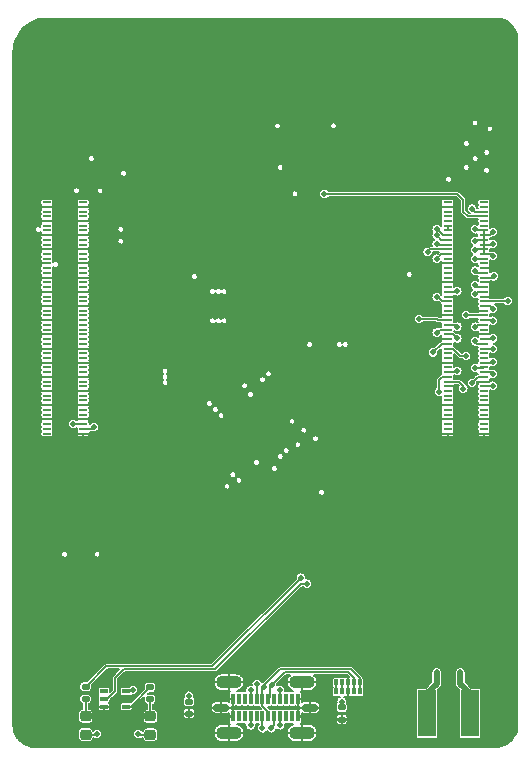
<source format=gbr>
%TF.GenerationSoftware,KiCad,Pcbnew,6.0.11-2627ca5db0~126~ubuntu22.04.1*%
%TF.CreationDate,2023-07-14T18:54:45-07:00*%
%TF.ProjectId,small-display,736d616c-6c2d-4646-9973-706c61792e6b,rev?*%
%TF.SameCoordinates,Original*%
%TF.FileFunction,Copper,L1,Top*%
%TF.FilePolarity,Positive*%
%FSLAX46Y46*%
G04 Gerber Fmt 4.6, Leading zero omitted, Abs format (unit mm)*
G04 Created by KiCad (PCBNEW 6.0.11-2627ca5db0~126~ubuntu22.04.1) date 2023-07-14 18:54:45*
%MOMM*%
%LPD*%
G01*
G04 APERTURE LIST*
G04 Aperture macros list*
%AMRoundRect*
0 Rectangle with rounded corners*
0 $1 Rounding radius*
0 $2 $3 $4 $5 $6 $7 $8 $9 X,Y pos of 4 corners*
0 Add a 4 corners polygon primitive as box body*
4,1,4,$2,$3,$4,$5,$6,$7,$8,$9,$2,$3,0*
0 Add four circle primitives for the rounded corners*
1,1,$1+$1,$2,$3*
1,1,$1+$1,$4,$5*
1,1,$1+$1,$6,$7*
1,1,$1+$1,$8,$9*
0 Add four rect primitives between the rounded corners*
20,1,$1+$1,$2,$3,$4,$5,0*
20,1,$1+$1,$4,$5,$6,$7,0*
20,1,$1+$1,$6,$7,$8,$9,0*
20,1,$1+$1,$8,$9,$2,$3,0*%
G04 Aperture macros list end*
%TA.AperFunction,SMDPad,CuDef*%
%ADD10RoundRect,0.135000X0.185000X-0.135000X0.185000X0.135000X-0.185000X0.135000X-0.185000X-0.135000X0*%
%TD*%
%TA.AperFunction,SMDPad,CuDef*%
%ADD11R,0.300000X0.950000*%
%TD*%
%TA.AperFunction,ComponentPad*%
%ADD12O,2.200000X1.100000*%
%TD*%
%TA.AperFunction,ComponentPad*%
%ADD13O,1.400000X0.700000*%
%TD*%
%TA.AperFunction,SMDPad,CuDef*%
%ADD14R,0.650000X0.400000*%
%TD*%
%TA.AperFunction,SMDPad,CuDef*%
%ADD15R,0.300000X0.550000*%
%TD*%
%TA.AperFunction,SMDPad,CuDef*%
%ADD16R,0.400000X0.550000*%
%TD*%
%TA.AperFunction,SMDPad,CuDef*%
%ADD17RoundRect,0.218750X-0.256250X0.218750X-0.256250X-0.218750X0.256250X-0.218750X0.256250X0.218750X0*%
%TD*%
%TA.AperFunction,SMDPad,CuDef*%
%ADD18R,1.500000X4.000000*%
%TD*%
%TA.AperFunction,SMDPad,CuDef*%
%ADD19R,0.700000X0.200000*%
%TD*%
%TA.AperFunction,ViaPad*%
%ADD20C,0.500000*%
%TD*%
%TA.AperFunction,Conductor*%
%ADD21C,0.130000*%
%TD*%
%TA.AperFunction,Conductor*%
%ADD22C,0.200000*%
%TD*%
%TA.AperFunction,Conductor*%
%ADD23C,0.500000*%
%TD*%
G04 APERTURE END LIST*
D10*
%TO.P,R1,1*%
%TO.N,Net-(D1-Pad1)*%
X6270000Y-57773750D03*
%TO.P,R1,2*%
%TO.N,PI_nLED_Activity*%
X6270000Y-56753750D03*
%TD*%
%TO.P,R6,1*%
%TO.N,GND*%
X27960000Y-59510000D03*
%TO.P,R6,2*%
%TO.N,Net-(J1-PadB5)*%
X27960000Y-58490000D03*
%TD*%
D11*
%TO.P,J1,A1,GND_A*%
%TO.N,GND*%
X18750000Y-57745000D03*
%TO.P,J1,A2,TX1+*%
%TO.N,unconnected-(J1-PadA2)*%
X19250000Y-57745000D03*
%TO.P,J1,A3,TX1-*%
%TO.N,unconnected-(J1-PadA3)*%
X19750000Y-57745000D03*
%TO.P,J1,A4,VBUS_A*%
%TO.N,+5V*%
X20250000Y-57745000D03*
%TO.P,J1,A5,CC1*%
%TO.N,Net-(J1-PadA5)*%
X20750000Y-57745000D03*
%TO.P,J1,A6,D1+*%
%TO.N,USBD_P*%
X21250000Y-57745000D03*
%TO.P,J1,A7,D1-*%
%TO.N,USBD_N*%
X21750000Y-57745000D03*
%TO.P,J1,A8,SBU1*%
%TO.N,unconnected-(J1-PadA8)*%
X22250000Y-57745000D03*
%TO.P,J1,A9,VBUS_A*%
%TO.N,+5V*%
X22750000Y-57745000D03*
%TO.P,J1,A10,RX2-*%
%TO.N,unconnected-(J1-PadA10)*%
X23250000Y-57745000D03*
%TO.P,J1,A11,RX2+*%
%TO.N,unconnected-(J1-PadA11)*%
X23750000Y-57745000D03*
%TO.P,J1,A12,GND_A*%
%TO.N,GND*%
X24250000Y-57745000D03*
%TO.P,J1,B1,GND_B*%
X24250000Y-59255000D03*
%TO.P,J1,B2,TX2+*%
%TO.N,unconnected-(J1-PadB2)*%
X23750000Y-59255000D03*
%TO.P,J1,B3,TX2-*%
%TO.N,unconnected-(J1-PadB3)*%
X23250000Y-59255000D03*
%TO.P,J1,B4,VBUS_B*%
%TO.N,+5V*%
X22750000Y-59255000D03*
%TO.P,J1,B5,CC2*%
%TO.N,Net-(J1-PadB5)*%
X22250000Y-59255000D03*
%TO.P,J1,B6,D2+*%
%TO.N,USBD_P*%
X21750000Y-59255000D03*
%TO.P,J1,B7,D2-*%
%TO.N,USBD_N*%
X21250000Y-59255000D03*
%TO.P,J1,B8,SBU2*%
%TO.N,unconnected-(J1-PadB8)*%
X20750000Y-59255000D03*
%TO.P,J1,B9,VBUS_B*%
%TO.N,+5V*%
X20250000Y-59255000D03*
%TO.P,J1,B10,RX1-*%
%TO.N,unconnected-(J1-PadB10)*%
X19750000Y-59255000D03*
%TO.P,J1,B11,RX1+*%
%TO.N,unconnected-(J1-PadB11)*%
X19250000Y-59255000D03*
%TO.P,J1,B12,GND_B*%
%TO.N,GND*%
X18750000Y-59255000D03*
D12*
%TO.P,J1,S1,SHIELD*%
X18400000Y-56350000D03*
%TO.P,J1,S2,SHIELD*%
X24600000Y-56350000D03*
D13*
%TO.P,J1,S3,SHIELD*%
X25250000Y-58500000D03*
D12*
%TO.P,J1,S4,SHIELD*%
X24600000Y-60650000D03*
%TO.P,J1,S5,SHIELD*%
X18400000Y-60650000D03*
D13*
%TO.P,J1,S6,SHIELD*%
X17750000Y-58500000D03*
%TD*%
D14*
%TO.P,U2,1*%
%TO.N,N/C*%
X7820000Y-57123750D03*
%TO.P,U2,2*%
%TO.N,nPWR_LED*%
X7820000Y-57773750D03*
%TO.P,U2,3,GND*%
%TO.N,GND*%
X7820000Y-58423750D03*
%TO.P,U2,4*%
%TO.N,Net-(R2-Pad2)*%
X9720000Y-58423750D03*
%TO.P,U2,5,VCC*%
%TO.N,+3.3V*%
X9720000Y-57123750D03*
%TD*%
D10*
%TO.P,R7,1*%
%TO.N,GND*%
X15020000Y-59010000D03*
%TO.P,R7,2*%
%TO.N,Net-(J1-PadA5)*%
X15020000Y-57990000D03*
%TD*%
D15*
%TO.P,U1,1,D1+*%
%TO.N,USBD_P*%
X29500000Y-56365000D03*
%TO.P,U1,2,D1-*%
%TO.N,USBD_N*%
X29000000Y-56365000D03*
D16*
%TO.P,U1,3,GND*%
%TO.N,GND*%
X28500000Y-56365000D03*
D15*
%TO.P,U1,4,D2+*%
%TO.N,unconnected-(U1-Pad4)*%
X28000000Y-56365000D03*
%TO.P,U1,5,D2-*%
%TO.N,unconnected-(U1-Pad5)*%
X27500000Y-56365000D03*
%TO.P,U1,6*%
X27500000Y-57135000D03*
%TO.P,U1,7*%
%TO.N,unconnected-(U1-Pad4)*%
X28000000Y-57135000D03*
D16*
%TO.P,U1,8,GND*%
%TO.N,GND*%
X28500000Y-57135000D03*
D15*
%TO.P,U1,9*%
%TO.N,USBD_N*%
X29000000Y-57135000D03*
%TO.P,U1,10*%
%TO.N,USBD_P*%
X29500000Y-57135000D03*
%TD*%
D17*
%TO.P,D2,1,K*%
%TO.N,Net-(D2-Pad1)*%
X11770000Y-59236250D03*
%TO.P,D2,2,A*%
%TO.N,+3.3V*%
X11770000Y-60811250D03*
%TD*%
D18*
%TO.P,L1,1*%
%TO.N,Net-(L1-Pad1)*%
X38800000Y-59000000D03*
%TO.P,L1,2*%
%TO.N,/LED_A*%
X35200000Y-59000000D03*
%TD*%
D17*
%TO.P,D1,1,K*%
%TO.N,Net-(D1-Pad1)*%
X6270000Y-59226250D03*
%TO.P,D1,2,A*%
%TO.N,+3.3V*%
X6270000Y-60801250D03*
%TD*%
D19*
%TO.P,Module1,1,GND*%
%TO.N,GND*%
X40000000Y-35300000D03*
%TO.P,Module1,2,GND*%
X36920000Y-35300000D03*
%TO.P,Module1,3,Ethernet_Pair3_P*%
%TO.N,unconnected-(Module1-Pad3)*%
X40000000Y-34900000D03*
%TO.P,Module1,4,Ethernet_Pair1_P*%
%TO.N,unconnected-(Module1-Pad4)*%
X36920000Y-34900000D03*
%TO.P,Module1,5,Ethernet_Pair3_N*%
%TO.N,unconnected-(Module1-Pad5)*%
X40000000Y-34500000D03*
%TO.P,Module1,6,Ethernet_Pair1_N*%
%TO.N,unconnected-(Module1-Pad6)*%
X36920000Y-34500000D03*
%TO.P,Module1,7,GND*%
%TO.N,GND*%
X40000000Y-34100000D03*
%TO.P,Module1,8,GND*%
X36920000Y-34100000D03*
%TO.P,Module1,9,Ethernet_Pair2_N*%
%TO.N,unconnected-(Module1-Pad9)*%
X40000000Y-33700000D03*
%TO.P,Module1,10,Ethernet_Pair0_N*%
%TO.N,unconnected-(Module1-Pad10)*%
X36920000Y-33700000D03*
%TO.P,Module1,11,Ethernet_Pair2_P*%
%TO.N,unconnected-(Module1-Pad11)*%
X40000000Y-33300000D03*
%TO.P,Module1,12,Ethernet_Pair0_P*%
%TO.N,unconnected-(Module1-Pad12)*%
X36920000Y-33300000D03*
%TO.P,Module1,13,GND*%
%TO.N,GND*%
X40000000Y-32900000D03*
%TO.P,Module1,14,GND*%
X36920000Y-32900000D03*
%TO.P,Module1,15,Ethernet_nLED3(3.3v)*%
%TO.N,unconnected-(Module1-Pad15)*%
X40000000Y-32500000D03*
%TO.P,Module1,16,Ethernet_SYNC_IN(1.8v)*%
%TO.N,unconnected-(Module1-Pad16)*%
X36920000Y-32500000D03*
%TO.P,Module1,17,Ethernet_nLED2(3.3v)*%
%TO.N,unconnected-(Module1-Pad17)*%
X40000000Y-32100000D03*
%TO.P,Module1,18,Ethernet_SYNC_OUT(1.8v)*%
%TO.N,unconnected-(Module1-Pad18)*%
X36920000Y-32100000D03*
%TO.P,Module1,19,Ethernet_nLED1(3.3v)*%
%TO.N,unconnected-(Module1-Pad19)*%
X40000000Y-31700000D03*
%TO.P,Module1,20,EEPROM_nWP*%
%TO.N,unconnected-(Module1-Pad20)*%
X36920000Y-31700000D03*
%TO.P,Module1,21,PI_nLED_Activity*%
%TO.N,PI_nLED_Activity*%
X40000000Y-31300000D03*
%TO.P,Module1,22,GND*%
%TO.N,GND*%
X36920000Y-31300000D03*
%TO.P,Module1,23,GND*%
X40000000Y-30900000D03*
%TO.P,Module1,24,GPIO26*%
%TO.N,GPIO_26_DAT_CMD*%
X36920000Y-30900000D03*
%TO.P,Module1,25,GPIO21*%
%TO.N,GPIO_21_DB13*%
X40000000Y-30500000D03*
%TO.P,Module1,26,GPIO19*%
%TO.N,GPIO_19_DB11*%
X36920000Y-30500000D03*
%TO.P,Module1,27,GPIO20*%
%TO.N,GPIO_20_DB12*%
X40000000Y-30100000D03*
%TO.P,Module1,28,GPIO13*%
%TO.N,GPIO_13_DB5*%
X36920000Y-30100000D03*
%TO.P,Module1,29,GPIO16*%
%TO.N,GPIO_16_DB8*%
X40000000Y-29700000D03*
%TO.P,Module1,30,GPIO6*%
%TO.N,unconnected-(Module1-Pad30)*%
X36920000Y-29700000D03*
%TO.P,Module1,31,GPIO12*%
%TO.N,GPIO_12_DB4*%
X40000000Y-29300000D03*
%TO.P,Module1,32,GND*%
%TO.N,GND*%
X36920000Y-29300000D03*
%TO.P,Module1,33,GND*%
%TO.N,unconnected-(Module1-Pad33)*%
X40000000Y-28900000D03*
%TO.P,Module1,34,GPIO5*%
%TO.N,unconnected-(Module1-Pad34)*%
X36920000Y-28900000D03*
%TO.P,Module1,35,ID_SC*%
%TO.N,unconnected-(Module1-Pad35)*%
X40000000Y-28500000D03*
%TO.P,Module1,36,ID_SD*%
%TO.N,unconnected-(Module1-Pad36)*%
X36920000Y-28500000D03*
%TO.P,Module1,37,GPIO7*%
%TO.N,GPIO_07_!WRITE*%
X40000000Y-28100000D03*
%TO.P,Module1,38,GPIO11*%
%TO.N,GPIO_11_DB3*%
X36920000Y-28100000D03*
%TO.P,Module1,39,GPIO8*%
%TO.N,GPIO_08_DB0*%
X40000000Y-27700000D03*
%TO.P,Module1,40,GPIO9*%
%TO.N,GPIO_09_DB1*%
X36920000Y-27700000D03*
%TO.P,Module1,41,GPIO25*%
%TO.N,GPIO_25_PWM*%
X40000000Y-27300000D03*
%TO.P,Module1,42,GND*%
%TO.N,GND*%
X36920000Y-27300000D03*
%TO.P,Module1,43,GND*%
X40000000Y-26900000D03*
%TO.P,Module1,44,GPIO10*%
%TO.N,GPIO_10_DB2*%
X36920000Y-26900000D03*
%TO.P,Module1,45,GPIO24*%
%TO.N,unconnected-(Module1-Pad45)*%
X40000000Y-26500000D03*
%TO.P,Module1,46,GPIO22*%
%TO.N,GPIO_22_DB14*%
X36920000Y-26500000D03*
%TO.P,Module1,47,GPIO23*%
%TO.N,GPIO_23_DB15*%
X40000000Y-26100000D03*
%TO.P,Module1,48,GPIO27*%
%TO.N,GPIO_27_!RESET*%
X36920000Y-26100000D03*
%TO.P,Module1,49,GPIO18*%
%TO.N,GPIO_18_DB10*%
X40000000Y-25700000D03*
%TO.P,Module1,50,GPIO17*%
%TO.N,GPIO_17_DB9*%
X36920000Y-25700000D03*
%TO.P,Module1,51,GPIO15*%
%TO.N,GPIO_15_DB7*%
X40000000Y-25300000D03*
%TO.P,Module1,52,GND*%
%TO.N,GND*%
X36920000Y-25300000D03*
%TO.P,Module1,53,GND*%
X40000000Y-24900000D03*
%TO.P,Module1,54,GPIO4*%
%TO.N,unconnected-(Module1-Pad54)*%
X36920000Y-24900000D03*
%TO.P,Module1,55,GPIO14*%
%TO.N,GPIO_14_DB6*%
X40000000Y-24500000D03*
%TO.P,Module1,56,GPIO3*%
%TO.N,unconnected-(Module1-Pad56)*%
X36920000Y-24500000D03*
%TO.P,Module1,57,SD_CLK*%
%TO.N,SD_CLK*%
X40000000Y-24100000D03*
%TO.P,Module1,58,GPIO2*%
%TO.N,GPIO_02_USB_!RESET*%
X36920000Y-24100000D03*
%TO.P,Module1,59,GND*%
%TO.N,GND*%
X40000000Y-23700000D03*
%TO.P,Module1,60,GND*%
X36920000Y-23700000D03*
%TO.P,Module1,61,SD_DAT3*%
%TO.N,SD_DAT3*%
X40000000Y-23300000D03*
%TO.P,Module1,62,SD_CMD*%
%TO.N,SD_CMD*%
X36920000Y-23300000D03*
%TO.P,Module1,63,SD_DAT0*%
%TO.N,SD_DAT0*%
X40000000Y-22900000D03*
%TO.P,Module1,64,SD_DAT5*%
%TO.N,unconnected-(Module1-Pad64)*%
X36920000Y-22900000D03*
%TO.P,Module1,65,GND*%
%TO.N,GND*%
X40000000Y-22500000D03*
%TO.P,Module1,66,GND*%
X36920000Y-22500000D03*
%TO.P,Module1,67,SD_DAT1*%
%TO.N,SD_DAT1*%
X40000000Y-22100000D03*
%TO.P,Module1,68,SD_DAT4*%
%TO.N,unconnected-(Module1-Pad68)*%
X36920000Y-22100000D03*
%TO.P,Module1,69,SD_DAT2*%
%TO.N,SD_DAT2*%
X40000000Y-21700000D03*
%TO.P,Module1,70,SD_DAT7*%
%TO.N,unconnected-(Module1-Pad70)*%
X36920000Y-21700000D03*
%TO.P,Module1,71,GND*%
%TO.N,GND*%
X40000000Y-21300000D03*
%TO.P,Module1,72,SD_DAT6*%
%TO.N,unconnected-(Module1-Pad72)*%
X36920000Y-21300000D03*
%TO.P,Module1,73,SD_VDD_Override*%
%TO.N,unconnected-(Module1-Pad73)*%
X40000000Y-20900000D03*
%TO.P,Module1,74,GND*%
%TO.N,GND*%
X36920000Y-20900000D03*
%TO.P,Module1,75,SD_PWR_ON*%
%TO.N,SD_PWR_ON*%
X40000000Y-20500000D03*
%TO.P,Module1,76,Reserved*%
%TO.N,unconnected-(Module1-Pad76)*%
X36920000Y-20500000D03*
%TO.P,Module1,77,+5v_(Input)*%
%TO.N,+5V*%
X40000000Y-20100000D03*
%TO.P,Module1,78,GPIO_VREF(1.8v/3.3v_Input)*%
%TO.N,+3.3V*%
X36920000Y-20100000D03*
%TO.P,Module1,79,+5v_(Input)*%
%TO.N,+5V*%
X40000000Y-19700000D03*
%TO.P,Module1,80,SCL0*%
%TO.N,SCL0*%
X36920000Y-19700000D03*
%TO.P,Module1,81,+5v_(Input)*%
%TO.N,+5V*%
X40000000Y-19300000D03*
%TO.P,Module1,82,SDA0*%
%TO.N,SDA0*%
X36920000Y-19300000D03*
%TO.P,Module1,83,+5v_(Input)*%
%TO.N,+5V*%
X40000000Y-18900000D03*
%TO.P,Module1,84,+3.3v_(Output)*%
%TO.N,+3.3V*%
X36920000Y-18900000D03*
%TO.P,Module1,85,+5v_(Input)*%
%TO.N,+5V*%
X40000000Y-18500000D03*
%TO.P,Module1,86,+3.3v_(Output)*%
%TO.N,+3.3V*%
X36920000Y-18500000D03*
%TO.P,Module1,87,+5v_(Input)*%
%TO.N,+5V*%
X40000000Y-18100000D03*
%TO.P,Module1,88,+1.8v_(Output)*%
%TO.N,+1.8V*%
X36920000Y-18100000D03*
%TO.P,Module1,89,WiFi_nDisable*%
%TO.N,unconnected-(Module1-Pad89)*%
X40000000Y-17700000D03*
%TO.P,Module1,90,+1.8v_(Output)*%
%TO.N,+1.8V*%
X36920000Y-17700000D03*
%TO.P,Module1,91,BT_nDisable*%
%TO.N,unconnected-(Module1-Pad91)*%
X40000000Y-17300000D03*
%TO.P,Module1,92,RUN_PG*%
%TO.N,unconnected-(Module1-Pad92)*%
X36920000Y-17300000D03*
%TO.P,Module1,93,nRPIBOOT*%
%TO.N,/nRPIBOOT*%
X40000000Y-16900000D03*
%TO.P,Module1,94,AnalogIP1*%
%TO.N,unconnected-(Module1-Pad94)*%
X36920000Y-16900000D03*
%TO.P,Module1,95,nPI_LED_PWR*%
%TO.N,nPWR_LED*%
X40000000Y-16500000D03*
%TO.P,Module1,96,AnalogIP0*%
%TO.N,unconnected-(Module1-Pad96)*%
X36920000Y-16500000D03*
%TO.P,Module1,97,Camera_GPIO*%
%TO.N,unconnected-(Module1-Pad97)*%
X40000000Y-16100000D03*
%TO.P,Module1,98,GND*%
%TO.N,GND*%
X36920000Y-16100000D03*
%TO.P,Module1,99,Global_EN*%
%TO.N,GLOBAL_EN*%
X40000000Y-15700000D03*
%TO.P,Module1,100,nEXTRST*%
%TO.N,nEXTRST*%
X36920000Y-15700000D03*
%TO.P,Module1,101,USB_OTG_ID*%
%TO.N,GND*%
X6080000Y-35300000D03*
%TO.P,Module1,102,PCIe_CLK_nREQ*%
%TO.N,unconnected-(Module1-Pad102)*%
X3000000Y-35300000D03*
%TO.P,Module1,103,USB2_N*%
%TO.N,USB2_N*%
X6080000Y-34900000D03*
%TO.P,Module1,104,Reserved*%
%TO.N,unconnected-(Module1-Pad104)*%
X3000000Y-34900000D03*
%TO.P,Module1,105,USB2_P*%
%TO.N,USB2_P*%
X6080000Y-34500000D03*
%TO.P,Module1,106,Reserved*%
%TO.N,unconnected-(Module1-Pad106)*%
X3000000Y-34500000D03*
%TO.P,Module1,107,GND*%
%TO.N,GND*%
X6080000Y-34100000D03*
%TO.P,Module1,108,GND*%
X3000000Y-34100000D03*
%TO.P,Module1,109,PCIe_nRST*%
%TO.N,unconnected-(Module1-Pad109)*%
X6080000Y-33700000D03*
%TO.P,Module1,110,PCIe_CLK_P*%
%TO.N,unconnected-(Module1-Pad110)*%
X3000000Y-33700000D03*
%TO.P,Module1,111,VDAC_COMP*%
%TO.N,unconnected-(Module1-Pad111)*%
X6080000Y-33300000D03*
%TO.P,Module1,112,PCIe_CLK_N*%
%TO.N,unconnected-(Module1-Pad112)*%
X3000000Y-33300000D03*
%TO.P,Module1,113,GND*%
%TO.N,GND*%
X6080000Y-32900000D03*
%TO.P,Module1,114,GND*%
X3000000Y-32900000D03*
%TO.P,Module1,115,CAM1_D0_N*%
%TO.N,unconnected-(Module1-Pad115)*%
X6080000Y-32500000D03*
%TO.P,Module1,116,PCIe_RX_P*%
%TO.N,unconnected-(Module1-Pad116)*%
X3000000Y-32500000D03*
%TO.P,Module1,117,CAM1_D0_P*%
%TO.N,unconnected-(Module1-Pad117)*%
X6080000Y-32100000D03*
%TO.P,Module1,118,PCIe_RX_N*%
%TO.N,unconnected-(Module1-Pad118)*%
X3000000Y-32100000D03*
%TO.P,Module1,119,GND*%
%TO.N,GND*%
X6080000Y-31700000D03*
%TO.P,Module1,120,GND*%
X3000000Y-31700000D03*
%TO.P,Module1,121,CAM1_D1_N*%
%TO.N,unconnected-(Module1-Pad121)*%
X6080000Y-31300000D03*
%TO.P,Module1,122,PCIe_TX_P*%
%TO.N,unconnected-(Module1-Pad122)*%
X3000000Y-31300000D03*
%TO.P,Module1,123,CAM1_D1_P*%
%TO.N,unconnected-(Module1-Pad123)*%
X6080000Y-30900000D03*
%TO.P,Module1,124,PCIe_TX_N*%
%TO.N,unconnected-(Module1-Pad124)*%
X3000000Y-30900000D03*
%TO.P,Module1,125,GND*%
%TO.N,GND*%
X6080000Y-30500000D03*
%TO.P,Module1,126,GND*%
X3000000Y-30500000D03*
%TO.P,Module1,127,CAM1_C_N*%
%TO.N,unconnected-(Module1-Pad127)*%
X6080000Y-30100000D03*
%TO.P,Module1,128,CAM0_D0_N*%
%TO.N,unconnected-(Module1-Pad128)*%
X3000000Y-30100000D03*
%TO.P,Module1,129,CAM1_C_P*%
%TO.N,unconnected-(Module1-Pad129)*%
X6080000Y-29700000D03*
%TO.P,Module1,130,CAM0_D0_P*%
%TO.N,unconnected-(Module1-Pad130)*%
X3000000Y-29700000D03*
%TO.P,Module1,131,GND*%
%TO.N,GND*%
X6080000Y-29300000D03*
%TO.P,Module1,132,GND*%
X3000000Y-29300000D03*
%TO.P,Module1,133,CAM1_D2_N*%
%TO.N,unconnected-(Module1-Pad133)*%
X6080000Y-28900000D03*
%TO.P,Module1,134,CAM0_D1_N*%
%TO.N,unconnected-(Module1-Pad134)*%
X3000000Y-28900000D03*
%TO.P,Module1,135,CAM1_D2_P*%
%TO.N,unconnected-(Module1-Pad135)*%
X6080000Y-28500000D03*
%TO.P,Module1,136,CAM0_D1_P*%
%TO.N,unconnected-(Module1-Pad136)*%
X3000000Y-28500000D03*
%TO.P,Module1,137,GND*%
%TO.N,GND*%
X6080000Y-28100000D03*
%TO.P,Module1,138,GND*%
X3000000Y-28100000D03*
%TO.P,Module1,139,CAM1_D3_N*%
%TO.N,unconnected-(Module1-Pad139)*%
X6080000Y-27700000D03*
%TO.P,Module1,140,CAM0_C_N*%
%TO.N,unconnected-(Module1-Pad140)*%
X3000000Y-27700000D03*
%TO.P,Module1,141,CAM1_D3_P*%
%TO.N,unconnected-(Module1-Pad141)*%
X6080000Y-27300000D03*
%TO.P,Module1,142,CAM0_C_P*%
%TO.N,unconnected-(Module1-Pad142)*%
X3000000Y-27300000D03*
%TO.P,Module1,143,HDMI1_HOTPLUG*%
%TO.N,unconnected-(Module1-Pad143)*%
X6080000Y-26900000D03*
%TO.P,Module1,144,GND*%
%TO.N,GND*%
X3000000Y-26900000D03*
%TO.P,Module1,145,HDMI1_SDA*%
%TO.N,unconnected-(Module1-Pad145)*%
X6080000Y-26500000D03*
%TO.P,Module1,146,HDMI1_TX2_P*%
%TO.N,unconnected-(Module1-Pad146)*%
X3000000Y-26500000D03*
%TO.P,Module1,147,HDMI1_SCL*%
%TO.N,unconnected-(Module1-Pad147)*%
X6080000Y-26100000D03*
%TO.P,Module1,148,HDMI1_TX2_N*%
%TO.N,unconnected-(Module1-Pad148)*%
X3000000Y-26100000D03*
%TO.P,Module1,149,HDMI1_CEC*%
%TO.N,unconnected-(Module1-Pad149)*%
X6080000Y-25700000D03*
%TO.P,Module1,150,GND*%
%TO.N,GND*%
X3000000Y-25700000D03*
%TO.P,Module1,151,HDMI0_CEC*%
%TO.N,unconnected-(Module1-Pad151)*%
X6080000Y-25300000D03*
%TO.P,Module1,152,HDMI1_TX1_P*%
%TO.N,unconnected-(Module1-Pad152)*%
X3000000Y-25300000D03*
%TO.P,Module1,153,HDMI0_HOTPLUG*%
%TO.N,unconnected-(Module1-Pad153)*%
X6080000Y-24900000D03*
%TO.P,Module1,154,HDMI1_TX1_N*%
%TO.N,unconnected-(Module1-Pad154)*%
X3000000Y-24900000D03*
%TO.P,Module1,155,GND*%
%TO.N,GND*%
X6080000Y-24500000D03*
%TO.P,Module1,156,GND*%
X3000000Y-24500000D03*
%TO.P,Module1,157,DSI0_D0_N*%
%TO.N,unconnected-(Module1-Pad157)*%
X6080000Y-24100000D03*
%TO.P,Module1,158,HDMI1_TX0_P*%
%TO.N,unconnected-(Module1-Pad158)*%
X3000000Y-24100000D03*
%TO.P,Module1,159,DSI0_D0_P*%
%TO.N,unconnected-(Module1-Pad159)*%
X6080000Y-23700000D03*
%TO.P,Module1,160,HDMI1_TX0_N*%
%TO.N,unconnected-(Module1-Pad160)*%
X3000000Y-23700000D03*
%TO.P,Module1,161,GND*%
%TO.N,GND*%
X6080000Y-23300000D03*
%TO.P,Module1,162,GND*%
X3000000Y-23300000D03*
%TO.P,Module1,163,DSI0_D1_N*%
%TO.N,unconnected-(Module1-Pad163)*%
X6080000Y-22900000D03*
%TO.P,Module1,164,HDMI1_CLK_P*%
%TO.N,unconnected-(Module1-Pad164)*%
X3000000Y-22900000D03*
%TO.P,Module1,165,DSI0_D1_P*%
%TO.N,unconnected-(Module1-Pad165)*%
X6080000Y-22500000D03*
%TO.P,Module1,166,HDMI1_CLK_N*%
%TO.N,unconnected-(Module1-Pad166)*%
X3000000Y-22500000D03*
%TO.P,Module1,167,GND*%
%TO.N,GND*%
X6080000Y-22100000D03*
%TO.P,Module1,168,GND*%
X3000000Y-22100000D03*
%TO.P,Module1,169,DSI0_C_N*%
%TO.N,unconnected-(Module1-Pad169)*%
X6080000Y-21700000D03*
%TO.P,Module1,170,HDMI0_TX2_P*%
%TO.N,unconnected-(Module1-Pad170)*%
X3000000Y-21700000D03*
%TO.P,Module1,171,DSI0_C_P*%
%TO.N,unconnected-(Module1-Pad171)*%
X6080000Y-21300000D03*
%TO.P,Module1,172,HDMI0_TX2_N*%
%TO.N,unconnected-(Module1-Pad172)*%
X3000000Y-21300000D03*
%TO.P,Module1,173,GND*%
%TO.N,GND*%
X6080000Y-20900000D03*
%TO.P,Module1,174,GND*%
X3000000Y-20900000D03*
%TO.P,Module1,175,DSI1_D0_N*%
%TO.N,unconnected-(Module1-Pad175)*%
X6080000Y-20500000D03*
%TO.P,Module1,176,HDMI0_TX1_P*%
%TO.N,unconnected-(Module1-Pad176)*%
X3000000Y-20500000D03*
%TO.P,Module1,177,DSI1_D0_P*%
%TO.N,unconnected-(Module1-Pad177)*%
X6080000Y-20100000D03*
%TO.P,Module1,178,HDMI0_TX1_N*%
%TO.N,unconnected-(Module1-Pad178)*%
X3000000Y-20100000D03*
%TO.P,Module1,179,GND*%
%TO.N,GND*%
X6080000Y-19700000D03*
%TO.P,Module1,180,GND*%
X3000000Y-19700000D03*
%TO.P,Module1,181,DSI1_D1_N*%
%TO.N,unconnected-(Module1-Pad181)*%
X6080000Y-19300000D03*
%TO.P,Module1,182,HDMI0_TX0_P*%
%TO.N,unconnected-(Module1-Pad182)*%
X3000000Y-19300000D03*
%TO.P,Module1,183,DSI1_D1_P*%
%TO.N,unconnected-(Module1-Pad183)*%
X6080000Y-18900000D03*
%TO.P,Module1,184,HDMI0_TX0_N*%
%TO.N,unconnected-(Module1-Pad184)*%
X3000000Y-18900000D03*
%TO.P,Module1,185,GND*%
%TO.N,GND*%
X6080000Y-18500000D03*
%TO.P,Module1,186,GND*%
X3000000Y-18500000D03*
%TO.P,Module1,187,DSI1_C_N*%
%TO.N,unconnected-(Module1-Pad187)*%
X6080000Y-18100000D03*
%TO.P,Module1,188,HDMI0_CLK_P*%
%TO.N,unconnected-(Module1-Pad188)*%
X3000000Y-18100000D03*
%TO.P,Module1,189,DSI1_C_P*%
%TO.N,unconnected-(Module1-Pad189)*%
X6080000Y-17700000D03*
%TO.P,Module1,190,HDMI0_CLK_N*%
%TO.N,unconnected-(Module1-Pad190)*%
X3000000Y-17700000D03*
%TO.P,Module1,191,GND*%
%TO.N,GND*%
X6080000Y-17300000D03*
%TO.P,Module1,192,GND*%
X3000000Y-17300000D03*
%TO.P,Module1,193,DSI1_D2_N*%
%TO.N,unconnected-(Module1-Pad193)*%
X6080000Y-16900000D03*
%TO.P,Module1,194,DSI1_D3_N*%
%TO.N,unconnected-(Module1-Pad194)*%
X3000000Y-16900000D03*
%TO.P,Module1,195,DSI1_D2_P*%
%TO.N,unconnected-(Module1-Pad195)*%
X6080000Y-16500000D03*
%TO.P,Module1,196,DSI1_D3_P*%
%TO.N,unconnected-(Module1-Pad196)*%
X3000000Y-16500000D03*
%TO.P,Module1,197,GND*%
%TO.N,GND*%
X6080000Y-16100000D03*
%TO.P,Module1,198,GND*%
X3000000Y-16100000D03*
%TO.P,Module1,199,HDMI0_SDA*%
%TO.N,unconnected-(Module1-Pad199)*%
X6080000Y-15700000D03*
%TO.P,Module1,200,HDMI0_SCL*%
%TO.N,unconnected-(Module1-Pad200)*%
X3000000Y-15700000D03*
%TD*%
D10*
%TO.P,R2,1*%
%TO.N,Net-(D2-Pad1)*%
X11750000Y-57783750D03*
%TO.P,R2,2*%
%TO.N,Net-(R2-Pad2)*%
X11750000Y-56763750D03*
%TD*%
D20*
%TO.N,PI_nLED_Activity*%
X24500000Y-47500000D03*
X40750000Y-31250000D03*
%TO.N,nPWR_LED*%
X39000000Y-16250000D03*
X25000000Y-48000000D03*
%TO.N,USBD_P*%
X21416586Y-56745411D03*
%TO.N,USBD_N*%
X22064309Y-56564309D03*
X21250000Y-60250000D03*
%TO.N,SCL0*%
X35224993Y-19925007D03*
%TO.N,SDA0*%
X36000000Y-19250000D03*
%TO.N,GND*%
X6750000Y-14750000D03*
X40000000Y-55000000D03*
X10000000Y-40000000D03*
X5000000Y-55000000D03*
X40000000Y-60000000D03*
X25000000Y-45000000D03*
X15000000Y-15000000D03*
X40000000Y-50000000D03*
X5000000Y-60000000D03*
X30000000Y-5000000D03*
X15000000Y-10000000D03*
X20000000Y-50000000D03*
X37750000Y-10250000D03*
X30000000Y-45000000D03*
X5000000Y-50000000D03*
X35000000Y-50000000D03*
X5000000Y-5000000D03*
X5750000Y-40750000D03*
X30000000Y-10000000D03*
X20000000Y-15000000D03*
X15000000Y-5000000D03*
X20000000Y-5000000D03*
X40000000Y-45000000D03*
X10000000Y-10000000D03*
X38500000Y-21750000D03*
X35000000Y-10000000D03*
X20000000Y-20000000D03*
X15000000Y-20000000D03*
X15000000Y-45000000D03*
X40000000Y-40000000D03*
X30000000Y-20000000D03*
X10000000Y-5000000D03*
X10000000Y-60000000D03*
X25000000Y-20000000D03*
X20000000Y-10000000D03*
X15000000Y-60000000D03*
X30000000Y-50000000D03*
X39750000Y-10250000D03*
X5000000Y-10000000D03*
X35000000Y-40000000D03*
X35000000Y-5000000D03*
X25000000Y-5000000D03*
X30000000Y-60000000D03*
X35000000Y-45000000D03*
X5000000Y-45000000D03*
%TO.N,Net-(J1-PadA5)*%
X15020000Y-57500000D03*
X20768323Y-56500000D03*
%TO.N,Net-(J1-PadB5)*%
X22000000Y-60250000D03*
X27960000Y-58000000D03*
%TO.N,SD_DAT2*%
X39250000Y-21500000D03*
%TO.N,SD_DAT3*%
X39250000Y-23500000D03*
%TO.N,SD_CMD*%
X37750000Y-23250000D03*
%TO.N,SD_CLK*%
X42000000Y-24089380D03*
%TO.N,SD_DAT0*%
X39250000Y-22750000D03*
%TO.N,SD_DAT1*%
X40830500Y-22000000D03*
%TO.N,SD_PWR_ON*%
X39250000Y-20500000D03*
%TO.N,USB2_N*%
X7000000Y-34750000D03*
%TO.N,USB2_P*%
X5250000Y-34500000D03*
%TO.N,+5V*%
X40750000Y-19250000D03*
X20250000Y-60000000D03*
X22750000Y-60000000D03*
X39250000Y-19750000D03*
X40750000Y-18250000D03*
X20250000Y-57000000D03*
X39250000Y-18000000D03*
X22750000Y-57000000D03*
X40750000Y-20250000D03*
X39250000Y-19000000D03*
%TO.N,/LED_A*%
X36000000Y-56000000D03*
X36000000Y-55500000D03*
X36000000Y-56500000D03*
%TO.N,GPIO_26_DAT_CMD*%
X38250000Y-31500000D03*
%TO.N,GPIO_07_!WRITE*%
X40750000Y-28119500D03*
%TO.N,GPIO_08_DB0*%
X39250000Y-27500000D03*
%TO.N,GPIO_09_DB1*%
X35685691Y-28435691D03*
%TO.N,GPIO_10_DB2*%
X37750000Y-27250000D03*
%TO.N,GPIO_11_DB3*%
X38500000Y-28750000D03*
%TO.N,GPIO_12_DB4*%
X40750000Y-29250000D03*
%TO.N,GPIO_13_DB5*%
X37750000Y-30000000D03*
%TO.N,GPIO_14_DB6*%
X40740000Y-24760000D03*
%TO.N,GPIO_15_DB7*%
X38500000Y-25250000D03*
%TO.N,GPIO_16_DB8*%
X39250000Y-29750000D03*
%TO.N,GPIO_17_DB9*%
X34500000Y-25605000D03*
%TO.N,GPIO_18_DB10*%
X40750000Y-25750000D03*
%TO.N,GPIO_19_DB11*%
X36190498Y-31750000D03*
%TO.N,GPIO_20_DB12*%
X40750000Y-30250000D03*
%TO.N,GPIO_21_DB13*%
X39000000Y-31000000D03*
%TO.N,GPIO_22_DB14*%
X36002315Y-26750000D03*
%TO.N,GPIO_23_DB15*%
X39250000Y-26250000D03*
%TO.N,GPIO_27_!RESET*%
X37750000Y-26250000D03*
%TO.N,GPIO_25_PWM*%
X40750000Y-27250000D03*
%TO.N,GPIO_02_USB_!RESET*%
X36000000Y-23750000D03*
%TO.N,Net-(L1-Pad1)*%
X38000000Y-56000000D03*
X38000000Y-55500000D03*
X38000000Y-56500000D03*
%TO.N,+3.3V*%
X10750000Y-60750000D03*
X10270000Y-57023750D03*
X36000000Y-20500000D03*
X7250000Y-60750000D03*
X36000000Y-18000000D03*
X36000000Y-18500000D03*
%TO.N,/nRPIBOOT*%
X26500000Y-15000000D03*
%TD*%
D21*
%TO.N,Net-(D1-Pad1)*%
X6270000Y-57773750D02*
X6270000Y-59226250D01*
%TO.N,Net-(D2-Pad1)*%
X11750000Y-57783750D02*
X11750000Y-59216250D01*
X11750000Y-59216250D02*
X11770000Y-59236250D01*
%TO.N,PI_nLED_Activity*%
X40700000Y-31300000D02*
X40750000Y-31250000D01*
X24500000Y-47500000D02*
X17010000Y-54990000D01*
X17010000Y-54990000D02*
X8033750Y-54990000D01*
X40000000Y-31300000D02*
X40700000Y-31300000D01*
X8033750Y-54990000D02*
X6270000Y-56753750D01*
%TO.N,nPWR_LED*%
X39250000Y-16500000D02*
X39000000Y-16250000D01*
X8750000Y-56000000D02*
X8750000Y-57108750D01*
X8750000Y-57108750D02*
X8085000Y-57773750D01*
X24500000Y-48000000D02*
X17250000Y-55250000D01*
X25000000Y-48000000D02*
X24500000Y-48000000D01*
X9500000Y-55250000D02*
X8750000Y-56000000D01*
X40000000Y-16500000D02*
X39250000Y-16500000D01*
X17250000Y-55250000D02*
X9500000Y-55250000D01*
X8085000Y-57773750D02*
X7820000Y-57773750D01*
%TO.N,USBD_P*%
X21250000Y-58350000D02*
X21750000Y-58850000D01*
X21416586Y-56745411D02*
X21416586Y-56583414D01*
X21250000Y-56911997D02*
X21250000Y-57745000D01*
X29500000Y-56365000D02*
X29500000Y-57135000D01*
X21750000Y-58850000D02*
X21750000Y-59255000D01*
X28740000Y-55240000D02*
X29500000Y-56000000D01*
X21250000Y-57745000D02*
X21250000Y-58350000D01*
X21416586Y-56583414D02*
X22760000Y-55240000D01*
X22760000Y-55240000D02*
X28740000Y-55240000D01*
X21416586Y-56745411D02*
X21250000Y-56911997D01*
X29500000Y-56000000D02*
X29500000Y-56365000D01*
%TO.N,USBD_N*%
X29000000Y-56365000D02*
X29000000Y-57135000D01*
X22064309Y-56564309D02*
X23128618Y-55500000D01*
X22064309Y-56564309D02*
X21861586Y-56767032D01*
X28500000Y-55500000D02*
X29000000Y-56000000D01*
X21861586Y-56767032D02*
X21861586Y-57633414D01*
X21861586Y-57633414D02*
X21750000Y-57745000D01*
X21250000Y-59255000D02*
X21250000Y-60250000D01*
X23128618Y-55500000D02*
X28500000Y-55500000D01*
X29000000Y-56000000D02*
X29000000Y-56365000D01*
%TO.N,SCL0*%
X35450000Y-19700000D02*
X36920000Y-19700000D01*
X35224993Y-19925007D02*
X35450000Y-19700000D01*
%TO.N,SDA0*%
X36000000Y-19250000D02*
X36050000Y-19300000D01*
X36050000Y-19300000D02*
X36920000Y-19300000D01*
%TO.N,Net-(J1-PadA5)*%
X15020000Y-57990000D02*
X15020000Y-57500000D01*
X20768323Y-56500000D02*
X20750000Y-56518323D01*
X20750000Y-56518323D02*
X20750000Y-57745000D01*
%TO.N,Net-(J1-PadB5)*%
X22250000Y-60000000D02*
X22000000Y-60250000D01*
X22250000Y-59255000D02*
X22250000Y-60000000D01*
X27960000Y-58490000D02*
X27960000Y-58000000D01*
%TO.N,+1.8V*%
X36920000Y-17700000D02*
X36920000Y-18100000D01*
%TO.N,SD_DAT2*%
X40000000Y-21700000D02*
X39450000Y-21700000D01*
X39450000Y-21700000D02*
X39250000Y-21500000D01*
%TO.N,SD_DAT3*%
X39450000Y-23300000D02*
X40000000Y-23300000D01*
X39250000Y-23500000D02*
X39450000Y-23300000D01*
%TO.N,SD_CMD*%
X36920000Y-23300000D02*
X37700000Y-23300000D01*
X37700000Y-23300000D02*
X37750000Y-23250000D01*
%TO.N,SD_CLK*%
X42000000Y-24089380D02*
X41989380Y-24100000D01*
X41989380Y-24100000D02*
X40000000Y-24100000D01*
%TO.N,SD_DAT0*%
X39250000Y-22750000D02*
X39400000Y-22900000D01*
X39400000Y-22900000D02*
X40000000Y-22900000D01*
%TO.N,SD_DAT1*%
X40730500Y-22100000D02*
X40000000Y-22100000D01*
X40830500Y-22000000D02*
X40730500Y-22100000D01*
%TO.N,SD_PWR_ON*%
X40000000Y-20500000D02*
X39250000Y-20500000D01*
%TO.N,USB2_N*%
X7000000Y-34750000D02*
X6850000Y-34900000D01*
X6850000Y-34900000D02*
X6080000Y-34900000D01*
%TO.N,USB2_P*%
X5250000Y-34500000D02*
X6080000Y-34500000D01*
%TO.N,Net-(R2-Pad2)*%
X10090000Y-58423750D02*
X11750000Y-56763750D01*
X9720000Y-58423750D02*
X10090000Y-58423750D01*
%TO.N,+5V*%
X40750000Y-18250000D02*
X40500000Y-18500000D01*
D22*
X22750000Y-59255000D02*
X22750000Y-60000000D01*
D21*
X40000000Y-18100000D02*
X40000000Y-20100000D01*
X40500000Y-18500000D02*
X40000000Y-18500000D01*
X39250000Y-19000000D02*
X39350000Y-18900000D01*
X39350000Y-18100000D02*
X40000000Y-18100000D01*
D22*
X20250000Y-59255000D02*
X20250000Y-60000000D01*
X22750000Y-57745000D02*
X22750000Y-57000000D01*
X20250000Y-57745000D02*
X20250000Y-57000000D01*
D21*
X40000000Y-19300000D02*
X40700000Y-19300000D01*
X39250000Y-19750000D02*
X39400000Y-19750000D01*
X40700000Y-19300000D02*
X40750000Y-19250000D01*
X39450000Y-19700000D02*
X40000000Y-19700000D01*
X40750000Y-20250000D02*
X40600000Y-20100000D01*
X39400000Y-19750000D02*
X39450000Y-19700000D01*
X40600000Y-20100000D02*
X40000000Y-20100000D01*
X39250000Y-18000000D02*
X39350000Y-18100000D01*
X39350000Y-18900000D02*
X40000000Y-18900000D01*
D23*
%TO.N,/LED_A*%
X35200000Y-57300000D02*
X36000000Y-56500000D01*
X36000000Y-56500000D02*
X36000000Y-55500000D01*
D21*
%TO.N,GPIO_26_DAT_CMD*%
X38250000Y-31500000D02*
X38250000Y-31250000D01*
X38250000Y-31250000D02*
X37900000Y-30900000D01*
X37900000Y-30900000D02*
X36920000Y-30900000D01*
%TO.N,GPIO_07_!WRITE*%
X40750000Y-28119500D02*
X40730500Y-28100000D01*
X40730500Y-28100000D02*
X40000000Y-28100000D01*
%TO.N,GPIO_08_DB0*%
X39450000Y-27700000D02*
X40000000Y-27700000D01*
X39250000Y-27500000D02*
X39450000Y-27700000D01*
%TO.N,GPIO_09_DB1*%
X35685691Y-28435691D02*
X36421382Y-27700000D01*
X36421382Y-27700000D02*
X36920000Y-27700000D01*
%TO.N,GPIO_10_DB2*%
X37400000Y-26900000D02*
X36920000Y-26900000D01*
X37750000Y-27250000D02*
X37400000Y-26900000D01*
%TO.N,GPIO_11_DB3*%
X37360000Y-28100000D02*
X36920000Y-28100000D01*
X38500000Y-28750000D02*
X38010000Y-28750000D01*
X38010000Y-28750000D02*
X37360000Y-28100000D01*
%TO.N,GPIO_12_DB4*%
X40700000Y-29300000D02*
X40000000Y-29300000D01*
X40750000Y-29250000D02*
X40700000Y-29300000D01*
%TO.N,GPIO_13_DB5*%
X37750000Y-30000000D02*
X37650000Y-30100000D01*
X37650000Y-30100000D02*
X36920000Y-30100000D01*
%TO.N,GPIO_14_DB6*%
X40480000Y-24500000D02*
X40000000Y-24500000D01*
X40740000Y-24760000D02*
X40480000Y-24500000D01*
%TO.N,GPIO_15_DB7*%
X38500000Y-25250000D02*
X38550000Y-25300000D01*
X38550000Y-25300000D02*
X40000000Y-25300000D01*
%TO.N,GPIO_16_DB8*%
X39950000Y-29750000D02*
X40000000Y-29700000D01*
X39250000Y-29750000D02*
X39950000Y-29750000D01*
%TO.N,GPIO_17_DB9*%
X36028473Y-25605000D02*
X36123473Y-25700000D01*
X34500000Y-25605000D02*
X36028473Y-25605000D01*
X36123473Y-25700000D02*
X36920000Y-25700000D01*
%TO.N,GPIO_18_DB10*%
X40700000Y-25700000D02*
X40000000Y-25700000D01*
X40750000Y-25750000D02*
X40700000Y-25700000D01*
%TO.N,GPIO_19_DB11*%
X36190498Y-31750000D02*
X36190498Y-30789502D01*
X36480000Y-30500000D02*
X36920000Y-30500000D01*
X36190498Y-30789502D02*
X36480000Y-30500000D01*
%TO.N,GPIO_20_DB12*%
X40600000Y-30100000D02*
X40000000Y-30100000D01*
X40750000Y-30250000D02*
X40600000Y-30100000D01*
%TO.N,GPIO_21_DB13*%
X39000000Y-31000000D02*
X39500000Y-30500000D01*
X39500000Y-30500000D02*
X40000000Y-30500000D01*
%TO.N,GPIO_22_DB14*%
X36252315Y-26500000D02*
X36920000Y-26500000D01*
X36002315Y-26750000D02*
X36252315Y-26500000D01*
%TO.N,GPIO_23_DB15*%
X39250000Y-26250000D02*
X39400000Y-26100000D01*
X39400000Y-26100000D02*
X40000000Y-26100000D01*
%TO.N,GPIO_27_!RESET*%
X37600000Y-26100000D02*
X36920000Y-26100000D01*
X37750000Y-26250000D02*
X37600000Y-26100000D01*
%TO.N,GPIO_25_PWM*%
X40700000Y-27300000D02*
X40000000Y-27300000D01*
X40750000Y-27250000D02*
X40700000Y-27300000D01*
%TO.N,unconnected-(U1-Pad4)*%
X28000000Y-56365000D02*
X28000000Y-57135000D01*
%TO.N,unconnected-(U1-Pad5)*%
X27500000Y-56365000D02*
X27500000Y-57135000D01*
%TO.N,GPIO_02_USB_!RESET*%
X36130000Y-23750000D02*
X36480000Y-24100000D01*
X36480000Y-24100000D02*
X36920000Y-24100000D01*
X36000000Y-23750000D02*
X36130000Y-23750000D01*
D23*
%TO.N,Net-(L1-Pad1)*%
X38000000Y-56500000D02*
X38000000Y-55500000D01*
X38800000Y-57300000D02*
X38000000Y-56500000D01*
X38800000Y-59000000D02*
X38800000Y-57300000D01*
D21*
%TO.N,+3.3V*%
X10170000Y-57123750D02*
X10270000Y-57023750D01*
X36500000Y-18500000D02*
X36000000Y-18000000D01*
X11770000Y-60811250D02*
X10811250Y-60811250D01*
X9720000Y-57123750D02*
X10170000Y-57123750D01*
X7198750Y-60801250D02*
X7250000Y-60750000D01*
X6270000Y-60801250D02*
X7198750Y-60801250D01*
X36920000Y-18500000D02*
X36500000Y-18500000D01*
X36920000Y-20100000D02*
X36400000Y-20100000D01*
X36920000Y-18900000D02*
X36400000Y-18900000D01*
X10811250Y-60811250D02*
X10750000Y-60750000D01*
X36400000Y-18900000D02*
X36000000Y-18500000D01*
X36400000Y-20100000D02*
X36000000Y-20500000D01*
%TO.N,/nRPIBOOT*%
X30000000Y-15000000D02*
X26500000Y-15000000D01*
X38650000Y-16900000D02*
X38250000Y-16500000D01*
X37750000Y-15000000D02*
X38250000Y-15500000D01*
X40000000Y-16900000D02*
X38650000Y-16900000D01*
X38250000Y-16500000D02*
X38250000Y-15500000D01*
X35000000Y-15000000D02*
X30000000Y-15000000D01*
X37750000Y-15000000D02*
X35000000Y-15000000D01*
%TD*%
%TO.N,GND*%
X40980222Y-166539D02*
X41019778Y-166539D01*
X41021329Y-166035D01*
X41239565Y-180339D01*
X41475022Y-227175D01*
X41702366Y-304348D01*
X41917683Y-410530D01*
X42117295Y-543906D01*
X42297797Y-702203D01*
X42456094Y-882705D01*
X42589470Y-1082317D01*
X42695652Y-1297634D01*
X42772825Y-1524978D01*
X42819661Y-1760435D01*
X42833965Y-1978671D01*
X42833461Y-1980222D01*
X42833461Y-2019778D01*
X42835500Y-2026053D01*
X42835500Y-59973947D01*
X42833461Y-59980222D01*
X42833461Y-60019778D01*
X42833965Y-60021329D01*
X42819661Y-60239565D01*
X42772825Y-60475022D01*
X42695652Y-60702366D01*
X42589470Y-60917683D01*
X42456094Y-61117295D01*
X42297797Y-61297797D01*
X42117295Y-61456094D01*
X41917683Y-61589470D01*
X41702366Y-61695652D01*
X41475022Y-61772825D01*
X41239565Y-61819661D01*
X41021329Y-61833965D01*
X41019778Y-61833461D01*
X40980222Y-61833461D01*
X40973947Y-61835500D01*
X2026053Y-61835500D01*
X2019778Y-61833461D01*
X1980222Y-61833461D01*
X1978671Y-61833965D01*
X1760435Y-61819661D01*
X1524978Y-61772825D01*
X1297634Y-61695652D01*
X1082317Y-61589470D01*
X882705Y-61456094D01*
X702203Y-61297797D01*
X543906Y-61117295D01*
X501014Y-61053102D01*
X5600500Y-61053102D01*
X5601182Y-61062423D01*
X5611287Y-61131069D01*
X5617156Y-61149954D01*
X5668399Y-61254324D01*
X5680633Y-61271412D01*
X5762920Y-61353555D01*
X5780029Y-61365759D01*
X5884488Y-61416820D01*
X5903355Y-61422652D01*
X5971409Y-61432580D01*
X5980648Y-61433250D01*
X6559352Y-61433250D01*
X6568673Y-61432568D01*
X6637319Y-61422463D01*
X6656204Y-61416594D01*
X6760574Y-61365351D01*
X6777662Y-61353117D01*
X6859805Y-61270830D01*
X6872009Y-61253721D01*
X6923070Y-61149262D01*
X6928902Y-61130395D01*
X6938180Y-61066798D01*
X6978305Y-61106923D01*
X6994504Y-61118692D01*
X7101897Y-61173412D01*
X7120941Y-61179600D01*
X7239988Y-61198455D01*
X7260012Y-61198455D01*
X7379059Y-61179600D01*
X7398103Y-61173412D01*
X7505496Y-61118692D01*
X7521695Y-61106923D01*
X7606923Y-61021695D01*
X7618692Y-61005496D01*
X7673412Y-60898103D01*
X7679600Y-60879059D01*
X7698455Y-60760012D01*
X10301545Y-60760012D01*
X10320400Y-60879059D01*
X10326588Y-60898103D01*
X10381308Y-61005496D01*
X10393077Y-61021695D01*
X10478305Y-61106923D01*
X10494504Y-61118692D01*
X10601897Y-61173412D01*
X10620941Y-61179600D01*
X10739988Y-61198455D01*
X10760012Y-61198455D01*
X10879059Y-61179600D01*
X10898103Y-61173412D01*
X11005496Y-61118692D01*
X11021695Y-61106923D01*
X11057868Y-61070750D01*
X11101060Y-61070750D01*
X11101182Y-61072423D01*
X11111287Y-61141069D01*
X11117156Y-61159954D01*
X11168399Y-61264324D01*
X11180633Y-61281412D01*
X11262920Y-61363555D01*
X11280029Y-61375759D01*
X11384488Y-61426820D01*
X11403355Y-61432652D01*
X11471409Y-61442580D01*
X11480648Y-61443250D01*
X12059352Y-61443250D01*
X12068673Y-61442568D01*
X12137319Y-61432463D01*
X12156204Y-61426594D01*
X12260574Y-61375351D01*
X12277662Y-61363117D01*
X12359805Y-61280830D01*
X12372009Y-61263721D01*
X12423070Y-61159262D01*
X12428902Y-61140395D01*
X12438830Y-61072341D01*
X12439500Y-61063102D01*
X12439500Y-60728395D01*
X17105547Y-60728395D01*
X17107314Y-60743671D01*
X17145735Y-60903710D01*
X17151096Y-60918124D01*
X17226584Y-61064378D01*
X17235227Y-61077096D01*
X17343422Y-61201122D01*
X17354850Y-61211412D01*
X17489506Y-61306050D01*
X17503058Y-61313316D01*
X17656401Y-61373102D01*
X17671296Y-61376927D01*
X17796828Y-61393453D01*
X17805181Y-61394000D01*
X18335000Y-61394000D01*
X18380255Y-61375255D01*
X18399000Y-61330000D01*
X18401000Y-61330000D01*
X18419745Y-61375255D01*
X18465000Y-61394000D01*
X18991268Y-61394000D01*
X18998957Y-61393536D01*
X19121083Y-61378757D01*
X19136016Y-61375089D01*
X19289977Y-61316912D01*
X19303605Y-61309788D01*
X19439245Y-61216566D01*
X19450780Y-61206396D01*
X19560267Y-61083509D01*
X19569043Y-61070883D01*
X19646058Y-60925428D01*
X19651569Y-60911072D01*
X19691665Y-60751445D01*
X19693592Y-60736188D01*
X19693633Y-60728395D01*
X23305547Y-60728395D01*
X23307314Y-60743671D01*
X23345735Y-60903710D01*
X23351096Y-60918124D01*
X23426584Y-61064378D01*
X23435227Y-61077096D01*
X23543422Y-61201122D01*
X23554850Y-61211412D01*
X23689506Y-61306050D01*
X23703058Y-61313316D01*
X23856401Y-61373102D01*
X23871296Y-61376927D01*
X23996828Y-61393453D01*
X24005181Y-61394000D01*
X24535000Y-61394000D01*
X24580255Y-61375255D01*
X24599000Y-61330000D01*
X24601000Y-61330000D01*
X24619745Y-61375255D01*
X24665000Y-61394000D01*
X25191268Y-61394000D01*
X25198957Y-61393536D01*
X25321083Y-61378757D01*
X25336016Y-61375089D01*
X25489977Y-61316912D01*
X25503605Y-61309788D01*
X25639245Y-61216566D01*
X25650780Y-61206396D01*
X25760267Y-61083509D01*
X25769043Y-61070883D01*
X25846058Y-60925428D01*
X25851569Y-60911072D01*
X25891665Y-60751445D01*
X25893592Y-60736188D01*
X25893701Y-60715335D01*
X25875193Y-60669982D01*
X25829702Y-60651000D01*
X24665000Y-60651000D01*
X24619745Y-60669745D01*
X24601000Y-60715000D01*
X24601000Y-61330000D01*
X24599000Y-61330000D01*
X24599000Y-60715000D01*
X24580255Y-60669745D01*
X24535000Y-60651000D01*
X23369618Y-60651000D01*
X23324363Y-60669745D01*
X23305619Y-60714664D01*
X23305547Y-60728395D01*
X19693633Y-60728395D01*
X19693701Y-60715335D01*
X19675193Y-60669982D01*
X19629702Y-60651000D01*
X18465000Y-60651000D01*
X18419745Y-60669745D01*
X18401000Y-60715000D01*
X18401000Y-61330000D01*
X18399000Y-61330000D01*
X18399000Y-60715000D01*
X18380255Y-60669745D01*
X18335000Y-60651000D01*
X17169618Y-60651000D01*
X17124363Y-60669745D01*
X17105619Y-60714664D01*
X17105547Y-60728395D01*
X12439500Y-60728395D01*
X12439500Y-60584665D01*
X17106299Y-60584665D01*
X17124807Y-60630018D01*
X17170298Y-60649000D01*
X18335000Y-60649000D01*
X18380255Y-60630255D01*
X18399000Y-60585000D01*
X18401000Y-60585000D01*
X18419745Y-60630255D01*
X18465000Y-60649000D01*
X19630382Y-60649000D01*
X19675637Y-60630255D01*
X19694381Y-60585336D01*
X19694453Y-60571605D01*
X19692686Y-60556329D01*
X19654265Y-60396290D01*
X19648904Y-60381876D01*
X19573416Y-60235622D01*
X19564773Y-60222904D01*
X19456578Y-60098878D01*
X19445150Y-60088588D01*
X19310494Y-59993950D01*
X19296942Y-59986684D01*
X19143599Y-59926898D01*
X19134260Y-59924500D01*
X19412854Y-59924499D01*
X19425337Y-59923270D01*
X19463402Y-59915700D01*
X19486475Y-59906143D01*
X19500000Y-59897106D01*
X19513525Y-59906143D01*
X19536596Y-59915699D01*
X19574660Y-59923270D01*
X19587145Y-59924500D01*
X19811917Y-59924499D01*
X19801545Y-59989988D01*
X19801545Y-60010012D01*
X19820400Y-60129059D01*
X19826588Y-60148103D01*
X19881308Y-60255496D01*
X19893077Y-60271695D01*
X19978305Y-60356923D01*
X19994504Y-60368692D01*
X20101897Y-60423412D01*
X20120941Y-60429600D01*
X20239988Y-60448455D01*
X20260012Y-60448455D01*
X20379059Y-60429600D01*
X20398103Y-60423412D01*
X20505496Y-60368692D01*
X20521695Y-60356923D01*
X20606923Y-60271695D01*
X20618692Y-60255496D01*
X20673412Y-60148103D01*
X20679600Y-60129059D01*
X20698455Y-60010012D01*
X20698455Y-59989988D01*
X20688083Y-59924500D01*
X20912854Y-59924499D01*
X20925337Y-59923270D01*
X20953766Y-59917616D01*
X20893077Y-59978305D01*
X20881308Y-59994504D01*
X20826588Y-60101897D01*
X20820400Y-60120941D01*
X20801545Y-60239988D01*
X20801545Y-60260012D01*
X20820400Y-60379059D01*
X20826588Y-60398103D01*
X20881308Y-60505496D01*
X20893077Y-60521695D01*
X20978305Y-60606923D01*
X20994504Y-60618692D01*
X21101897Y-60673412D01*
X21120941Y-60679600D01*
X21239988Y-60698455D01*
X21260012Y-60698455D01*
X21379059Y-60679600D01*
X21398103Y-60673412D01*
X21505496Y-60618692D01*
X21521695Y-60606923D01*
X21606923Y-60521695D01*
X21618692Y-60505496D01*
X21625000Y-60493116D01*
X21631308Y-60505496D01*
X21643077Y-60521695D01*
X21728305Y-60606923D01*
X21744504Y-60618692D01*
X21851897Y-60673412D01*
X21870941Y-60679600D01*
X21989988Y-60698455D01*
X22010012Y-60698455D01*
X22129059Y-60679600D01*
X22148103Y-60673412D01*
X22255496Y-60618692D01*
X22271695Y-60606923D01*
X22356923Y-60521695D01*
X22368692Y-60505496D01*
X22423412Y-60398103D01*
X22429600Y-60379059D01*
X22439286Y-60317904D01*
X22478305Y-60356923D01*
X22494504Y-60368692D01*
X22601897Y-60423412D01*
X22620941Y-60429600D01*
X22739988Y-60448455D01*
X22760012Y-60448455D01*
X22879059Y-60429600D01*
X22898103Y-60423412D01*
X23005496Y-60368692D01*
X23021695Y-60356923D01*
X23106923Y-60271695D01*
X23118692Y-60255496D01*
X23173412Y-60148103D01*
X23179600Y-60129059D01*
X23198455Y-60010012D01*
X23198455Y-59989988D01*
X23188083Y-59924500D01*
X23412854Y-59924499D01*
X23425337Y-59923270D01*
X23463402Y-59915700D01*
X23486475Y-59906143D01*
X23500000Y-59897106D01*
X23513525Y-59906143D01*
X23536596Y-59915699D01*
X23574660Y-59923270D01*
X23587145Y-59924500D01*
X23865661Y-59924499D01*
X23863984Y-59924911D01*
X23710023Y-59983088D01*
X23696395Y-59990212D01*
X23560755Y-60083434D01*
X23549220Y-60093604D01*
X23439733Y-60216491D01*
X23430957Y-60229117D01*
X23353942Y-60374572D01*
X23348431Y-60388928D01*
X23308335Y-60548555D01*
X23306408Y-60563812D01*
X23306299Y-60584665D01*
X23324807Y-60630018D01*
X23370298Y-60649000D01*
X24535000Y-60649000D01*
X24580255Y-60630255D01*
X24599000Y-60585000D01*
X24601000Y-60585000D01*
X24619745Y-60630255D01*
X24665000Y-60649000D01*
X25830382Y-60649000D01*
X25875637Y-60630255D01*
X25894381Y-60585336D01*
X25894453Y-60571605D01*
X25892686Y-60556329D01*
X25854265Y-60396290D01*
X25848904Y-60381876D01*
X25773416Y-60235622D01*
X25764773Y-60222904D01*
X25656578Y-60098878D01*
X25645150Y-60088588D01*
X25510494Y-59993950D01*
X25496942Y-59986684D01*
X25343599Y-59926898D01*
X25328704Y-59923073D01*
X25203172Y-59906547D01*
X25194819Y-59906000D01*
X24665000Y-59906000D01*
X24619745Y-59924745D01*
X24601000Y-59970000D01*
X24601000Y-60585000D01*
X24599000Y-60585000D01*
X24599000Y-59970000D01*
X24580255Y-59924745D01*
X24535000Y-59906000D01*
X24485486Y-59906000D01*
X24486280Y-59905671D01*
X24529281Y-59876939D01*
X24546939Y-59859281D01*
X24575671Y-59816280D01*
X24585227Y-59793210D01*
X24592770Y-59755290D01*
X24594000Y-59742804D01*
X24594000Y-59671102D01*
X27446000Y-59671102D01*
X27447230Y-59683588D01*
X27462605Y-59760884D01*
X27472161Y-59783954D01*
X27530731Y-59871611D01*
X27548389Y-59889269D01*
X27636046Y-59947839D01*
X27659116Y-59957395D01*
X27736412Y-59972770D01*
X27748898Y-59974000D01*
X27895000Y-59974000D01*
X27940255Y-59955255D01*
X27959000Y-59910000D01*
X27961000Y-59910000D01*
X27979745Y-59955255D01*
X28025000Y-59974000D01*
X28171102Y-59974000D01*
X28183588Y-59972770D01*
X28260884Y-59957395D01*
X28283954Y-59947839D01*
X28371611Y-59889269D01*
X28389269Y-59871611D01*
X28447839Y-59783954D01*
X28457395Y-59760884D01*
X28472770Y-59683588D01*
X28474000Y-59671102D01*
X28474000Y-59575000D01*
X28455255Y-59529745D01*
X28410000Y-59511000D01*
X28025000Y-59511000D01*
X27979745Y-59529745D01*
X27961000Y-59575000D01*
X27961000Y-59910000D01*
X27959000Y-59910000D01*
X27959000Y-59575000D01*
X27940255Y-59529745D01*
X27895000Y-59511000D01*
X27510000Y-59511000D01*
X27464745Y-59529745D01*
X27446000Y-59575000D01*
X27446000Y-59671102D01*
X24594000Y-59671102D01*
X24594000Y-59445000D01*
X27446000Y-59445000D01*
X27464745Y-59490255D01*
X27510000Y-59509000D01*
X27895000Y-59509000D01*
X27940255Y-59490255D01*
X27959000Y-59445000D01*
X27961000Y-59445000D01*
X27979745Y-59490255D01*
X28025000Y-59509000D01*
X28410000Y-59509000D01*
X28455255Y-59490255D01*
X28474000Y-59445000D01*
X28474000Y-59348898D01*
X28472770Y-59336412D01*
X28457395Y-59259116D01*
X28447839Y-59236046D01*
X28389269Y-59148389D01*
X28371611Y-59130731D01*
X28283954Y-59072161D01*
X28260884Y-59062605D01*
X28183588Y-59047230D01*
X28171102Y-59046000D01*
X28025000Y-59046000D01*
X27979745Y-59064745D01*
X27961000Y-59110000D01*
X27961000Y-59445000D01*
X27959000Y-59445000D01*
X27959000Y-59110000D01*
X27940255Y-59064745D01*
X27895000Y-59046000D01*
X27748898Y-59046000D01*
X27736412Y-59047230D01*
X27659116Y-59062605D01*
X27636046Y-59072161D01*
X27548389Y-59130731D01*
X27530731Y-59148389D01*
X27472161Y-59236046D01*
X27462605Y-59259116D01*
X27447230Y-59336412D01*
X27446000Y-59348898D01*
X27446000Y-59445000D01*
X24594000Y-59445000D01*
X24594000Y-59320000D01*
X24575255Y-59274745D01*
X24530000Y-59256000D01*
X24249000Y-59256000D01*
X24249000Y-59190000D01*
X24251000Y-59190000D01*
X24269745Y-59235255D01*
X24315000Y-59254000D01*
X24530000Y-59254000D01*
X24575255Y-59235255D01*
X24594000Y-59190000D01*
X24594000Y-58954996D01*
X24606559Y-58963246D01*
X24731018Y-59021680D01*
X24748372Y-59026985D01*
X24852759Y-59043238D01*
X24862605Y-59044000D01*
X25185000Y-59044000D01*
X25230255Y-59025255D01*
X25249000Y-58980000D01*
X25251000Y-58980000D01*
X25269745Y-59025255D01*
X25315000Y-59044000D01*
X25634466Y-59044000D01*
X25643539Y-59043354D01*
X25745178Y-59028798D01*
X25762595Y-59023705D01*
X25887759Y-58966796D01*
X25903045Y-58957019D01*
X26007206Y-58867269D01*
X26019135Y-58853595D01*
X26093919Y-58738217D01*
X26101531Y-58721744D01*
X26140926Y-58590015D01*
X26143608Y-58572071D01*
X26143649Y-58565393D01*
X26125182Y-58520024D01*
X26079650Y-58501000D01*
X25315000Y-58501000D01*
X25269745Y-58519745D01*
X25251000Y-58565000D01*
X25251000Y-58980000D01*
X25249000Y-58980000D01*
X25249000Y-58565000D01*
X25230255Y-58519745D01*
X25185000Y-58501000D01*
X24419556Y-58501000D01*
X24374301Y-58519745D01*
X24355557Y-58564606D01*
X24355552Y-58565419D01*
X24358015Y-58583400D01*
X24358758Y-58586000D01*
X24315000Y-58586000D01*
X24269745Y-58604745D01*
X24251000Y-58650000D01*
X24251000Y-59190000D01*
X24249000Y-59190000D01*
X24249000Y-58650000D01*
X24230255Y-58604745D01*
X24185000Y-58586000D01*
X24087196Y-58586000D01*
X24074710Y-58587230D01*
X24036790Y-58594773D01*
X24013720Y-58604329D01*
X24000451Y-58613195D01*
X23986475Y-58603857D01*
X23963404Y-58594301D01*
X23925340Y-58586730D01*
X23912855Y-58585500D01*
X23587146Y-58585501D01*
X23574663Y-58586730D01*
X23536598Y-58594300D01*
X23513525Y-58603857D01*
X23500000Y-58612894D01*
X23486475Y-58603857D01*
X23463404Y-58594301D01*
X23425340Y-58586730D01*
X23412855Y-58585500D01*
X23087146Y-58585501D01*
X23074663Y-58586730D01*
X23036598Y-58594300D01*
X23013525Y-58603857D01*
X23000000Y-58612894D01*
X22986475Y-58603857D01*
X22963404Y-58594301D01*
X22925340Y-58586730D01*
X22912855Y-58585500D01*
X22587146Y-58585501D01*
X22574663Y-58586730D01*
X22536598Y-58594300D01*
X22513525Y-58603857D01*
X22500000Y-58612894D01*
X22486475Y-58603857D01*
X22463404Y-58594301D01*
X22425340Y-58586730D01*
X22412855Y-58585500D01*
X22087146Y-58585501D01*
X22074663Y-58586730D01*
X22036598Y-58594300D01*
X22013525Y-58603857D01*
X22000000Y-58612894D01*
X21986475Y-58603857D01*
X21963404Y-58594301D01*
X21925340Y-58586730D01*
X21912855Y-58585500D01*
X21852489Y-58585500D01*
X21681488Y-58414500D01*
X21912854Y-58414499D01*
X21925337Y-58413270D01*
X21963402Y-58405700D01*
X21986475Y-58396143D01*
X22000000Y-58387106D01*
X22013525Y-58396143D01*
X22036596Y-58405699D01*
X22074660Y-58413270D01*
X22087145Y-58414500D01*
X22412854Y-58414499D01*
X22425337Y-58413270D01*
X22463402Y-58405700D01*
X22486475Y-58396143D01*
X22500000Y-58387106D01*
X22513525Y-58396143D01*
X22536596Y-58405699D01*
X22574660Y-58413270D01*
X22587145Y-58414500D01*
X22912854Y-58414499D01*
X22925337Y-58413270D01*
X22963402Y-58405700D01*
X22986475Y-58396143D01*
X23000000Y-58387106D01*
X23013525Y-58396143D01*
X23036596Y-58405699D01*
X23074660Y-58413270D01*
X23087145Y-58414500D01*
X23412854Y-58414499D01*
X23425337Y-58413270D01*
X23463402Y-58405700D01*
X23486475Y-58396143D01*
X23500000Y-58387106D01*
X23513525Y-58396143D01*
X23536596Y-58405699D01*
X23574660Y-58413270D01*
X23587145Y-58414500D01*
X23912854Y-58414499D01*
X23925337Y-58413270D01*
X23963402Y-58405700D01*
X23986475Y-58396143D01*
X24000451Y-58386805D01*
X24013720Y-58395671D01*
X24036790Y-58405227D01*
X24074710Y-58412770D01*
X24087196Y-58414000D01*
X24185000Y-58414000D01*
X24230255Y-58395255D01*
X24249000Y-58350000D01*
X24251000Y-58350000D01*
X24269745Y-58395255D01*
X24315000Y-58414000D01*
X24358474Y-58414000D01*
X24356392Y-58427929D01*
X24356351Y-58434607D01*
X24374818Y-58479976D01*
X24420350Y-58499000D01*
X25185000Y-58499000D01*
X25230255Y-58480255D01*
X25249000Y-58435000D01*
X25251000Y-58435000D01*
X25269745Y-58480255D01*
X25315000Y-58499000D01*
X26080444Y-58499000D01*
X26125699Y-58480255D01*
X26144443Y-58435394D01*
X26144448Y-58434581D01*
X26141985Y-58416600D01*
X26104202Y-58284399D01*
X26096793Y-58267835D01*
X26023424Y-58151552D01*
X26011663Y-58137733D01*
X25908607Y-58046717D01*
X25893441Y-58036754D01*
X25768982Y-57978320D01*
X25751628Y-57973015D01*
X25647241Y-57956762D01*
X25637395Y-57956000D01*
X25315000Y-57956000D01*
X25269745Y-57974745D01*
X25251000Y-58020000D01*
X25251000Y-58435000D01*
X25249000Y-58435000D01*
X25249000Y-58020000D01*
X25230255Y-57974745D01*
X25185000Y-57956000D01*
X24865534Y-57956000D01*
X24856461Y-57956646D01*
X24754822Y-57971202D01*
X24737405Y-57976295D01*
X24612241Y-58033204D01*
X24596955Y-58042981D01*
X24594000Y-58045527D01*
X24594000Y-57810000D01*
X24575255Y-57764745D01*
X24530000Y-57746000D01*
X24315000Y-57746000D01*
X24269745Y-57764745D01*
X24251000Y-57810000D01*
X24251000Y-58350000D01*
X24249000Y-58350000D01*
X24249000Y-57744000D01*
X24530000Y-57744000D01*
X24575255Y-57725255D01*
X24594000Y-57680000D01*
X24594000Y-57257196D01*
X24592770Y-57244710D01*
X24585227Y-57206790D01*
X24575671Y-57183720D01*
X24546939Y-57140719D01*
X24529281Y-57123061D01*
X24486280Y-57094329D01*
X24485486Y-57094000D01*
X24535000Y-57094000D01*
X24580255Y-57075255D01*
X24599000Y-57030000D01*
X24601000Y-57030000D01*
X24619745Y-57075255D01*
X24665000Y-57094000D01*
X25191268Y-57094000D01*
X25198957Y-57093536D01*
X25321083Y-57078757D01*
X25336016Y-57075089D01*
X25489977Y-57016912D01*
X25503605Y-57009788D01*
X25639245Y-56916566D01*
X25650780Y-56906396D01*
X25703570Y-56847145D01*
X27155500Y-56847145D01*
X27155501Y-57422854D01*
X27156730Y-57435337D01*
X27164300Y-57473402D01*
X27173857Y-57496475D01*
X27202700Y-57539642D01*
X27220358Y-57557300D01*
X27263525Y-57586143D01*
X27286596Y-57595699D01*
X27324660Y-57603270D01*
X27337145Y-57604500D01*
X27662854Y-57604499D01*
X27675337Y-57603270D01*
X27713402Y-57595700D01*
X27736475Y-57586143D01*
X27750000Y-57577106D01*
X27763525Y-57586143D01*
X27779863Y-57592910D01*
X27704504Y-57631308D01*
X27688305Y-57643077D01*
X27603077Y-57728305D01*
X27591308Y-57744504D01*
X27536588Y-57851897D01*
X27530400Y-57870941D01*
X27511545Y-57989988D01*
X27511545Y-58010012D01*
X27530263Y-58128191D01*
X27471691Y-58215851D01*
X27462135Y-58238921D01*
X27446730Y-58316367D01*
X27445500Y-58328853D01*
X27445501Y-58651146D01*
X27446731Y-58663631D01*
X27462135Y-58741078D01*
X27471691Y-58764149D01*
X27530371Y-58851971D01*
X27548029Y-58869629D01*
X27635851Y-58928309D01*
X27658921Y-58937865D01*
X27736367Y-58953270D01*
X27748853Y-58954500D01*
X28171146Y-58954499D01*
X28183631Y-58953269D01*
X28261078Y-58937865D01*
X28284149Y-58928309D01*
X28371971Y-58869629D01*
X28389629Y-58851971D01*
X28448309Y-58764149D01*
X28457865Y-58741079D01*
X28473270Y-58663633D01*
X28474500Y-58651147D01*
X28474499Y-58328854D01*
X28473269Y-58316369D01*
X28457865Y-58238922D01*
X28448309Y-58215851D01*
X28389737Y-58128191D01*
X28408455Y-58010012D01*
X28408455Y-57989988D01*
X28389600Y-57870941D01*
X28383412Y-57851897D01*
X28328692Y-57744504D01*
X28316923Y-57728305D01*
X28231695Y-57643077D01*
X28215496Y-57631308D01*
X28162877Y-57604497D01*
X28175337Y-57603270D01*
X28213402Y-57595700D01*
X28225667Y-57590620D01*
X28236790Y-57595227D01*
X28274710Y-57602770D01*
X28287196Y-57604000D01*
X28435000Y-57604000D01*
X28480255Y-57585255D01*
X28499000Y-57540000D01*
X28499000Y-55960000D01*
X28480255Y-55914745D01*
X28435000Y-55896000D01*
X28287196Y-55896000D01*
X28274710Y-55897230D01*
X28236790Y-55904773D01*
X28225667Y-55909380D01*
X28213404Y-55904301D01*
X28175340Y-55896730D01*
X28162855Y-55895500D01*
X27837146Y-55895501D01*
X27824663Y-55896730D01*
X27786598Y-55904300D01*
X27763525Y-55913857D01*
X27750000Y-55922894D01*
X27736475Y-55913857D01*
X27713404Y-55904301D01*
X27675340Y-55896730D01*
X27662855Y-55895500D01*
X27337146Y-55895501D01*
X27324663Y-55896730D01*
X27286598Y-55904300D01*
X27263525Y-55913857D01*
X27220358Y-55942700D01*
X27202700Y-55960358D01*
X27173857Y-56003525D01*
X27164301Y-56026596D01*
X27156730Y-56064660D01*
X27155500Y-56077145D01*
X27155501Y-56652854D01*
X27156730Y-56665337D01*
X27164300Y-56703402D01*
X27173857Y-56726475D01*
X27189576Y-56750000D01*
X27173857Y-56773525D01*
X27164301Y-56796596D01*
X27156730Y-56834660D01*
X27155500Y-56847145D01*
X25703570Y-56847145D01*
X25760267Y-56783509D01*
X25769043Y-56770883D01*
X25846058Y-56625428D01*
X25851569Y-56611072D01*
X25891665Y-56451445D01*
X25893592Y-56436188D01*
X25893701Y-56415335D01*
X25875193Y-56369982D01*
X25829702Y-56351000D01*
X24665000Y-56351000D01*
X24619745Y-56369745D01*
X24601000Y-56415000D01*
X24601000Y-57030000D01*
X24599000Y-57030000D01*
X24599000Y-56415000D01*
X24580255Y-56369745D01*
X24535000Y-56351000D01*
X23369618Y-56351000D01*
X23324363Y-56369745D01*
X23305619Y-56414664D01*
X23305547Y-56428395D01*
X23307314Y-56443671D01*
X23345735Y-56603710D01*
X23351096Y-56618124D01*
X23426584Y-56764378D01*
X23435227Y-56777096D01*
X23543422Y-56901122D01*
X23554850Y-56911412D01*
X23689506Y-57006050D01*
X23703058Y-57013316D01*
X23856401Y-57073102D01*
X23865740Y-57075500D01*
X23587146Y-57075501D01*
X23574663Y-57076730D01*
X23536598Y-57084300D01*
X23513525Y-57093857D01*
X23500000Y-57102894D01*
X23486475Y-57093857D01*
X23463404Y-57084301D01*
X23425340Y-57076730D01*
X23412855Y-57075500D01*
X23188083Y-57075501D01*
X23198455Y-57010012D01*
X23198455Y-56989988D01*
X23179600Y-56870941D01*
X23173412Y-56851897D01*
X23118692Y-56744504D01*
X23106923Y-56728305D01*
X23021695Y-56643077D01*
X23005496Y-56631308D01*
X22898103Y-56576588D01*
X22879059Y-56570400D01*
X22760012Y-56551545D01*
X22739988Y-56551545D01*
X22620941Y-56570400D01*
X22601897Y-56576588D01*
X22504549Y-56626190D01*
X22512764Y-56574321D01*
X22512764Y-56554297D01*
X22502994Y-56492613D01*
X23236106Y-55759500D01*
X23595579Y-55759500D01*
X23560755Y-55783434D01*
X23549220Y-55793604D01*
X23439733Y-55916491D01*
X23430957Y-55929117D01*
X23353942Y-56074572D01*
X23348431Y-56088928D01*
X23308335Y-56248555D01*
X23306408Y-56263812D01*
X23306299Y-56284665D01*
X23324807Y-56330018D01*
X23370298Y-56349000D01*
X25830382Y-56349000D01*
X25875637Y-56330255D01*
X25894381Y-56285336D01*
X25894453Y-56271605D01*
X25892686Y-56256329D01*
X25854265Y-56096290D01*
X25848904Y-56081876D01*
X25773416Y-55935622D01*
X25764773Y-55922904D01*
X25656578Y-55798878D01*
X25645150Y-55788588D01*
X25603762Y-55759500D01*
X28392511Y-55759500D01*
X28539552Y-55906541D01*
X28519745Y-55914745D01*
X28501000Y-55960000D01*
X28501000Y-57540000D01*
X28519745Y-57585255D01*
X28565000Y-57604000D01*
X28712804Y-57604000D01*
X28725290Y-57602770D01*
X28763210Y-57595227D01*
X28774333Y-57590620D01*
X28786596Y-57595699D01*
X28824660Y-57603270D01*
X28837145Y-57604500D01*
X29162854Y-57604499D01*
X29175337Y-57603270D01*
X29213402Y-57595700D01*
X29236475Y-57586143D01*
X29250000Y-57577106D01*
X29263525Y-57586143D01*
X29286596Y-57595699D01*
X29324660Y-57603270D01*
X29337145Y-57604500D01*
X29662854Y-57604499D01*
X29675337Y-57603270D01*
X29713402Y-57595700D01*
X29736475Y-57586143D01*
X29779642Y-57557300D01*
X29797300Y-57539642D01*
X29826143Y-57496475D01*
X29835699Y-57473404D01*
X29843270Y-57435340D01*
X29844500Y-57422855D01*
X29844499Y-56987145D01*
X34255500Y-56987145D01*
X34255501Y-61012854D01*
X34256730Y-61025337D01*
X34264300Y-61063402D01*
X34273857Y-61086475D01*
X34302700Y-61129642D01*
X34320358Y-61147300D01*
X34363525Y-61176143D01*
X34386596Y-61185699D01*
X34424660Y-61193270D01*
X34437145Y-61194500D01*
X35962854Y-61194499D01*
X35975337Y-61193270D01*
X36013402Y-61185700D01*
X36036475Y-61176143D01*
X36079642Y-61147300D01*
X36097300Y-61129642D01*
X36126143Y-61086475D01*
X36135699Y-61063404D01*
X36143270Y-61025340D01*
X36144500Y-61012855D01*
X36144499Y-56987146D01*
X36144228Y-56984390D01*
X36280771Y-56847847D01*
X36294338Y-56839087D01*
X36309882Y-56824943D01*
X36333000Y-56795618D01*
X36356923Y-56771695D01*
X36368693Y-56755495D01*
X36376116Y-56740926D01*
X36388305Y-56725465D01*
X36398430Y-56707046D01*
X36398453Y-56706980D01*
X36398494Y-56706923D01*
X36407741Y-56688049D01*
X36414395Y-56665799D01*
X36423412Y-56648103D01*
X36429600Y-56629059D01*
X36432707Y-56609442D01*
X36440402Y-56587530D01*
X36443778Y-56571846D01*
X36444261Y-56566269D01*
X36444350Y-56564206D01*
X36446671Y-56545834D01*
X36445898Y-56526158D01*
X36448455Y-56510013D01*
X36448455Y-56489988D01*
X36448354Y-56489348D01*
X37551110Y-56489348D01*
X37551544Y-56493017D01*
X37551545Y-56510012D01*
X37556083Y-56538662D01*
X37556368Y-56542115D01*
X37559788Y-56562663D01*
X37566000Y-56615147D01*
X37571864Y-56635330D01*
X37571893Y-56635391D01*
X37571905Y-56635461D01*
X37578713Y-56655346D01*
X37603815Y-56701867D01*
X37626696Y-56749518D01*
X37635394Y-56762990D01*
X37638996Y-56767276D01*
X37640406Y-56768813D01*
X37651746Y-56783433D01*
X37692324Y-56820943D01*
X37855771Y-56984390D01*
X37855500Y-56987145D01*
X37855501Y-61012854D01*
X37856730Y-61025337D01*
X37864300Y-61063402D01*
X37873857Y-61086475D01*
X37902700Y-61129642D01*
X37920358Y-61147300D01*
X37963525Y-61176143D01*
X37986596Y-61185699D01*
X38024660Y-61193270D01*
X38037145Y-61194500D01*
X39562854Y-61194499D01*
X39575337Y-61193270D01*
X39613402Y-61185700D01*
X39636475Y-61176143D01*
X39679642Y-61147300D01*
X39697300Y-61129642D01*
X39726143Y-61086475D01*
X39735699Y-61063404D01*
X39743270Y-61025340D01*
X39744500Y-61012855D01*
X39744499Y-56987146D01*
X39743270Y-56974663D01*
X39735700Y-56936598D01*
X39726143Y-56913525D01*
X39697300Y-56870358D01*
X39679642Y-56852700D01*
X39636475Y-56823857D01*
X39613404Y-56814301D01*
X39575340Y-56806730D01*
X39562855Y-56805500D01*
X38934118Y-56805500D01*
X38444500Y-56315882D01*
X38444500Y-56034983D01*
X38448455Y-56010012D01*
X38448455Y-55989988D01*
X38444500Y-55965017D01*
X38444500Y-55534983D01*
X38448455Y-55510012D01*
X38448455Y-55489988D01*
X38443917Y-55461339D01*
X38443632Y-55457884D01*
X38438228Y-55425415D01*
X38429600Y-55370941D01*
X38428699Y-55368169D01*
X38428095Y-55364539D01*
X38421287Y-55344654D01*
X38393159Y-55292524D01*
X38368692Y-55244505D01*
X38363084Y-55236785D01*
X38361134Y-55233172D01*
X38348254Y-55216567D01*
X38307663Y-55179045D01*
X38271695Y-55143077D01*
X38257953Y-55133094D01*
X38255237Y-55130583D01*
X38237670Y-55119043D01*
X38190481Y-55098181D01*
X38148103Y-55076588D01*
X38129062Y-55070400D01*
X38126850Y-55070050D01*
X38121811Y-55067822D01*
X38101457Y-55062597D01*
X38053650Y-55058457D01*
X38010012Y-55051545D01*
X37989990Y-55051545D01*
X37984283Y-55052449D01*
X37975255Y-55051667D01*
X37954305Y-55053316D01*
X37911197Y-55064024D01*
X37870941Y-55070400D01*
X37851898Y-55076587D01*
X37843599Y-55080815D01*
X37831367Y-55083854D01*
X37812080Y-55092200D01*
X37777738Y-55114374D01*
X37744504Y-55131308D01*
X37728305Y-55143077D01*
X37719229Y-55152153D01*
X37705662Y-55160913D01*
X37690118Y-55175057D01*
X37667000Y-55204382D01*
X37643077Y-55228305D01*
X37631307Y-55244505D01*
X37623884Y-55259074D01*
X37611695Y-55274535D01*
X37601570Y-55292952D01*
X37590366Y-55324857D01*
X37576588Y-55351897D01*
X37570400Y-55370941D01*
X37567293Y-55390558D01*
X37559598Y-55412470D01*
X37556222Y-55428154D01*
X37555739Y-55433731D01*
X37555500Y-55439253D01*
X37555500Y-55465017D01*
X37551545Y-55489988D01*
X37551545Y-55510012D01*
X37555500Y-55534983D01*
X37555500Y-55965017D01*
X37551545Y-55989988D01*
X37551545Y-56010012D01*
X37555500Y-56034983D01*
X37555500Y-56452571D01*
X37552101Y-56468358D01*
X37551110Y-56489348D01*
X36448354Y-56489348D01*
X36444500Y-56465017D01*
X36444500Y-56034983D01*
X36448455Y-56010012D01*
X36448455Y-55989988D01*
X36444500Y-55965017D01*
X36444500Y-55534983D01*
X36448455Y-55510012D01*
X36448455Y-55489988D01*
X36443917Y-55461339D01*
X36443632Y-55457884D01*
X36438228Y-55425415D01*
X36429600Y-55370941D01*
X36428699Y-55368169D01*
X36428095Y-55364539D01*
X36421287Y-55344654D01*
X36393159Y-55292524D01*
X36368692Y-55244505D01*
X36363084Y-55236785D01*
X36361134Y-55233172D01*
X36348254Y-55216567D01*
X36307663Y-55179045D01*
X36271695Y-55143077D01*
X36257953Y-55133094D01*
X36255237Y-55130583D01*
X36237670Y-55119043D01*
X36190481Y-55098181D01*
X36148103Y-55076588D01*
X36129062Y-55070400D01*
X36126850Y-55070050D01*
X36121811Y-55067822D01*
X36101457Y-55062597D01*
X36053650Y-55058457D01*
X36010012Y-55051545D01*
X35989990Y-55051545D01*
X35984283Y-55052449D01*
X35975255Y-55051667D01*
X35954305Y-55053316D01*
X35911197Y-55064024D01*
X35870941Y-55070400D01*
X35851898Y-55076587D01*
X35843599Y-55080815D01*
X35831367Y-55083854D01*
X35812080Y-55092200D01*
X35777738Y-55114374D01*
X35744504Y-55131308D01*
X35728305Y-55143077D01*
X35719229Y-55152153D01*
X35705662Y-55160913D01*
X35690118Y-55175057D01*
X35667000Y-55204382D01*
X35643077Y-55228305D01*
X35631307Y-55244505D01*
X35623884Y-55259074D01*
X35611695Y-55274535D01*
X35601570Y-55292952D01*
X35590366Y-55324857D01*
X35576588Y-55351897D01*
X35570400Y-55370941D01*
X35567293Y-55390558D01*
X35559598Y-55412470D01*
X35556222Y-55428154D01*
X35555739Y-55433731D01*
X35555500Y-55439253D01*
X35555500Y-55465017D01*
X35551545Y-55489988D01*
X35551545Y-55510012D01*
X35555500Y-55534983D01*
X35555500Y-55965017D01*
X35551545Y-55989988D01*
X35551545Y-56010012D01*
X35555500Y-56034983D01*
X35555500Y-56315882D01*
X35065881Y-56805501D01*
X34437146Y-56805501D01*
X34424663Y-56806730D01*
X34386598Y-56814300D01*
X34363525Y-56823857D01*
X34320358Y-56852700D01*
X34302700Y-56870358D01*
X34273857Y-56913525D01*
X34264301Y-56936596D01*
X34256730Y-56974660D01*
X34255500Y-56987145D01*
X29844499Y-56987145D01*
X29844499Y-56847146D01*
X29843270Y-56834663D01*
X29835700Y-56796598D01*
X29826143Y-56773525D01*
X29810424Y-56750000D01*
X29826143Y-56726475D01*
X29835699Y-56703404D01*
X29843270Y-56665340D01*
X29844500Y-56652855D01*
X29844499Y-56077146D01*
X29843270Y-56064663D01*
X29835700Y-56026598D01*
X29826143Y-56003525D01*
X29797300Y-55960358D01*
X29779642Y-55942700D01*
X29752033Y-55924252D01*
X29743619Y-55900090D01*
X29743244Y-55899491D01*
X29743088Y-55898807D01*
X29730743Y-55873155D01*
X29712138Y-55849807D01*
X29708193Y-55843506D01*
X29699203Y-55832214D01*
X29693869Y-55826880D01*
X29675157Y-55803398D01*
X29652911Y-55785639D01*
X29652364Y-55785375D01*
X28954791Y-55087803D01*
X28954628Y-55087464D01*
X28936907Y-55065185D01*
X28913271Y-55046283D01*
X28907908Y-55040920D01*
X28896711Y-55031990D01*
X28890578Y-55028135D01*
X28867248Y-55009478D01*
X28841620Y-54997089D01*
X28840933Y-54996931D01*
X28840333Y-54996554D01*
X28813465Y-54987146D01*
X28783792Y-54983792D01*
X28776561Y-54982129D01*
X28762215Y-54980500D01*
X28754674Y-54980500D01*
X28724836Y-54977127D01*
X28696548Y-54980300D01*
X28695975Y-54980500D01*
X22804259Y-54980500D01*
X22803906Y-54980376D01*
X22775622Y-54977154D01*
X22745555Y-54980500D01*
X22737958Y-54980500D01*
X22723725Y-54982103D01*
X22716654Y-54983716D01*
X22686974Y-54987019D01*
X22660090Y-54996381D01*
X22659491Y-54996756D01*
X22658807Y-54996912D01*
X22633155Y-55009257D01*
X22609807Y-55027862D01*
X22603506Y-55031807D01*
X22592214Y-55040797D01*
X22586880Y-55046131D01*
X22563398Y-55064843D01*
X22545639Y-55087089D01*
X22545375Y-55087636D01*
X21322785Y-56310227D01*
X21287528Y-56315811D01*
X21268483Y-56321999D01*
X21194302Y-56359797D01*
X21191735Y-56351897D01*
X21137015Y-56244504D01*
X21125246Y-56228305D01*
X21040018Y-56143077D01*
X21023819Y-56131308D01*
X20916426Y-56076588D01*
X20897382Y-56070400D01*
X20778335Y-56051545D01*
X20758311Y-56051545D01*
X20639264Y-56070400D01*
X20620220Y-56076588D01*
X20512827Y-56131308D01*
X20496628Y-56143077D01*
X20411400Y-56228305D01*
X20399631Y-56244504D01*
X20344911Y-56351897D01*
X20338723Y-56370941D01*
X20319868Y-56489988D01*
X20319868Y-56510012D01*
X20328156Y-56562338D01*
X20260012Y-56551545D01*
X20239988Y-56551545D01*
X20120941Y-56570400D01*
X20101897Y-56576588D01*
X19994504Y-56631308D01*
X19978305Y-56643077D01*
X19893077Y-56728305D01*
X19881308Y-56744504D01*
X19826588Y-56851897D01*
X19820400Y-56870941D01*
X19801545Y-56989988D01*
X19801545Y-57010012D01*
X19811917Y-57075500D01*
X19587146Y-57075501D01*
X19574663Y-57076730D01*
X19536598Y-57084300D01*
X19513525Y-57093857D01*
X19500000Y-57102894D01*
X19486475Y-57093857D01*
X19463404Y-57084301D01*
X19425340Y-57076730D01*
X19412855Y-57075500D01*
X19134339Y-57075501D01*
X19136016Y-57075089D01*
X19289977Y-57016912D01*
X19303605Y-57009788D01*
X19439245Y-56916566D01*
X19450780Y-56906396D01*
X19560267Y-56783509D01*
X19569043Y-56770883D01*
X19646058Y-56625428D01*
X19651569Y-56611072D01*
X19691665Y-56451445D01*
X19693592Y-56436188D01*
X19693701Y-56415335D01*
X19675193Y-56369982D01*
X19629702Y-56351000D01*
X18465000Y-56351000D01*
X18419745Y-56369745D01*
X18401000Y-56415000D01*
X18401000Y-57030000D01*
X18419745Y-57075255D01*
X18465000Y-57094000D01*
X18514514Y-57094000D01*
X18513720Y-57094329D01*
X18470719Y-57123061D01*
X18453061Y-57140719D01*
X18424329Y-57183720D01*
X18414773Y-57206790D01*
X18407230Y-57244710D01*
X18406000Y-57257196D01*
X18406000Y-57680000D01*
X18424745Y-57725255D01*
X18470000Y-57744000D01*
X18751000Y-57744000D01*
X18751000Y-58350000D01*
X18769745Y-58395255D01*
X18815000Y-58414000D01*
X18912804Y-58414000D01*
X18925290Y-58412770D01*
X18963210Y-58405227D01*
X18986280Y-58395671D01*
X18999549Y-58386805D01*
X19013525Y-58396143D01*
X19036596Y-58405699D01*
X19074660Y-58413270D01*
X19087145Y-58414500D01*
X19412854Y-58414499D01*
X19425337Y-58413270D01*
X19463402Y-58405700D01*
X19486475Y-58396143D01*
X19500000Y-58387106D01*
X19513525Y-58396143D01*
X19536596Y-58405699D01*
X19574660Y-58413270D01*
X19587145Y-58414500D01*
X19912854Y-58414499D01*
X19925337Y-58413270D01*
X19963402Y-58405700D01*
X19986475Y-58396143D01*
X20000000Y-58387106D01*
X20013525Y-58396143D01*
X20036596Y-58405699D01*
X20074660Y-58413270D01*
X20087145Y-58414500D01*
X20412854Y-58414499D01*
X20425337Y-58413270D01*
X20463402Y-58405700D01*
X20486475Y-58396143D01*
X20500000Y-58387106D01*
X20513525Y-58396143D01*
X20536596Y-58405699D01*
X20574660Y-58413270D01*
X20587145Y-58414500D01*
X20912854Y-58414499D01*
X20925337Y-58413270D01*
X20963402Y-58405700D01*
X20986475Y-58396143D01*
X20993312Y-58391575D01*
X20993716Y-58393346D01*
X20997019Y-58423026D01*
X21006381Y-58449910D01*
X21006756Y-58450509D01*
X21006912Y-58451193D01*
X21019257Y-58476845D01*
X21037862Y-58500193D01*
X21041807Y-58506494D01*
X21050797Y-58517786D01*
X21056132Y-58523121D01*
X21074843Y-58546602D01*
X21097089Y-58564361D01*
X21097636Y-58564625D01*
X21118512Y-58585501D01*
X21087146Y-58585501D01*
X21074663Y-58586730D01*
X21036598Y-58594300D01*
X21013525Y-58603857D01*
X21000000Y-58612894D01*
X20986475Y-58603857D01*
X20963404Y-58594301D01*
X20925340Y-58586730D01*
X20912855Y-58585500D01*
X20587146Y-58585501D01*
X20574663Y-58586730D01*
X20536598Y-58594300D01*
X20513525Y-58603857D01*
X20500000Y-58612894D01*
X20486475Y-58603857D01*
X20463404Y-58594301D01*
X20425340Y-58586730D01*
X20412855Y-58585500D01*
X20087146Y-58585501D01*
X20074663Y-58586730D01*
X20036598Y-58594300D01*
X20013525Y-58603857D01*
X20000000Y-58612894D01*
X19986475Y-58603857D01*
X19963404Y-58594301D01*
X19925340Y-58586730D01*
X19912855Y-58585500D01*
X19587146Y-58585501D01*
X19574663Y-58586730D01*
X19536598Y-58594300D01*
X19513525Y-58603857D01*
X19500000Y-58612894D01*
X19486475Y-58603857D01*
X19463404Y-58594301D01*
X19425340Y-58586730D01*
X19412855Y-58585500D01*
X19087146Y-58585501D01*
X19074663Y-58586730D01*
X19036598Y-58594300D01*
X19013525Y-58603857D01*
X18999549Y-58613195D01*
X18986280Y-58604329D01*
X18963210Y-58594773D01*
X18925290Y-58587230D01*
X18912804Y-58586000D01*
X18815000Y-58586000D01*
X18769745Y-58604745D01*
X18751000Y-58650000D01*
X18751000Y-59256000D01*
X18470000Y-59256000D01*
X18424745Y-59274745D01*
X18406000Y-59320000D01*
X18406000Y-59742804D01*
X18407230Y-59755290D01*
X18414773Y-59793210D01*
X18424329Y-59816280D01*
X18453061Y-59859281D01*
X18470719Y-59876939D01*
X18513720Y-59905671D01*
X18514514Y-59906000D01*
X18465000Y-59906000D01*
X18419745Y-59924745D01*
X18401000Y-59970000D01*
X18401000Y-60585000D01*
X18399000Y-60585000D01*
X18399000Y-59970000D01*
X18380255Y-59924745D01*
X18335000Y-59906000D01*
X17808732Y-59906000D01*
X17801043Y-59906464D01*
X17678917Y-59921243D01*
X17663984Y-59924911D01*
X17510023Y-59983088D01*
X17496395Y-59990212D01*
X17360755Y-60083434D01*
X17349220Y-60093604D01*
X17239733Y-60216491D01*
X17230957Y-60229117D01*
X17153942Y-60374572D01*
X17148431Y-60388928D01*
X17108335Y-60548555D01*
X17106408Y-60563812D01*
X17106299Y-60584665D01*
X12439500Y-60584665D01*
X12439500Y-60559398D01*
X12438818Y-60550077D01*
X12428713Y-60481431D01*
X12422844Y-60462546D01*
X12371601Y-60358176D01*
X12359367Y-60341088D01*
X12277080Y-60258945D01*
X12259971Y-60246741D01*
X12155512Y-60195680D01*
X12136645Y-60189848D01*
X12068591Y-60179920D01*
X12059352Y-60179250D01*
X11480648Y-60179250D01*
X11471327Y-60179932D01*
X11402681Y-60190037D01*
X11383796Y-60195906D01*
X11279426Y-60247149D01*
X11262338Y-60259383D01*
X11180195Y-60341670D01*
X11167991Y-60358779D01*
X11116930Y-60463238D01*
X11111098Y-60482105D01*
X11110862Y-60483726D01*
X11106923Y-60478305D01*
X11021695Y-60393077D01*
X11005496Y-60381308D01*
X10898103Y-60326588D01*
X10879059Y-60320400D01*
X10760012Y-60301545D01*
X10739988Y-60301545D01*
X10620941Y-60320400D01*
X10601897Y-60326588D01*
X10494504Y-60381308D01*
X10478305Y-60393077D01*
X10393077Y-60478305D01*
X10381308Y-60494504D01*
X10326588Y-60601897D01*
X10320400Y-60620941D01*
X10301545Y-60739988D01*
X10301545Y-60760012D01*
X7698455Y-60760012D01*
X7698455Y-60739988D01*
X7679600Y-60620941D01*
X7673412Y-60601897D01*
X7618692Y-60494504D01*
X7606923Y-60478305D01*
X7521695Y-60393077D01*
X7505496Y-60381308D01*
X7398103Y-60326588D01*
X7379059Y-60320400D01*
X7260012Y-60301545D01*
X7239988Y-60301545D01*
X7120941Y-60320400D01*
X7101897Y-60326588D01*
X6994504Y-60381308D01*
X6978305Y-60393077D01*
X6921524Y-60449858D01*
X6871601Y-60348176D01*
X6859367Y-60331088D01*
X6777080Y-60248945D01*
X6759971Y-60236741D01*
X6655512Y-60185680D01*
X6636645Y-60179848D01*
X6568591Y-60169920D01*
X6559352Y-60169250D01*
X5980648Y-60169250D01*
X5971327Y-60169932D01*
X5902681Y-60180037D01*
X5883796Y-60185906D01*
X5779426Y-60237149D01*
X5762338Y-60249383D01*
X5680195Y-60331670D01*
X5667991Y-60348779D01*
X5616930Y-60453238D01*
X5611098Y-60472105D01*
X5601170Y-60540159D01*
X5600500Y-60549398D01*
X5600500Y-61053102D01*
X501014Y-61053102D01*
X410530Y-60917683D01*
X304348Y-60702366D01*
X227175Y-60475022D01*
X180339Y-60239565D01*
X166035Y-60021329D01*
X166539Y-60019778D01*
X166539Y-59980222D01*
X164500Y-59973947D01*
X164500Y-59478102D01*
X5600500Y-59478102D01*
X5601182Y-59487423D01*
X5611287Y-59556069D01*
X5617156Y-59574954D01*
X5668399Y-59679324D01*
X5680633Y-59696412D01*
X5762920Y-59778555D01*
X5780029Y-59790759D01*
X5884488Y-59841820D01*
X5903355Y-59847652D01*
X5971409Y-59857580D01*
X5980648Y-59858250D01*
X6559352Y-59858250D01*
X6568673Y-59857568D01*
X6637319Y-59847463D01*
X6656204Y-59841594D01*
X6760574Y-59790351D01*
X6777662Y-59778117D01*
X6859805Y-59695830D01*
X6872009Y-59678721D01*
X6923070Y-59574262D01*
X6928902Y-59555395D01*
X6938830Y-59487341D01*
X6939500Y-59478102D01*
X6939500Y-58974398D01*
X6938818Y-58965077D01*
X6928713Y-58896431D01*
X6922844Y-58877546D01*
X6871601Y-58773176D01*
X6859367Y-58756088D01*
X6777080Y-58673945D01*
X6759971Y-58661741D01*
X6708444Y-58636554D01*
X7301000Y-58636554D01*
X7302230Y-58649040D01*
X7309773Y-58686960D01*
X7319329Y-58710030D01*
X7348061Y-58753031D01*
X7365719Y-58770689D01*
X7408720Y-58799421D01*
X7431790Y-58808977D01*
X7469710Y-58816520D01*
X7482196Y-58817750D01*
X7755000Y-58817750D01*
X7800255Y-58799005D01*
X7819000Y-58753750D01*
X7821000Y-58753750D01*
X7839745Y-58799005D01*
X7885000Y-58817750D01*
X8157804Y-58817750D01*
X8170290Y-58816520D01*
X8208210Y-58808977D01*
X8231280Y-58799421D01*
X8274281Y-58770689D01*
X8291939Y-58753031D01*
X8320671Y-58710030D01*
X8330227Y-58686960D01*
X8337770Y-58649040D01*
X8339000Y-58636554D01*
X8339000Y-58488750D01*
X8320255Y-58443495D01*
X8275000Y-58424750D01*
X7885000Y-58424750D01*
X7839745Y-58443495D01*
X7821000Y-58488750D01*
X7821000Y-58753750D01*
X7819000Y-58753750D01*
X7819000Y-58488750D01*
X7800255Y-58443495D01*
X7755000Y-58424750D01*
X7365000Y-58424750D01*
X7319745Y-58443495D01*
X7301000Y-58488750D01*
X7301000Y-58636554D01*
X6708444Y-58636554D01*
X6655512Y-58610680D01*
X6636645Y-58604848D01*
X6568591Y-58594920D01*
X6559352Y-58594250D01*
X6529500Y-58594250D01*
X6529500Y-58229885D01*
X6571078Y-58221615D01*
X6594149Y-58212059D01*
X6681971Y-58153379D01*
X6699629Y-58135721D01*
X6758309Y-58047899D01*
X6767865Y-58024829D01*
X6783270Y-57947383D01*
X6784500Y-57934897D01*
X6784499Y-57612604D01*
X6783269Y-57600119D01*
X6767865Y-57522672D01*
X6758309Y-57499601D01*
X6699629Y-57411779D01*
X6681971Y-57394121D01*
X6594149Y-57335441D01*
X6571079Y-57325885D01*
X6493633Y-57310480D01*
X6481147Y-57309250D01*
X6058854Y-57309251D01*
X6046369Y-57310481D01*
X5968922Y-57325885D01*
X5945851Y-57335441D01*
X5858029Y-57394121D01*
X5840371Y-57411779D01*
X5781691Y-57499601D01*
X5772135Y-57522671D01*
X5756730Y-57600117D01*
X5755500Y-57612603D01*
X5755501Y-57934896D01*
X5756731Y-57947381D01*
X5772135Y-58024828D01*
X5781691Y-58047899D01*
X5840371Y-58135721D01*
X5858029Y-58153379D01*
X5945851Y-58212059D01*
X5968921Y-58221615D01*
X6010500Y-58229886D01*
X6010500Y-58594250D01*
X5980648Y-58594250D01*
X5971327Y-58594932D01*
X5902681Y-58605037D01*
X5883796Y-58610906D01*
X5779426Y-58662149D01*
X5762338Y-58674383D01*
X5680195Y-58756670D01*
X5667991Y-58773779D01*
X5616930Y-58878238D01*
X5611098Y-58897105D01*
X5601170Y-58965159D01*
X5600500Y-58974398D01*
X5600500Y-59478102D01*
X164500Y-59478102D01*
X164500Y-56592603D01*
X5755500Y-56592603D01*
X5755501Y-56914896D01*
X5756731Y-56927381D01*
X5772135Y-57004828D01*
X5781691Y-57027899D01*
X5840371Y-57115721D01*
X5858029Y-57133379D01*
X5945851Y-57192059D01*
X5968921Y-57201615D01*
X6046367Y-57217020D01*
X6058853Y-57218250D01*
X6481146Y-57218249D01*
X6493631Y-57217019D01*
X6571078Y-57201615D01*
X6594149Y-57192059D01*
X6681971Y-57133379D01*
X6699629Y-57115721D01*
X6758309Y-57027899D01*
X6767865Y-57004829D01*
X6783270Y-56927383D01*
X6784500Y-56914897D01*
X6784499Y-56606240D01*
X8141238Y-55249500D01*
X9133511Y-55249500D01*
X8597803Y-55785209D01*
X8597464Y-55785372D01*
X8575185Y-55803093D01*
X8556283Y-55826729D01*
X8550920Y-55832092D01*
X8541990Y-55843289D01*
X8538135Y-55849422D01*
X8519478Y-55872752D01*
X8507089Y-55898380D01*
X8506931Y-55899067D01*
X8506554Y-55899667D01*
X8497146Y-55926535D01*
X8493792Y-55956208D01*
X8492129Y-55963439D01*
X8490500Y-55977785D01*
X8490500Y-55985326D01*
X8487127Y-56015164D01*
X8490300Y-56043452D01*
X8490500Y-56044025D01*
X8490500Y-57001261D01*
X8339500Y-57152262D01*
X8339499Y-56910896D01*
X8338270Y-56898413D01*
X8330700Y-56860348D01*
X8321143Y-56837275D01*
X8292300Y-56794108D01*
X8274642Y-56776450D01*
X8231475Y-56747607D01*
X8208404Y-56738051D01*
X8170340Y-56730480D01*
X8157855Y-56729250D01*
X7482146Y-56729251D01*
X7469663Y-56730480D01*
X7431598Y-56738050D01*
X7408525Y-56747607D01*
X7365358Y-56776450D01*
X7347700Y-56794108D01*
X7318857Y-56837275D01*
X7309301Y-56860346D01*
X7301730Y-56898410D01*
X7300500Y-56910895D01*
X7300501Y-57336604D01*
X7301730Y-57349087D01*
X7309300Y-57387152D01*
X7318857Y-57410225D01*
X7344598Y-57448750D01*
X7318857Y-57487275D01*
X7309301Y-57510346D01*
X7301730Y-57548410D01*
X7300500Y-57560895D01*
X7300501Y-57986604D01*
X7301730Y-57999087D01*
X7309300Y-58037152D01*
X7318857Y-58060225D01*
X7344899Y-58099201D01*
X7319329Y-58137470D01*
X7309773Y-58160540D01*
X7302230Y-58198460D01*
X7301000Y-58210946D01*
X7301000Y-58358750D01*
X7319745Y-58404005D01*
X7365000Y-58422750D01*
X8275000Y-58422750D01*
X8320255Y-58404005D01*
X8339000Y-58358750D01*
X8339000Y-58210946D01*
X8338995Y-58210895D01*
X9200500Y-58210895D01*
X9200501Y-58636604D01*
X9201730Y-58649087D01*
X9209300Y-58687152D01*
X9218857Y-58710225D01*
X9247700Y-58753392D01*
X9265358Y-58771050D01*
X9308525Y-58799893D01*
X9331596Y-58809449D01*
X9369660Y-58817020D01*
X9382145Y-58818250D01*
X10057854Y-58818249D01*
X10070337Y-58817020D01*
X10108402Y-58809450D01*
X10131475Y-58799893D01*
X10174642Y-58771050D01*
X10192300Y-58753392D01*
X10221143Y-58710225D01*
X10230699Y-58687154D01*
X10238270Y-58649090D01*
X10239500Y-58636605D01*
X10239500Y-58636440D01*
X10240193Y-58635888D01*
X10246494Y-58631943D01*
X10257786Y-58622953D01*
X10263121Y-58617618D01*
X10286602Y-58598907D01*
X10304361Y-58576661D01*
X10304625Y-58576114D01*
X11235500Y-57645239D01*
X11235501Y-57944896D01*
X11236731Y-57957381D01*
X11252135Y-58034828D01*
X11261691Y-58057899D01*
X11320371Y-58145721D01*
X11338029Y-58163379D01*
X11425851Y-58222059D01*
X11448921Y-58231615D01*
X11490500Y-58239886D01*
X11490500Y-58604250D01*
X11480648Y-58604250D01*
X11471327Y-58604932D01*
X11402681Y-58615037D01*
X11383796Y-58620906D01*
X11279426Y-58672149D01*
X11262338Y-58684383D01*
X11180195Y-58766670D01*
X11167991Y-58783779D01*
X11116930Y-58888238D01*
X11111098Y-58907105D01*
X11101170Y-58975159D01*
X11100500Y-58984398D01*
X11100500Y-59488102D01*
X11101182Y-59497423D01*
X11111287Y-59566069D01*
X11117156Y-59584954D01*
X11168399Y-59689324D01*
X11180633Y-59706412D01*
X11262920Y-59788555D01*
X11280029Y-59800759D01*
X11384488Y-59851820D01*
X11403355Y-59857652D01*
X11471409Y-59867580D01*
X11480648Y-59868250D01*
X12059352Y-59868250D01*
X12068673Y-59867568D01*
X12137319Y-59857463D01*
X12156204Y-59851594D01*
X12260574Y-59800351D01*
X12277662Y-59788117D01*
X12359805Y-59705830D01*
X12372009Y-59688721D01*
X12423070Y-59584262D01*
X12428902Y-59565395D01*
X12438830Y-59497341D01*
X12439500Y-59488102D01*
X12439500Y-59171102D01*
X14506000Y-59171102D01*
X14507230Y-59183588D01*
X14522605Y-59260884D01*
X14532161Y-59283954D01*
X14590731Y-59371611D01*
X14608389Y-59389269D01*
X14696046Y-59447839D01*
X14719116Y-59457395D01*
X14796412Y-59472770D01*
X14808898Y-59474000D01*
X14955000Y-59474000D01*
X15000255Y-59455255D01*
X15019000Y-59410000D01*
X15021000Y-59410000D01*
X15039745Y-59455255D01*
X15085000Y-59474000D01*
X15231102Y-59474000D01*
X15243588Y-59472770D01*
X15320884Y-59457395D01*
X15343954Y-59447839D01*
X15431611Y-59389269D01*
X15449269Y-59371611D01*
X15507839Y-59283954D01*
X15517395Y-59260884D01*
X15532770Y-59183588D01*
X15534000Y-59171102D01*
X15534000Y-59075000D01*
X15515255Y-59029745D01*
X15470000Y-59011000D01*
X15085000Y-59011000D01*
X15039745Y-59029745D01*
X15021000Y-59075000D01*
X15021000Y-59410000D01*
X15019000Y-59410000D01*
X15019000Y-59075000D01*
X15000255Y-59029745D01*
X14955000Y-59011000D01*
X14570000Y-59011000D01*
X14524745Y-59029745D01*
X14506000Y-59075000D01*
X14506000Y-59171102D01*
X12439500Y-59171102D01*
X12439500Y-58984398D01*
X12438818Y-58975077D01*
X12434391Y-58945000D01*
X14506000Y-58945000D01*
X14524745Y-58990255D01*
X14570000Y-59009000D01*
X14955000Y-59009000D01*
X15000255Y-58990255D01*
X15019000Y-58945000D01*
X15021000Y-58945000D01*
X15039745Y-58990255D01*
X15085000Y-59009000D01*
X15470000Y-59009000D01*
X15515255Y-58990255D01*
X15534000Y-58945000D01*
X15534000Y-58848898D01*
X15532770Y-58836412D01*
X15517395Y-58759116D01*
X15507839Y-58736046D01*
X15449269Y-58648389D01*
X15431611Y-58630731D01*
X15343954Y-58572161D01*
X15327678Y-58565419D01*
X16855552Y-58565419D01*
X16858015Y-58583400D01*
X16895798Y-58715601D01*
X16903207Y-58732165D01*
X16976576Y-58848448D01*
X16988337Y-58862267D01*
X17091393Y-58953283D01*
X17106559Y-58963246D01*
X17231018Y-59021680D01*
X17248372Y-59026985D01*
X17352759Y-59043238D01*
X17362605Y-59044000D01*
X17685000Y-59044000D01*
X17730255Y-59025255D01*
X17749000Y-58980000D01*
X17751000Y-58980000D01*
X17769745Y-59025255D01*
X17815000Y-59044000D01*
X18134466Y-59044000D01*
X18143539Y-59043354D01*
X18245178Y-59028798D01*
X18262595Y-59023705D01*
X18387759Y-58966796D01*
X18403045Y-58957019D01*
X18406000Y-58954473D01*
X18406000Y-59190000D01*
X18424745Y-59235255D01*
X18470000Y-59254000D01*
X18685000Y-59254000D01*
X18730255Y-59235255D01*
X18749000Y-59190000D01*
X18749000Y-58650000D01*
X18730255Y-58604745D01*
X18685000Y-58586000D01*
X18641526Y-58586000D01*
X18643608Y-58572071D01*
X18643649Y-58565393D01*
X18625182Y-58520024D01*
X18579650Y-58501000D01*
X17815000Y-58501000D01*
X17769745Y-58519745D01*
X17751000Y-58565000D01*
X17751000Y-58980000D01*
X17749000Y-58980000D01*
X17749000Y-58565000D01*
X17730255Y-58519745D01*
X17685000Y-58501000D01*
X16919556Y-58501000D01*
X16874301Y-58519745D01*
X16855557Y-58564606D01*
X16855552Y-58565419D01*
X15327678Y-58565419D01*
X15320884Y-58562605D01*
X15243588Y-58547230D01*
X15231102Y-58546000D01*
X15085000Y-58546000D01*
X15039745Y-58564745D01*
X15021000Y-58610000D01*
X15021000Y-58945000D01*
X15019000Y-58945000D01*
X15019000Y-58610000D01*
X15000255Y-58564745D01*
X14955000Y-58546000D01*
X14808898Y-58546000D01*
X14796412Y-58547230D01*
X14719116Y-58562605D01*
X14696046Y-58572161D01*
X14608389Y-58630731D01*
X14590731Y-58648389D01*
X14532161Y-58736046D01*
X14522605Y-58759116D01*
X14507230Y-58836412D01*
X14506000Y-58848898D01*
X14506000Y-58945000D01*
X12434391Y-58945000D01*
X12428713Y-58906431D01*
X12422844Y-58887546D01*
X12371601Y-58783176D01*
X12359367Y-58766088D01*
X12277080Y-58683945D01*
X12259971Y-58671741D01*
X12155512Y-58620680D01*
X12136645Y-58614848D01*
X12068591Y-58604920D01*
X12059352Y-58604250D01*
X12009500Y-58604250D01*
X12009500Y-58239885D01*
X12051078Y-58231615D01*
X12074149Y-58222059D01*
X12161971Y-58163379D01*
X12179629Y-58145721D01*
X12238309Y-58057899D01*
X12247865Y-58034829D01*
X12263270Y-57957383D01*
X12264500Y-57944897D01*
X12264500Y-57828853D01*
X14505500Y-57828853D01*
X14505501Y-58151146D01*
X14506731Y-58163631D01*
X14522135Y-58241078D01*
X14531691Y-58264149D01*
X14590371Y-58351971D01*
X14608029Y-58369629D01*
X14695851Y-58428309D01*
X14718921Y-58437865D01*
X14796367Y-58453270D01*
X14808853Y-58454500D01*
X15231146Y-58454499D01*
X15243631Y-58453269D01*
X15321078Y-58437865D01*
X15328944Y-58434607D01*
X16856351Y-58434607D01*
X16874818Y-58479976D01*
X16920350Y-58499000D01*
X17685000Y-58499000D01*
X17730255Y-58480255D01*
X17749000Y-58435000D01*
X17751000Y-58435000D01*
X17769745Y-58480255D01*
X17815000Y-58499000D01*
X18580444Y-58499000D01*
X18625699Y-58480255D01*
X18644443Y-58435394D01*
X18644448Y-58434581D01*
X18641985Y-58416600D01*
X18641242Y-58414000D01*
X18685000Y-58414000D01*
X18730255Y-58395255D01*
X18749000Y-58350000D01*
X18749000Y-57810000D01*
X18730255Y-57764745D01*
X18685000Y-57746000D01*
X18470000Y-57746000D01*
X18424745Y-57764745D01*
X18406000Y-57810000D01*
X18406000Y-58045004D01*
X18393441Y-58036754D01*
X18268982Y-57978320D01*
X18251628Y-57973015D01*
X18147241Y-57956762D01*
X18137395Y-57956000D01*
X17815000Y-57956000D01*
X17769745Y-57974745D01*
X17751000Y-58020000D01*
X17751000Y-58435000D01*
X17749000Y-58435000D01*
X17749000Y-58020000D01*
X17730255Y-57974745D01*
X17685000Y-57956000D01*
X17365534Y-57956000D01*
X17356461Y-57956646D01*
X17254822Y-57971202D01*
X17237405Y-57976295D01*
X17112241Y-58033204D01*
X17096955Y-58042981D01*
X16992794Y-58132731D01*
X16980865Y-58146405D01*
X16906081Y-58261783D01*
X16898469Y-58278256D01*
X16859074Y-58409985D01*
X16856392Y-58427929D01*
X16856351Y-58434607D01*
X15328944Y-58434607D01*
X15344149Y-58428309D01*
X15431971Y-58369629D01*
X15449629Y-58351971D01*
X15508309Y-58264149D01*
X15517865Y-58241079D01*
X15533270Y-58163633D01*
X15534500Y-58151147D01*
X15534499Y-57828854D01*
X15533269Y-57816369D01*
X15517865Y-57738922D01*
X15508309Y-57715851D01*
X15449737Y-57628191D01*
X15468455Y-57510012D01*
X15468455Y-57489988D01*
X15449600Y-57370941D01*
X15443412Y-57351897D01*
X15388692Y-57244504D01*
X15376923Y-57228305D01*
X15291695Y-57143077D01*
X15275496Y-57131308D01*
X15168103Y-57076588D01*
X15149059Y-57070400D01*
X15030012Y-57051545D01*
X15009988Y-57051545D01*
X14890941Y-57070400D01*
X14871897Y-57076588D01*
X14764504Y-57131308D01*
X14748305Y-57143077D01*
X14663077Y-57228305D01*
X14651308Y-57244504D01*
X14596588Y-57351897D01*
X14590400Y-57370941D01*
X14571545Y-57489988D01*
X14571545Y-57510012D01*
X14590263Y-57628191D01*
X14531691Y-57715851D01*
X14522135Y-57738921D01*
X14506730Y-57816367D01*
X14505500Y-57828853D01*
X12264500Y-57828853D01*
X12264499Y-57622604D01*
X12263269Y-57610119D01*
X12247865Y-57532672D01*
X12238309Y-57509601D01*
X12179629Y-57421779D01*
X12161971Y-57404121D01*
X12074149Y-57345441D01*
X12051079Y-57335885D01*
X11973633Y-57320480D01*
X11961147Y-57319250D01*
X11561488Y-57319251D01*
X11652489Y-57228250D01*
X11961146Y-57228249D01*
X11973631Y-57227019D01*
X12051078Y-57211615D01*
X12074149Y-57202059D01*
X12161971Y-57143379D01*
X12179629Y-57125721D01*
X12238309Y-57037899D01*
X12247865Y-57014829D01*
X12263270Y-56937383D01*
X12264500Y-56924897D01*
X12264499Y-56602604D01*
X12263269Y-56590119D01*
X12247865Y-56512672D01*
X12238309Y-56489601D01*
X12197413Y-56428395D01*
X17105547Y-56428395D01*
X17107314Y-56443671D01*
X17145735Y-56603710D01*
X17151096Y-56618124D01*
X17226584Y-56764378D01*
X17235227Y-56777096D01*
X17343422Y-56901122D01*
X17354850Y-56911412D01*
X17489506Y-57006050D01*
X17503058Y-57013316D01*
X17656401Y-57073102D01*
X17671296Y-57076927D01*
X17796828Y-57093453D01*
X17805181Y-57094000D01*
X18335000Y-57094000D01*
X18380255Y-57075255D01*
X18399000Y-57030000D01*
X18399000Y-56415000D01*
X18380255Y-56369745D01*
X18335000Y-56351000D01*
X17169618Y-56351000D01*
X17124363Y-56369745D01*
X17105619Y-56414664D01*
X17105547Y-56428395D01*
X12197413Y-56428395D01*
X12179629Y-56401779D01*
X12161971Y-56384121D01*
X12074149Y-56325441D01*
X12051079Y-56315885D01*
X11973633Y-56300480D01*
X11961147Y-56299250D01*
X11538854Y-56299251D01*
X11526369Y-56300481D01*
X11448922Y-56315885D01*
X11425851Y-56325441D01*
X11338029Y-56384121D01*
X11320371Y-56401779D01*
X11261691Y-56489601D01*
X11252135Y-56512671D01*
X11236730Y-56590117D01*
X11235500Y-56602603D01*
X11235501Y-56911260D01*
X10108621Y-58038141D01*
X10108404Y-58038051D01*
X10070340Y-58030480D01*
X10057855Y-58029250D01*
X9382146Y-58029251D01*
X9369663Y-58030480D01*
X9331598Y-58038050D01*
X9308525Y-58047607D01*
X9265358Y-58076450D01*
X9247700Y-58094108D01*
X9218857Y-58137275D01*
X9209301Y-58160346D01*
X9201730Y-58198410D01*
X9200500Y-58210895D01*
X8338995Y-58210895D01*
X8337770Y-58198460D01*
X8330227Y-58160540D01*
X8320671Y-58137470D01*
X8295101Y-58099201D01*
X8321143Y-58060225D01*
X8330699Y-58037154D01*
X8338270Y-57999090D01*
X8339500Y-57986605D01*
X8339500Y-57886239D01*
X8902197Y-57323541D01*
X8902536Y-57323378D01*
X8924815Y-57305657D01*
X8943717Y-57282021D01*
X8949080Y-57276658D01*
X8958010Y-57265461D01*
X8961865Y-57259328D01*
X8980522Y-57235998D01*
X8992911Y-57210370D01*
X8993069Y-57209683D01*
X8993446Y-57209083D01*
X9002854Y-57182215D01*
X9006208Y-57152542D01*
X9007871Y-57145311D01*
X9009500Y-57130965D01*
X9009500Y-57123424D01*
X9012873Y-57093586D01*
X9009700Y-57065298D01*
X9009500Y-57064725D01*
X9009500Y-56910895D01*
X9200500Y-56910895D01*
X9200501Y-57336604D01*
X9201730Y-57349087D01*
X9209300Y-57387152D01*
X9218857Y-57410225D01*
X9247700Y-57453392D01*
X9265358Y-57471050D01*
X9308525Y-57499893D01*
X9331596Y-57509449D01*
X9369660Y-57517020D01*
X9382145Y-57518250D01*
X10057854Y-57518249D01*
X10070337Y-57517020D01*
X10108402Y-57509450D01*
X10131475Y-57499893D01*
X10174642Y-57471050D01*
X10185315Y-57460378D01*
X10259988Y-57472205D01*
X10280012Y-57472205D01*
X10399059Y-57453350D01*
X10418103Y-57447162D01*
X10525496Y-57392442D01*
X10541695Y-57380673D01*
X10626923Y-57295445D01*
X10638692Y-57279246D01*
X10693412Y-57171853D01*
X10699600Y-57152809D01*
X10718455Y-57033762D01*
X10718455Y-57013738D01*
X10699600Y-56894691D01*
X10693412Y-56875647D01*
X10638692Y-56768254D01*
X10626923Y-56752055D01*
X10541695Y-56666827D01*
X10525496Y-56655058D01*
X10418103Y-56600338D01*
X10399059Y-56594150D01*
X10280012Y-56575295D01*
X10259988Y-56575295D01*
X10140941Y-56594150D01*
X10121897Y-56600338D01*
X10014504Y-56655058D01*
X9998305Y-56666827D01*
X9935882Y-56729250D01*
X9382146Y-56729251D01*
X9369663Y-56730480D01*
X9331598Y-56738050D01*
X9308525Y-56747607D01*
X9265358Y-56776450D01*
X9247700Y-56794108D01*
X9218857Y-56837275D01*
X9209301Y-56860346D01*
X9201730Y-56898410D01*
X9200500Y-56910895D01*
X9009500Y-56910895D01*
X9009500Y-56284665D01*
X17106299Y-56284665D01*
X17124807Y-56330018D01*
X17170298Y-56349000D01*
X18335000Y-56349000D01*
X18380255Y-56330255D01*
X18399000Y-56285000D01*
X18401000Y-56285000D01*
X18419745Y-56330255D01*
X18465000Y-56349000D01*
X19630382Y-56349000D01*
X19675637Y-56330255D01*
X19694381Y-56285336D01*
X19694453Y-56271605D01*
X19692686Y-56256329D01*
X19654265Y-56096290D01*
X19648904Y-56081876D01*
X19573416Y-55935622D01*
X19564773Y-55922904D01*
X19456578Y-55798878D01*
X19445150Y-55788588D01*
X19310494Y-55693950D01*
X19296942Y-55686684D01*
X19143599Y-55626898D01*
X19128704Y-55623073D01*
X19003172Y-55606547D01*
X18994819Y-55606000D01*
X18465000Y-55606000D01*
X18419745Y-55624745D01*
X18401000Y-55670000D01*
X18401000Y-56285000D01*
X18399000Y-56285000D01*
X18399000Y-55670000D01*
X18380255Y-55624745D01*
X18335000Y-55606000D01*
X17808732Y-55606000D01*
X17801043Y-55606464D01*
X17678917Y-55621243D01*
X17663984Y-55624911D01*
X17510023Y-55683088D01*
X17496395Y-55690212D01*
X17360755Y-55783434D01*
X17349220Y-55793604D01*
X17239733Y-55916491D01*
X17230957Y-55929117D01*
X17153942Y-56074572D01*
X17148431Y-56088928D01*
X17108335Y-56248555D01*
X17106408Y-56263812D01*
X17106299Y-56284665D01*
X9009500Y-56284665D01*
X9009500Y-56107489D01*
X9607488Y-55509500D01*
X17205741Y-55509500D01*
X17206094Y-55509624D01*
X17234378Y-55512846D01*
X17264445Y-55509500D01*
X17272042Y-55509500D01*
X17286275Y-55507897D01*
X17293346Y-55506284D01*
X17323026Y-55502981D01*
X17349910Y-55493619D01*
X17350509Y-55493244D01*
X17351193Y-55493088D01*
X17376845Y-55480743D01*
X17400193Y-55462138D01*
X17406494Y-55458193D01*
X17417786Y-55449203D01*
X17423121Y-55443868D01*
X17446602Y-55425157D01*
X17464361Y-55402911D01*
X17464625Y-55402364D01*
X24607489Y-48259500D01*
X24634217Y-48259500D01*
X24643077Y-48271695D01*
X24728305Y-48356923D01*
X24744504Y-48368692D01*
X24851897Y-48423412D01*
X24870941Y-48429600D01*
X24989988Y-48448455D01*
X25010012Y-48448455D01*
X25129059Y-48429600D01*
X25148103Y-48423412D01*
X25255496Y-48368692D01*
X25271695Y-48356923D01*
X25356923Y-48271695D01*
X25368692Y-48255496D01*
X25423412Y-48148103D01*
X25429600Y-48129059D01*
X25448455Y-48010012D01*
X25448455Y-47989988D01*
X25429600Y-47870941D01*
X25423412Y-47851897D01*
X25368692Y-47744504D01*
X25356923Y-47728305D01*
X25271695Y-47643077D01*
X25255496Y-47631308D01*
X25148103Y-47576588D01*
X25129059Y-47570400D01*
X25010012Y-47551545D01*
X24989988Y-47551545D01*
X24940639Y-47559361D01*
X24948455Y-47510012D01*
X24948455Y-47489988D01*
X24929600Y-47370941D01*
X24923412Y-47351897D01*
X24868692Y-47244504D01*
X24856923Y-47228305D01*
X24771695Y-47143077D01*
X24755496Y-47131308D01*
X24648103Y-47076588D01*
X24629059Y-47070400D01*
X24510012Y-47051545D01*
X24489988Y-47051545D01*
X24370941Y-47070400D01*
X24351897Y-47076588D01*
X24244504Y-47131308D01*
X24228305Y-47143077D01*
X24143077Y-47228305D01*
X24131308Y-47244504D01*
X24076588Y-47351897D01*
X24070400Y-47370941D01*
X24051545Y-47489988D01*
X24051545Y-47510012D01*
X24061315Y-47571696D01*
X16902512Y-54730500D01*
X8078009Y-54730500D01*
X8077656Y-54730376D01*
X8049372Y-54727154D01*
X8019305Y-54730500D01*
X8011708Y-54730500D01*
X7997475Y-54732103D01*
X7990404Y-54733716D01*
X7960724Y-54737019D01*
X7933840Y-54746381D01*
X7933241Y-54746756D01*
X7932557Y-54746912D01*
X7906905Y-54759257D01*
X7883557Y-54777862D01*
X7877256Y-54781807D01*
X7865964Y-54790797D01*
X7860630Y-54796131D01*
X7837148Y-54814843D01*
X7819389Y-54837089D01*
X7819125Y-54837636D01*
X6367512Y-56289250D01*
X6058854Y-56289251D01*
X6046369Y-56290481D01*
X5968922Y-56305885D01*
X5945851Y-56315441D01*
X5858029Y-56374121D01*
X5840371Y-56391779D01*
X5781691Y-56479601D01*
X5772135Y-56502671D01*
X5756730Y-56580117D01*
X5755500Y-56592603D01*
X164500Y-56592603D01*
X164500Y-45512486D01*
X4202214Y-45512486D01*
X4220104Y-45602423D01*
X4229660Y-45625494D01*
X4280605Y-45701738D01*
X4298262Y-45719395D01*
X4374506Y-45770340D01*
X4397577Y-45779896D01*
X4487514Y-45797786D01*
X4512486Y-45797786D01*
X4602423Y-45779896D01*
X4625494Y-45770340D01*
X4701738Y-45719395D01*
X4719395Y-45701738D01*
X4770340Y-45625494D01*
X4779896Y-45602423D01*
X4797786Y-45512486D01*
X6952214Y-45512486D01*
X6970104Y-45602423D01*
X6979660Y-45625494D01*
X7030605Y-45701738D01*
X7048262Y-45719395D01*
X7124506Y-45770340D01*
X7147577Y-45779896D01*
X7237514Y-45797786D01*
X7262486Y-45797786D01*
X7352423Y-45779896D01*
X7375494Y-45770340D01*
X7451738Y-45719395D01*
X7469395Y-45701738D01*
X7520340Y-45625494D01*
X7529896Y-45602423D01*
X7547786Y-45512486D01*
X7547786Y-45487514D01*
X7529896Y-45397577D01*
X7520340Y-45374506D01*
X7469395Y-45298262D01*
X7451738Y-45280605D01*
X7375494Y-45229660D01*
X7352423Y-45220104D01*
X7262486Y-45202214D01*
X7237514Y-45202214D01*
X7147577Y-45220104D01*
X7124506Y-45229660D01*
X7048262Y-45280605D01*
X7030605Y-45298262D01*
X6979660Y-45374506D01*
X6970104Y-45397577D01*
X6952214Y-45487514D01*
X6952214Y-45512486D01*
X4797786Y-45512486D01*
X4797786Y-45487514D01*
X4779896Y-45397577D01*
X4770340Y-45374506D01*
X4719395Y-45298262D01*
X4701738Y-45280605D01*
X4625494Y-45229660D01*
X4602423Y-45220104D01*
X4512486Y-45202214D01*
X4487514Y-45202214D01*
X4397577Y-45220104D01*
X4374506Y-45229660D01*
X4298262Y-45280605D01*
X4280605Y-45298262D01*
X4229660Y-45374506D01*
X4220104Y-45397577D01*
X4202214Y-45487514D01*
X4202214Y-45512486D01*
X164500Y-45512486D01*
X164500Y-40262486D01*
X25952214Y-40262486D01*
X25970104Y-40352423D01*
X25979660Y-40375494D01*
X26030605Y-40451738D01*
X26048262Y-40469395D01*
X26124506Y-40520340D01*
X26147577Y-40529896D01*
X26237514Y-40547786D01*
X26262486Y-40547786D01*
X26352423Y-40529896D01*
X26375494Y-40520340D01*
X26451738Y-40469395D01*
X26469395Y-40451738D01*
X26520340Y-40375494D01*
X26529896Y-40352423D01*
X26547786Y-40262486D01*
X26547786Y-40237514D01*
X26529896Y-40147577D01*
X26520340Y-40124506D01*
X26469395Y-40048262D01*
X26451738Y-40030605D01*
X26375494Y-39979660D01*
X26352423Y-39970104D01*
X26262486Y-39952214D01*
X26237514Y-39952214D01*
X26147577Y-39970104D01*
X26124506Y-39979660D01*
X26048262Y-40030605D01*
X26030605Y-40048262D01*
X25979660Y-40124506D01*
X25970104Y-40147577D01*
X25952214Y-40237514D01*
X25952214Y-40262486D01*
X164500Y-40262486D01*
X164500Y-39762486D01*
X17952214Y-39762486D01*
X17970104Y-39852423D01*
X17979660Y-39875494D01*
X18030605Y-39951738D01*
X18048262Y-39969395D01*
X18124506Y-40020340D01*
X18147577Y-40029896D01*
X18237514Y-40047786D01*
X18262486Y-40047786D01*
X18352423Y-40029896D01*
X18375494Y-40020340D01*
X18451738Y-39969395D01*
X18469395Y-39951738D01*
X18520340Y-39875494D01*
X18529896Y-39852423D01*
X18547786Y-39762486D01*
X18547786Y-39737514D01*
X18529896Y-39647577D01*
X18520340Y-39624506D01*
X18469395Y-39548262D01*
X18451738Y-39530605D01*
X18375494Y-39479660D01*
X18352423Y-39470104D01*
X18262486Y-39452214D01*
X18237514Y-39452214D01*
X18147577Y-39470104D01*
X18124506Y-39479660D01*
X18048262Y-39530605D01*
X18030605Y-39548262D01*
X17979660Y-39624506D01*
X17970104Y-39647577D01*
X17952214Y-39737514D01*
X17952214Y-39762486D01*
X164500Y-39762486D01*
X164500Y-39262486D01*
X18952214Y-39262486D01*
X18970104Y-39352423D01*
X18979660Y-39375494D01*
X19030605Y-39451738D01*
X19048262Y-39469395D01*
X19124506Y-39520340D01*
X19147577Y-39529896D01*
X19237514Y-39547786D01*
X19262486Y-39547786D01*
X19352423Y-39529896D01*
X19375494Y-39520340D01*
X19451738Y-39469395D01*
X19469395Y-39451738D01*
X19520340Y-39375494D01*
X19529896Y-39352423D01*
X19547786Y-39262486D01*
X19547786Y-39237514D01*
X19529896Y-39147577D01*
X19520340Y-39124506D01*
X19469395Y-39048262D01*
X19451738Y-39030605D01*
X19375494Y-38979660D01*
X19352423Y-38970104D01*
X19262486Y-38952214D01*
X19237514Y-38952214D01*
X19147577Y-38970104D01*
X19124506Y-38979660D01*
X19048262Y-39030605D01*
X19030605Y-39048262D01*
X18979660Y-39124506D01*
X18970104Y-39147577D01*
X18952214Y-39237514D01*
X18952214Y-39262486D01*
X164500Y-39262486D01*
X164500Y-38762486D01*
X18452214Y-38762486D01*
X18470104Y-38852423D01*
X18479660Y-38875494D01*
X18530605Y-38951738D01*
X18548262Y-38969395D01*
X18624506Y-39020340D01*
X18647577Y-39029896D01*
X18737514Y-39047786D01*
X18762486Y-39047786D01*
X18852423Y-39029896D01*
X18875494Y-39020340D01*
X18951738Y-38969395D01*
X18969395Y-38951738D01*
X19020340Y-38875494D01*
X19029896Y-38852423D01*
X19047786Y-38762486D01*
X19047786Y-38737514D01*
X19029896Y-38647577D01*
X19020340Y-38624506D01*
X18969395Y-38548262D01*
X18951738Y-38530605D01*
X18875494Y-38479660D01*
X18852423Y-38470104D01*
X18762486Y-38452214D01*
X18737514Y-38452214D01*
X18647577Y-38470104D01*
X18624506Y-38479660D01*
X18548262Y-38530605D01*
X18530605Y-38548262D01*
X18479660Y-38624506D01*
X18470104Y-38647577D01*
X18452214Y-38737514D01*
X18452214Y-38762486D01*
X164500Y-38762486D01*
X164500Y-38262486D01*
X21952214Y-38262486D01*
X21970104Y-38352423D01*
X21979660Y-38375494D01*
X22030605Y-38451738D01*
X22048262Y-38469395D01*
X22124506Y-38520340D01*
X22147577Y-38529896D01*
X22237514Y-38547786D01*
X22262486Y-38547786D01*
X22352423Y-38529896D01*
X22375494Y-38520340D01*
X22451738Y-38469395D01*
X22469395Y-38451738D01*
X22520340Y-38375494D01*
X22529896Y-38352423D01*
X22547786Y-38262486D01*
X22547786Y-38237514D01*
X22529896Y-38147577D01*
X22520340Y-38124506D01*
X22469395Y-38048262D01*
X22451738Y-38030605D01*
X22375494Y-37979660D01*
X22352423Y-37970104D01*
X22262486Y-37952214D01*
X22237514Y-37952214D01*
X22147577Y-37970104D01*
X22124506Y-37979660D01*
X22048262Y-38030605D01*
X22030605Y-38048262D01*
X21979660Y-38124506D01*
X21970104Y-38147577D01*
X21952214Y-38237514D01*
X21952214Y-38262486D01*
X164500Y-38262486D01*
X164500Y-37762486D01*
X20452214Y-37762486D01*
X20470104Y-37852423D01*
X20479660Y-37875494D01*
X20530605Y-37951738D01*
X20548262Y-37969395D01*
X20624506Y-38020340D01*
X20647577Y-38029896D01*
X20737514Y-38047786D01*
X20762486Y-38047786D01*
X20852423Y-38029896D01*
X20875494Y-38020340D01*
X20951738Y-37969395D01*
X20969395Y-37951738D01*
X21020340Y-37875494D01*
X21029896Y-37852423D01*
X21047786Y-37762486D01*
X21047786Y-37737514D01*
X21029896Y-37647577D01*
X21020340Y-37624506D01*
X20969395Y-37548262D01*
X20951738Y-37530605D01*
X20875494Y-37479660D01*
X20852423Y-37470104D01*
X20762486Y-37452214D01*
X20737514Y-37452214D01*
X20647577Y-37470104D01*
X20624506Y-37479660D01*
X20548262Y-37530605D01*
X20530605Y-37548262D01*
X20479660Y-37624506D01*
X20470104Y-37647577D01*
X20452214Y-37737514D01*
X20452214Y-37762486D01*
X164500Y-37762486D01*
X164500Y-37262486D01*
X22452214Y-37262486D01*
X22470104Y-37352423D01*
X22479660Y-37375494D01*
X22530605Y-37451738D01*
X22548262Y-37469395D01*
X22624506Y-37520340D01*
X22647577Y-37529896D01*
X22737514Y-37547786D01*
X22762486Y-37547786D01*
X22852423Y-37529896D01*
X22875494Y-37520340D01*
X22951738Y-37469395D01*
X22969395Y-37451738D01*
X23020340Y-37375494D01*
X23029896Y-37352423D01*
X23047786Y-37262486D01*
X23047786Y-37237514D01*
X23029896Y-37147577D01*
X23020340Y-37124506D01*
X22969395Y-37048262D01*
X22951738Y-37030605D01*
X22875494Y-36979660D01*
X22852423Y-36970104D01*
X22762486Y-36952214D01*
X22737514Y-36952214D01*
X22647577Y-36970104D01*
X22624506Y-36979660D01*
X22548262Y-37030605D01*
X22530605Y-37048262D01*
X22479660Y-37124506D01*
X22470104Y-37147577D01*
X22452214Y-37237514D01*
X22452214Y-37262486D01*
X164500Y-37262486D01*
X164500Y-36762486D01*
X22952214Y-36762486D01*
X22970104Y-36852423D01*
X22979660Y-36875494D01*
X23030605Y-36951738D01*
X23048262Y-36969395D01*
X23124506Y-37020340D01*
X23147577Y-37029896D01*
X23237514Y-37047786D01*
X23262486Y-37047786D01*
X23352423Y-37029896D01*
X23375494Y-37020340D01*
X23451738Y-36969395D01*
X23469395Y-36951738D01*
X23520340Y-36875494D01*
X23529896Y-36852423D01*
X23547786Y-36762486D01*
X23547786Y-36737514D01*
X23529896Y-36647577D01*
X23520340Y-36624506D01*
X23469395Y-36548262D01*
X23451738Y-36530605D01*
X23375494Y-36479660D01*
X23352423Y-36470104D01*
X23262486Y-36452214D01*
X23237514Y-36452214D01*
X23147577Y-36470104D01*
X23124506Y-36479660D01*
X23048262Y-36530605D01*
X23030605Y-36548262D01*
X22979660Y-36624506D01*
X22970104Y-36647577D01*
X22952214Y-36737514D01*
X22952214Y-36762486D01*
X164500Y-36762486D01*
X164500Y-36262486D01*
X23952214Y-36262486D01*
X23970104Y-36352423D01*
X23979660Y-36375494D01*
X24030605Y-36451738D01*
X24048262Y-36469395D01*
X24124506Y-36520340D01*
X24147577Y-36529896D01*
X24237514Y-36547786D01*
X24262486Y-36547786D01*
X24352423Y-36529896D01*
X24375494Y-36520340D01*
X24451738Y-36469395D01*
X24469395Y-36451738D01*
X24520340Y-36375494D01*
X24529896Y-36352423D01*
X24547786Y-36262486D01*
X24547786Y-36237514D01*
X24529896Y-36147577D01*
X24520340Y-36124506D01*
X24469395Y-36048262D01*
X24451738Y-36030605D01*
X24375494Y-35979660D01*
X24352423Y-35970104D01*
X24262486Y-35952214D01*
X24237514Y-35952214D01*
X24147577Y-35970104D01*
X24124506Y-35979660D01*
X24048262Y-36030605D01*
X24030605Y-36048262D01*
X23979660Y-36124506D01*
X23970104Y-36147577D01*
X23952214Y-36237514D01*
X23952214Y-36262486D01*
X164500Y-36262486D01*
X164500Y-35762486D01*
X25452214Y-35762486D01*
X25470104Y-35852423D01*
X25479660Y-35875494D01*
X25530605Y-35951738D01*
X25548262Y-35969395D01*
X25624506Y-36020340D01*
X25647577Y-36029896D01*
X25737514Y-36047786D01*
X25762486Y-36047786D01*
X25852423Y-36029896D01*
X25875494Y-36020340D01*
X25951738Y-35969395D01*
X25969395Y-35951738D01*
X26020340Y-35875494D01*
X26029896Y-35852423D01*
X26047786Y-35762486D01*
X26047786Y-35737514D01*
X26029896Y-35647577D01*
X26020340Y-35624506D01*
X25969395Y-35548262D01*
X25951738Y-35530605D01*
X25875494Y-35479660D01*
X25852423Y-35470104D01*
X25762486Y-35452214D01*
X25737514Y-35452214D01*
X25647577Y-35470104D01*
X25624506Y-35479660D01*
X25548262Y-35530605D01*
X25530605Y-35548262D01*
X25479660Y-35624506D01*
X25470104Y-35647577D01*
X25452214Y-35737514D01*
X25452214Y-35762486D01*
X164500Y-35762486D01*
X164500Y-35187145D01*
X2455500Y-35187145D01*
X2455501Y-35412854D01*
X2456730Y-35425337D01*
X2464300Y-35463402D01*
X2473857Y-35486475D01*
X2502700Y-35529642D01*
X2520358Y-35547300D01*
X2563525Y-35576143D01*
X2586596Y-35585699D01*
X2624660Y-35593270D01*
X2637145Y-35594500D01*
X3362854Y-35594499D01*
X3375337Y-35593270D01*
X3413402Y-35585700D01*
X3436475Y-35576143D01*
X3479642Y-35547300D01*
X3497300Y-35529642D01*
X3526143Y-35486475D01*
X3535699Y-35463404D01*
X3543270Y-35425340D01*
X3544500Y-35412855D01*
X3544500Y-35412804D01*
X5536000Y-35412804D01*
X5537230Y-35425290D01*
X5544773Y-35463210D01*
X5554329Y-35486280D01*
X5583061Y-35529281D01*
X5600719Y-35546939D01*
X5643720Y-35575671D01*
X5666790Y-35585227D01*
X5704710Y-35592770D01*
X5717196Y-35594000D01*
X6015000Y-35594000D01*
X6060255Y-35575255D01*
X6079000Y-35530000D01*
X6081000Y-35530000D01*
X6099745Y-35575255D01*
X6145000Y-35594000D01*
X6442804Y-35594000D01*
X6455290Y-35592770D01*
X6493210Y-35585227D01*
X6516280Y-35575671D01*
X6559281Y-35546939D01*
X6576939Y-35529281D01*
X6605671Y-35486280D01*
X6615227Y-35463210D01*
X6622770Y-35425290D01*
X6624000Y-35412804D01*
X36376000Y-35412804D01*
X36377230Y-35425290D01*
X36384773Y-35463210D01*
X36394329Y-35486280D01*
X36423061Y-35529281D01*
X36440719Y-35546939D01*
X36483720Y-35575671D01*
X36506790Y-35585227D01*
X36544710Y-35592770D01*
X36557196Y-35594000D01*
X36855000Y-35594000D01*
X36900255Y-35575255D01*
X36919000Y-35530000D01*
X36921000Y-35530000D01*
X36939745Y-35575255D01*
X36985000Y-35594000D01*
X37282804Y-35594000D01*
X37295290Y-35592770D01*
X37333210Y-35585227D01*
X37356280Y-35575671D01*
X37399281Y-35546939D01*
X37416939Y-35529281D01*
X37445671Y-35486280D01*
X37455227Y-35463210D01*
X37462770Y-35425290D01*
X37464000Y-35412804D01*
X39456000Y-35412804D01*
X39457230Y-35425290D01*
X39464773Y-35463210D01*
X39474329Y-35486280D01*
X39503061Y-35529281D01*
X39520719Y-35546939D01*
X39563720Y-35575671D01*
X39586790Y-35585227D01*
X39624710Y-35592770D01*
X39637196Y-35594000D01*
X39935000Y-35594000D01*
X39980255Y-35575255D01*
X39999000Y-35530000D01*
X40001000Y-35530000D01*
X40019745Y-35575255D01*
X40065000Y-35594000D01*
X40362804Y-35594000D01*
X40375290Y-35592770D01*
X40413210Y-35585227D01*
X40436280Y-35575671D01*
X40479281Y-35546939D01*
X40496939Y-35529281D01*
X40525671Y-35486280D01*
X40535227Y-35463210D01*
X40542770Y-35425290D01*
X40544000Y-35412804D01*
X40544000Y-35365000D01*
X40525255Y-35319745D01*
X40480000Y-35301000D01*
X40065000Y-35301000D01*
X40019745Y-35319745D01*
X40001000Y-35365000D01*
X40001000Y-35530000D01*
X39999000Y-35530000D01*
X39999000Y-35365000D01*
X39980255Y-35319745D01*
X39935000Y-35301000D01*
X39520000Y-35301000D01*
X39474745Y-35319745D01*
X39456000Y-35365000D01*
X39456000Y-35412804D01*
X37464000Y-35412804D01*
X37464000Y-35365000D01*
X37445255Y-35319745D01*
X37400000Y-35301000D01*
X36985000Y-35301000D01*
X36939745Y-35319745D01*
X36921000Y-35365000D01*
X36921000Y-35530000D01*
X36919000Y-35530000D01*
X36919000Y-35365000D01*
X36900255Y-35319745D01*
X36855000Y-35301000D01*
X36440000Y-35301000D01*
X36394745Y-35319745D01*
X36376000Y-35365000D01*
X36376000Y-35412804D01*
X6624000Y-35412804D01*
X6624000Y-35365000D01*
X6605255Y-35319745D01*
X6560000Y-35301000D01*
X6145000Y-35301000D01*
X6099745Y-35319745D01*
X6081000Y-35365000D01*
X6081000Y-35530000D01*
X6079000Y-35530000D01*
X6079000Y-35365000D01*
X6060255Y-35319745D01*
X6015000Y-35301000D01*
X5600000Y-35301000D01*
X5554745Y-35319745D01*
X5536000Y-35365000D01*
X5536000Y-35412804D01*
X3544500Y-35412804D01*
X3544499Y-35187146D01*
X3543270Y-35174663D01*
X3535700Y-35136598D01*
X3526143Y-35113525D01*
X3517106Y-35100000D01*
X3526143Y-35086475D01*
X3535699Y-35063404D01*
X3543270Y-35025340D01*
X3544500Y-35012855D01*
X3544499Y-34787146D01*
X3543270Y-34774663D01*
X3535700Y-34736598D01*
X3526143Y-34713525D01*
X3517106Y-34700000D01*
X3526143Y-34686475D01*
X3535699Y-34663404D01*
X3543270Y-34625340D01*
X3544500Y-34612855D01*
X3544500Y-34510012D01*
X4801545Y-34510012D01*
X4820400Y-34629059D01*
X4826588Y-34648103D01*
X4881308Y-34755496D01*
X4893077Y-34771695D01*
X4978305Y-34856923D01*
X4994504Y-34868692D01*
X5101897Y-34923412D01*
X5120941Y-34929600D01*
X5239988Y-34948455D01*
X5260012Y-34948455D01*
X5379059Y-34929600D01*
X5398103Y-34923412D01*
X5505496Y-34868692D01*
X5521695Y-34856923D01*
X5535500Y-34843118D01*
X5535501Y-35012854D01*
X5536730Y-35025337D01*
X5544300Y-35063402D01*
X5553857Y-35086475D01*
X5563195Y-35100451D01*
X5554329Y-35113720D01*
X5544773Y-35136790D01*
X5537230Y-35174710D01*
X5536000Y-35187196D01*
X5536000Y-35235000D01*
X5554745Y-35280255D01*
X5600000Y-35299000D01*
X6560000Y-35299000D01*
X6605255Y-35280255D01*
X6624000Y-35235000D01*
X6624000Y-35187196D01*
X6622770Y-35174710D01*
X6619744Y-35159500D01*
X6805741Y-35159500D01*
X6806094Y-35159624D01*
X6830234Y-35162375D01*
X6851898Y-35173413D01*
X6870941Y-35179600D01*
X6989988Y-35198455D01*
X7010012Y-35198455D01*
X7129059Y-35179600D01*
X7148103Y-35173412D01*
X7255496Y-35118692D01*
X7271695Y-35106923D01*
X7356923Y-35021695D01*
X7363614Y-35012486D01*
X24452214Y-35012486D01*
X24470104Y-35102423D01*
X24479660Y-35125494D01*
X24530605Y-35201738D01*
X24548262Y-35219395D01*
X24624506Y-35270340D01*
X24647577Y-35279896D01*
X24737514Y-35297786D01*
X24762486Y-35297786D01*
X24852423Y-35279896D01*
X24875494Y-35270340D01*
X24951738Y-35219395D01*
X24969395Y-35201738D01*
X25020340Y-35125494D01*
X25029896Y-35102423D01*
X25047786Y-35012486D01*
X25047786Y-34987514D01*
X25029896Y-34897577D01*
X25020340Y-34874506D01*
X24969395Y-34798262D01*
X24958278Y-34787145D01*
X36375500Y-34787145D01*
X36375501Y-35012854D01*
X36376730Y-35025337D01*
X36384300Y-35063402D01*
X36393857Y-35086475D01*
X36403195Y-35100451D01*
X36394329Y-35113720D01*
X36384773Y-35136790D01*
X36377230Y-35174710D01*
X36376000Y-35187196D01*
X36376000Y-35235000D01*
X36394745Y-35280255D01*
X36440000Y-35299000D01*
X37400000Y-35299000D01*
X37445255Y-35280255D01*
X37464000Y-35235000D01*
X37464000Y-35187196D01*
X37462770Y-35174710D01*
X37455227Y-35136790D01*
X37445671Y-35113720D01*
X37436805Y-35100451D01*
X37446143Y-35086475D01*
X37455699Y-35063404D01*
X37463270Y-35025340D01*
X37464500Y-35012855D01*
X37464499Y-34787146D01*
X37464499Y-34787145D01*
X39455500Y-34787145D01*
X39455501Y-35012854D01*
X39456730Y-35025337D01*
X39464300Y-35063402D01*
X39473857Y-35086475D01*
X39483195Y-35100451D01*
X39474329Y-35113720D01*
X39464773Y-35136790D01*
X39457230Y-35174710D01*
X39456000Y-35187196D01*
X39456000Y-35235000D01*
X39474745Y-35280255D01*
X39520000Y-35299000D01*
X40480000Y-35299000D01*
X40525255Y-35280255D01*
X40544000Y-35235000D01*
X40544000Y-35187196D01*
X40542770Y-35174710D01*
X40535227Y-35136790D01*
X40525671Y-35113720D01*
X40516805Y-35100451D01*
X40526143Y-35086475D01*
X40535699Y-35063404D01*
X40543270Y-35025340D01*
X40544500Y-35012855D01*
X40544499Y-34787146D01*
X40543270Y-34774663D01*
X40535700Y-34736598D01*
X40526143Y-34713525D01*
X40517106Y-34700000D01*
X40526143Y-34686475D01*
X40535699Y-34663404D01*
X40543270Y-34625340D01*
X40544500Y-34612855D01*
X40544499Y-34387146D01*
X40543270Y-34374663D01*
X40535700Y-34336598D01*
X40526143Y-34313525D01*
X40516805Y-34299549D01*
X40525671Y-34286280D01*
X40535227Y-34263210D01*
X40542770Y-34225290D01*
X40544000Y-34212804D01*
X40544000Y-34165000D01*
X40525255Y-34119745D01*
X40480000Y-34101000D01*
X39520000Y-34101000D01*
X39474745Y-34119745D01*
X39456000Y-34165000D01*
X39456000Y-34212804D01*
X39457230Y-34225290D01*
X39464773Y-34263210D01*
X39474329Y-34286280D01*
X39483195Y-34299549D01*
X39473857Y-34313525D01*
X39464301Y-34336596D01*
X39456730Y-34374660D01*
X39455500Y-34387145D01*
X39455501Y-34612854D01*
X39456730Y-34625337D01*
X39464300Y-34663402D01*
X39473857Y-34686475D01*
X39482894Y-34700000D01*
X39473857Y-34713525D01*
X39464301Y-34736596D01*
X39456730Y-34774660D01*
X39455500Y-34787145D01*
X37464499Y-34787145D01*
X37463270Y-34774663D01*
X37455700Y-34736598D01*
X37446143Y-34713525D01*
X37437106Y-34700000D01*
X37446143Y-34686475D01*
X37455699Y-34663404D01*
X37463270Y-34625340D01*
X37464500Y-34612855D01*
X37464499Y-34387146D01*
X37463270Y-34374663D01*
X37455700Y-34336598D01*
X37446143Y-34313525D01*
X37436805Y-34299549D01*
X37445671Y-34286280D01*
X37455227Y-34263210D01*
X37462770Y-34225290D01*
X37464000Y-34212804D01*
X37464000Y-34165000D01*
X37445255Y-34119745D01*
X37400000Y-34101000D01*
X36440000Y-34101000D01*
X36394745Y-34119745D01*
X36376000Y-34165000D01*
X36376000Y-34212804D01*
X36377230Y-34225290D01*
X36384773Y-34263210D01*
X36394329Y-34286280D01*
X36403195Y-34299549D01*
X36393857Y-34313525D01*
X36384301Y-34336596D01*
X36376730Y-34374660D01*
X36375500Y-34387145D01*
X36375501Y-34612854D01*
X36376730Y-34625337D01*
X36384300Y-34663402D01*
X36393857Y-34686475D01*
X36402894Y-34700000D01*
X36393857Y-34713525D01*
X36384301Y-34736596D01*
X36376730Y-34774660D01*
X36375500Y-34787145D01*
X24958278Y-34787145D01*
X24951738Y-34780605D01*
X24875494Y-34729660D01*
X24852423Y-34720104D01*
X24762486Y-34702214D01*
X24737514Y-34702214D01*
X24647577Y-34720104D01*
X24624506Y-34729660D01*
X24548262Y-34780605D01*
X24530605Y-34798262D01*
X24479660Y-34874506D01*
X24470104Y-34897577D01*
X24452214Y-34987514D01*
X24452214Y-35012486D01*
X7363614Y-35012486D01*
X7368692Y-35005496D01*
X7423412Y-34898103D01*
X7429600Y-34879059D01*
X7448455Y-34760012D01*
X7448455Y-34739988D01*
X7429600Y-34620941D01*
X7423412Y-34601897D01*
X7368692Y-34494504D01*
X7356923Y-34478305D01*
X7271695Y-34393077D01*
X7255496Y-34381308D01*
X7148103Y-34326588D01*
X7129059Y-34320400D01*
X7010012Y-34301545D01*
X6989988Y-34301545D01*
X6870941Y-34320400D01*
X6851897Y-34326588D01*
X6744504Y-34381308D01*
X6728305Y-34393077D01*
X6643077Y-34478305D01*
X6631308Y-34494504D01*
X6624500Y-34507866D01*
X6624499Y-34387146D01*
X6623270Y-34374663D01*
X6615700Y-34336598D01*
X6606143Y-34313525D01*
X6596805Y-34299549D01*
X6605671Y-34286280D01*
X6615227Y-34263210D01*
X6615371Y-34262486D01*
X23452214Y-34262486D01*
X23470104Y-34352423D01*
X23479660Y-34375494D01*
X23530605Y-34451738D01*
X23548262Y-34469395D01*
X23624506Y-34520340D01*
X23647577Y-34529896D01*
X23737514Y-34547786D01*
X23762486Y-34547786D01*
X23852423Y-34529896D01*
X23875494Y-34520340D01*
X23951738Y-34469395D01*
X23969395Y-34451738D01*
X24020340Y-34375494D01*
X24029896Y-34352423D01*
X24047786Y-34262486D01*
X24047786Y-34237514D01*
X24029896Y-34147577D01*
X24020340Y-34124506D01*
X23969395Y-34048262D01*
X23951738Y-34030605D01*
X23875494Y-33979660D01*
X23852423Y-33970104D01*
X23762486Y-33952214D01*
X23737514Y-33952214D01*
X23647577Y-33970104D01*
X23624506Y-33979660D01*
X23548262Y-34030605D01*
X23530605Y-34048262D01*
X23479660Y-34124506D01*
X23470104Y-34147577D01*
X23452214Y-34237514D01*
X23452214Y-34262486D01*
X6615371Y-34262486D01*
X6622770Y-34225290D01*
X6624000Y-34212804D01*
X6624000Y-34165000D01*
X6605255Y-34119745D01*
X6560000Y-34101000D01*
X5600000Y-34101000D01*
X5554745Y-34119745D01*
X5538231Y-34159613D01*
X5521695Y-34143077D01*
X5505496Y-34131308D01*
X5398103Y-34076588D01*
X5379059Y-34070400D01*
X5260012Y-34051545D01*
X5239988Y-34051545D01*
X5120941Y-34070400D01*
X5101897Y-34076588D01*
X4994504Y-34131308D01*
X4978305Y-34143077D01*
X4893077Y-34228305D01*
X4881308Y-34244504D01*
X4826588Y-34351897D01*
X4820400Y-34370941D01*
X4801545Y-34489988D01*
X4801545Y-34510012D01*
X3544500Y-34510012D01*
X3544499Y-34387146D01*
X3543270Y-34374663D01*
X3535700Y-34336598D01*
X3526143Y-34313525D01*
X3516805Y-34299549D01*
X3525671Y-34286280D01*
X3535227Y-34263210D01*
X3542770Y-34225290D01*
X3544000Y-34212804D01*
X3544000Y-34165000D01*
X3525255Y-34119745D01*
X3480000Y-34101000D01*
X2520000Y-34101000D01*
X2474745Y-34119745D01*
X2456000Y-34165000D01*
X2456000Y-34212804D01*
X2457230Y-34225290D01*
X2464773Y-34263210D01*
X2474329Y-34286280D01*
X2483195Y-34299549D01*
X2473857Y-34313525D01*
X2464301Y-34336596D01*
X2456730Y-34374660D01*
X2455500Y-34387145D01*
X2455501Y-34612854D01*
X2456730Y-34625337D01*
X2464300Y-34663402D01*
X2473857Y-34686475D01*
X2482894Y-34700000D01*
X2473857Y-34713525D01*
X2464301Y-34736596D01*
X2456730Y-34774660D01*
X2455500Y-34787145D01*
X2455501Y-35012854D01*
X2456730Y-35025337D01*
X2464300Y-35063402D01*
X2473857Y-35086475D01*
X2482894Y-35100000D01*
X2473857Y-35113525D01*
X2464301Y-35136596D01*
X2456730Y-35174660D01*
X2455500Y-35187145D01*
X164500Y-35187145D01*
X164500Y-33587145D01*
X2455500Y-33587145D01*
X2455501Y-33812854D01*
X2456730Y-33825337D01*
X2464300Y-33863402D01*
X2473857Y-33886475D01*
X2483195Y-33900451D01*
X2474329Y-33913720D01*
X2464773Y-33936790D01*
X2457230Y-33974710D01*
X2456000Y-33987196D01*
X2456000Y-34035000D01*
X2474745Y-34080255D01*
X2520000Y-34099000D01*
X3480000Y-34099000D01*
X3525255Y-34080255D01*
X3544000Y-34035000D01*
X3544000Y-33987196D01*
X3542770Y-33974710D01*
X3535227Y-33936790D01*
X3525671Y-33913720D01*
X3516805Y-33900451D01*
X3526143Y-33886475D01*
X3535699Y-33863404D01*
X3543270Y-33825340D01*
X3544500Y-33812855D01*
X3544499Y-33587146D01*
X3544499Y-33587145D01*
X5535500Y-33587145D01*
X5535501Y-33812854D01*
X5536730Y-33825337D01*
X5544300Y-33863402D01*
X5553857Y-33886475D01*
X5563195Y-33900451D01*
X5554329Y-33913720D01*
X5544773Y-33936790D01*
X5537230Y-33974710D01*
X5536000Y-33987196D01*
X5536000Y-34035000D01*
X5554745Y-34080255D01*
X5600000Y-34099000D01*
X6560000Y-34099000D01*
X6605255Y-34080255D01*
X6624000Y-34035000D01*
X6624000Y-33987196D01*
X6622770Y-33974710D01*
X6615227Y-33936790D01*
X6605671Y-33913720D01*
X6596805Y-33900451D01*
X6606143Y-33886475D01*
X6615699Y-33863404D01*
X6623270Y-33825340D01*
X6624500Y-33812855D01*
X6624500Y-33762486D01*
X17452214Y-33762486D01*
X17470104Y-33852423D01*
X17479660Y-33875494D01*
X17530605Y-33951738D01*
X17548262Y-33969395D01*
X17624506Y-34020340D01*
X17647577Y-34029896D01*
X17737514Y-34047786D01*
X17762486Y-34047786D01*
X17852423Y-34029896D01*
X17875494Y-34020340D01*
X17951738Y-33969395D01*
X17969395Y-33951738D01*
X18020340Y-33875494D01*
X18029896Y-33852423D01*
X18047786Y-33762486D01*
X18047786Y-33737514D01*
X18029896Y-33647577D01*
X18020340Y-33624506D01*
X17995376Y-33587145D01*
X36375500Y-33587145D01*
X36375501Y-33812854D01*
X36376730Y-33825337D01*
X36384300Y-33863402D01*
X36393857Y-33886475D01*
X36403195Y-33900451D01*
X36394329Y-33913720D01*
X36384773Y-33936790D01*
X36377230Y-33974710D01*
X36376000Y-33987196D01*
X36376000Y-34035000D01*
X36394745Y-34080255D01*
X36440000Y-34099000D01*
X37400000Y-34099000D01*
X37445255Y-34080255D01*
X37464000Y-34035000D01*
X37464000Y-33987196D01*
X37462770Y-33974710D01*
X37455227Y-33936790D01*
X37445671Y-33913720D01*
X37436805Y-33900451D01*
X37446143Y-33886475D01*
X37455699Y-33863404D01*
X37463270Y-33825340D01*
X37464500Y-33812855D01*
X37464499Y-33587146D01*
X37464499Y-33587145D01*
X39455500Y-33587145D01*
X39455501Y-33812854D01*
X39456730Y-33825337D01*
X39464300Y-33863402D01*
X39473857Y-33886475D01*
X39483195Y-33900451D01*
X39474329Y-33913720D01*
X39464773Y-33936790D01*
X39457230Y-33974710D01*
X39456000Y-33987196D01*
X39456000Y-34035000D01*
X39474745Y-34080255D01*
X39520000Y-34099000D01*
X40480000Y-34099000D01*
X40525255Y-34080255D01*
X40544000Y-34035000D01*
X40544000Y-33987196D01*
X40542770Y-33974710D01*
X40535227Y-33936790D01*
X40525671Y-33913720D01*
X40516805Y-33900451D01*
X40526143Y-33886475D01*
X40535699Y-33863404D01*
X40543270Y-33825340D01*
X40544500Y-33812855D01*
X40544499Y-33587146D01*
X40543270Y-33574663D01*
X40535700Y-33536598D01*
X40526143Y-33513525D01*
X40517106Y-33500000D01*
X40526143Y-33486475D01*
X40535699Y-33463404D01*
X40543270Y-33425340D01*
X40544500Y-33412855D01*
X40544499Y-33187146D01*
X40543270Y-33174663D01*
X40535700Y-33136598D01*
X40526143Y-33113525D01*
X40516805Y-33099549D01*
X40525671Y-33086280D01*
X40535227Y-33063210D01*
X40542770Y-33025290D01*
X40544000Y-33012804D01*
X40544000Y-32965000D01*
X40525255Y-32919745D01*
X40480000Y-32901000D01*
X39520000Y-32901000D01*
X39474745Y-32919745D01*
X39456000Y-32965000D01*
X39456000Y-33012804D01*
X39457230Y-33025290D01*
X39464773Y-33063210D01*
X39474329Y-33086280D01*
X39483195Y-33099549D01*
X39473857Y-33113525D01*
X39464301Y-33136596D01*
X39456730Y-33174660D01*
X39455500Y-33187145D01*
X39455501Y-33412854D01*
X39456730Y-33425337D01*
X39464300Y-33463402D01*
X39473857Y-33486475D01*
X39482894Y-33500000D01*
X39473857Y-33513525D01*
X39464301Y-33536596D01*
X39456730Y-33574660D01*
X39455500Y-33587145D01*
X37464499Y-33587145D01*
X37463270Y-33574663D01*
X37455700Y-33536598D01*
X37446143Y-33513525D01*
X37437106Y-33500000D01*
X37446143Y-33486475D01*
X37455699Y-33463404D01*
X37463270Y-33425340D01*
X37464500Y-33412855D01*
X37464499Y-33187146D01*
X37463270Y-33174663D01*
X37455700Y-33136598D01*
X37446143Y-33113525D01*
X37436805Y-33099549D01*
X37445671Y-33086280D01*
X37455227Y-33063210D01*
X37462770Y-33025290D01*
X37464000Y-33012804D01*
X37464000Y-32965000D01*
X37445255Y-32919745D01*
X37400000Y-32901000D01*
X36440000Y-32901000D01*
X36394745Y-32919745D01*
X36376000Y-32965000D01*
X36376000Y-33012804D01*
X36377230Y-33025290D01*
X36384773Y-33063210D01*
X36394329Y-33086280D01*
X36403195Y-33099549D01*
X36393857Y-33113525D01*
X36384301Y-33136596D01*
X36376730Y-33174660D01*
X36375500Y-33187145D01*
X36375501Y-33412854D01*
X36376730Y-33425337D01*
X36384300Y-33463402D01*
X36393857Y-33486475D01*
X36402894Y-33500000D01*
X36393857Y-33513525D01*
X36384301Y-33536596D01*
X36376730Y-33574660D01*
X36375500Y-33587145D01*
X17995376Y-33587145D01*
X17969395Y-33548262D01*
X17951738Y-33530605D01*
X17875494Y-33479660D01*
X17852423Y-33470104D01*
X17762486Y-33452214D01*
X17737514Y-33452214D01*
X17647577Y-33470104D01*
X17624506Y-33479660D01*
X17548262Y-33530605D01*
X17530605Y-33548262D01*
X17479660Y-33624506D01*
X17470104Y-33647577D01*
X17452214Y-33737514D01*
X17452214Y-33762486D01*
X6624500Y-33762486D01*
X6624499Y-33587146D01*
X6623270Y-33574663D01*
X6615700Y-33536598D01*
X6606143Y-33513525D01*
X6597106Y-33500000D01*
X6606143Y-33486475D01*
X6615699Y-33463404D01*
X6623270Y-33425340D01*
X6624500Y-33412855D01*
X6624499Y-33262486D01*
X16952214Y-33262486D01*
X16970104Y-33352423D01*
X16979660Y-33375494D01*
X17030605Y-33451738D01*
X17048262Y-33469395D01*
X17124506Y-33520340D01*
X17147577Y-33529896D01*
X17237514Y-33547786D01*
X17262486Y-33547786D01*
X17352423Y-33529896D01*
X17375494Y-33520340D01*
X17451738Y-33469395D01*
X17469395Y-33451738D01*
X17520340Y-33375494D01*
X17529896Y-33352423D01*
X17547786Y-33262486D01*
X17547786Y-33237514D01*
X17529896Y-33147577D01*
X17520340Y-33124506D01*
X17469395Y-33048262D01*
X17451738Y-33030605D01*
X17375494Y-32979660D01*
X17352423Y-32970104D01*
X17262486Y-32952214D01*
X17237514Y-32952214D01*
X17147577Y-32970104D01*
X17124506Y-32979660D01*
X17048262Y-33030605D01*
X17030605Y-33048262D01*
X16979660Y-33124506D01*
X16970104Y-33147577D01*
X16952214Y-33237514D01*
X16952214Y-33262486D01*
X6624499Y-33262486D01*
X6624499Y-33187146D01*
X6623270Y-33174663D01*
X6615700Y-33136598D01*
X6606143Y-33113525D01*
X6596805Y-33099549D01*
X6605671Y-33086280D01*
X6615227Y-33063210D01*
X6622770Y-33025290D01*
X6624000Y-33012804D01*
X6624000Y-32965000D01*
X6605255Y-32919745D01*
X6560000Y-32901000D01*
X5600000Y-32901000D01*
X5554745Y-32919745D01*
X5536000Y-32965000D01*
X5536000Y-33012804D01*
X5537230Y-33025290D01*
X5544773Y-33063210D01*
X5554329Y-33086280D01*
X5563195Y-33099549D01*
X5553857Y-33113525D01*
X5544301Y-33136596D01*
X5536730Y-33174660D01*
X5535500Y-33187145D01*
X5535501Y-33412854D01*
X5536730Y-33425337D01*
X5544300Y-33463402D01*
X5553857Y-33486475D01*
X5562894Y-33500000D01*
X5553857Y-33513525D01*
X5544301Y-33536596D01*
X5536730Y-33574660D01*
X5535500Y-33587145D01*
X3544499Y-33587145D01*
X3543270Y-33574663D01*
X3535700Y-33536598D01*
X3526143Y-33513525D01*
X3517106Y-33500000D01*
X3526143Y-33486475D01*
X3535699Y-33463404D01*
X3543270Y-33425340D01*
X3544500Y-33412855D01*
X3544499Y-33187146D01*
X3543270Y-33174663D01*
X3535700Y-33136598D01*
X3526143Y-33113525D01*
X3516805Y-33099549D01*
X3525671Y-33086280D01*
X3535227Y-33063210D01*
X3542770Y-33025290D01*
X3544000Y-33012804D01*
X3544000Y-32965000D01*
X3525255Y-32919745D01*
X3480000Y-32901000D01*
X2520000Y-32901000D01*
X2474745Y-32919745D01*
X2456000Y-32965000D01*
X2456000Y-33012804D01*
X2457230Y-33025290D01*
X2464773Y-33063210D01*
X2474329Y-33086280D01*
X2483195Y-33099549D01*
X2473857Y-33113525D01*
X2464301Y-33136596D01*
X2456730Y-33174660D01*
X2455500Y-33187145D01*
X2455501Y-33412854D01*
X2456730Y-33425337D01*
X2464300Y-33463402D01*
X2473857Y-33486475D01*
X2482894Y-33500000D01*
X2473857Y-33513525D01*
X2464301Y-33536596D01*
X2456730Y-33574660D01*
X2455500Y-33587145D01*
X164500Y-33587145D01*
X164500Y-32387145D01*
X2455500Y-32387145D01*
X2455501Y-32612854D01*
X2456730Y-32625337D01*
X2464300Y-32663402D01*
X2473857Y-32686475D01*
X2483195Y-32700451D01*
X2474329Y-32713720D01*
X2464773Y-32736790D01*
X2457230Y-32774710D01*
X2456000Y-32787196D01*
X2456000Y-32835000D01*
X2474745Y-32880255D01*
X2520000Y-32899000D01*
X3480000Y-32899000D01*
X3525255Y-32880255D01*
X3544000Y-32835000D01*
X3544000Y-32787196D01*
X3542770Y-32774710D01*
X3535227Y-32736790D01*
X3525671Y-32713720D01*
X3516805Y-32700451D01*
X3526143Y-32686475D01*
X3535699Y-32663404D01*
X3543270Y-32625340D01*
X3544500Y-32612855D01*
X3544499Y-32387146D01*
X3544499Y-32387145D01*
X5535500Y-32387145D01*
X5535501Y-32612854D01*
X5536730Y-32625337D01*
X5544300Y-32663402D01*
X5553857Y-32686475D01*
X5563195Y-32700451D01*
X5554329Y-32713720D01*
X5544773Y-32736790D01*
X5537230Y-32774710D01*
X5536000Y-32787196D01*
X5536000Y-32835000D01*
X5554745Y-32880255D01*
X5600000Y-32899000D01*
X6560000Y-32899000D01*
X6605255Y-32880255D01*
X6624000Y-32835000D01*
X6624000Y-32787196D01*
X6622770Y-32774710D01*
X6620338Y-32762486D01*
X16452214Y-32762486D01*
X16470104Y-32852423D01*
X16479660Y-32875494D01*
X16530605Y-32951738D01*
X16548262Y-32969395D01*
X16624506Y-33020340D01*
X16647577Y-33029896D01*
X16737514Y-33047786D01*
X16762486Y-33047786D01*
X16852423Y-33029896D01*
X16875494Y-33020340D01*
X16951738Y-32969395D01*
X16969395Y-32951738D01*
X17020340Y-32875494D01*
X17029896Y-32852423D01*
X17047786Y-32762486D01*
X17047786Y-32737514D01*
X17029896Y-32647577D01*
X17020340Y-32624506D01*
X16969395Y-32548262D01*
X16951738Y-32530605D01*
X16875494Y-32479660D01*
X16852423Y-32470104D01*
X16762486Y-32452214D01*
X16737514Y-32452214D01*
X16647577Y-32470104D01*
X16624506Y-32479660D01*
X16548262Y-32530605D01*
X16530605Y-32548262D01*
X16479660Y-32624506D01*
X16470104Y-32647577D01*
X16452214Y-32737514D01*
X16452214Y-32762486D01*
X6620338Y-32762486D01*
X6615227Y-32736790D01*
X6605671Y-32713720D01*
X6596805Y-32700451D01*
X6606143Y-32686475D01*
X6615699Y-32663404D01*
X6623270Y-32625340D01*
X6624500Y-32612855D01*
X6624499Y-32387146D01*
X6623270Y-32374663D01*
X6615700Y-32336598D01*
X6606143Y-32313525D01*
X6597106Y-32300000D01*
X6606143Y-32286475D01*
X6615699Y-32263404D01*
X6623270Y-32225340D01*
X6624500Y-32212855D01*
X6624499Y-32012486D01*
X19952214Y-32012486D01*
X19970104Y-32102423D01*
X19979660Y-32125494D01*
X20030605Y-32201738D01*
X20048262Y-32219395D01*
X20124506Y-32270340D01*
X20147577Y-32279896D01*
X20237514Y-32297786D01*
X20262486Y-32297786D01*
X20352423Y-32279896D01*
X20375494Y-32270340D01*
X20451738Y-32219395D01*
X20469395Y-32201738D01*
X20520340Y-32125494D01*
X20529896Y-32102423D01*
X20547786Y-32012486D01*
X20547786Y-31987514D01*
X20529896Y-31897577D01*
X20520340Y-31874506D01*
X20469395Y-31798262D01*
X20451738Y-31780605D01*
X20420919Y-31760012D01*
X35742043Y-31760012D01*
X35760898Y-31879059D01*
X35767086Y-31898103D01*
X35821806Y-32005496D01*
X35833575Y-32021695D01*
X35918803Y-32106923D01*
X35935002Y-32118692D01*
X36042395Y-32173412D01*
X36061439Y-32179600D01*
X36180486Y-32198455D01*
X36200510Y-32198455D01*
X36319557Y-32179600D01*
X36338601Y-32173412D01*
X36375501Y-32154610D01*
X36375501Y-32212854D01*
X36376730Y-32225337D01*
X36384300Y-32263402D01*
X36393857Y-32286475D01*
X36402894Y-32300000D01*
X36393857Y-32313525D01*
X36384301Y-32336596D01*
X36376730Y-32374660D01*
X36375500Y-32387145D01*
X36375501Y-32612854D01*
X36376730Y-32625337D01*
X36384300Y-32663402D01*
X36393857Y-32686475D01*
X36403195Y-32700451D01*
X36394329Y-32713720D01*
X36384773Y-32736790D01*
X36377230Y-32774710D01*
X36376000Y-32787196D01*
X36376000Y-32835000D01*
X36394745Y-32880255D01*
X36440000Y-32899000D01*
X37400000Y-32899000D01*
X37445255Y-32880255D01*
X37464000Y-32835000D01*
X37464000Y-32787196D01*
X37462770Y-32774710D01*
X37455227Y-32736790D01*
X37445671Y-32713720D01*
X37436805Y-32700451D01*
X37446143Y-32686475D01*
X37455699Y-32663404D01*
X37463270Y-32625340D01*
X37464500Y-32612855D01*
X37464499Y-32387146D01*
X37463270Y-32374663D01*
X37455700Y-32336598D01*
X37446143Y-32313525D01*
X37437106Y-32300000D01*
X37446143Y-32286475D01*
X37455699Y-32263404D01*
X37463270Y-32225340D01*
X37464500Y-32212855D01*
X37464499Y-31987146D01*
X37463270Y-31974663D01*
X37455700Y-31936598D01*
X37446143Y-31913525D01*
X37437106Y-31900000D01*
X37446143Y-31886475D01*
X37455699Y-31863404D01*
X37463270Y-31825340D01*
X37464500Y-31812855D01*
X37464499Y-31587146D01*
X37463270Y-31574663D01*
X37455700Y-31536598D01*
X37446143Y-31513525D01*
X37436805Y-31499549D01*
X37445671Y-31486280D01*
X37455227Y-31463210D01*
X37462770Y-31425290D01*
X37464000Y-31412804D01*
X37464000Y-31365000D01*
X37445255Y-31319745D01*
X37400000Y-31301000D01*
X36919000Y-31301000D01*
X36919000Y-31299000D01*
X37400000Y-31299000D01*
X37445255Y-31280255D01*
X37464000Y-31235000D01*
X37464000Y-31187196D01*
X37462770Y-31174710D01*
X37459744Y-31159500D01*
X37792511Y-31159500D01*
X37880028Y-31247017D01*
X37826588Y-31351897D01*
X37820400Y-31370941D01*
X37801545Y-31489988D01*
X37801545Y-31510012D01*
X37820400Y-31629059D01*
X37826588Y-31648103D01*
X37881308Y-31755496D01*
X37893077Y-31771695D01*
X37978305Y-31856923D01*
X37994504Y-31868692D01*
X38101897Y-31923412D01*
X38120941Y-31929600D01*
X38239988Y-31948455D01*
X38260012Y-31948455D01*
X38379059Y-31929600D01*
X38398103Y-31923412D01*
X38505496Y-31868692D01*
X38521695Y-31856923D01*
X38606923Y-31771695D01*
X38618692Y-31755496D01*
X38673412Y-31648103D01*
X38679600Y-31629059D01*
X38698455Y-31510012D01*
X38698455Y-31489988D01*
X38679600Y-31370941D01*
X38673412Y-31351897D01*
X38618692Y-31244504D01*
X38606923Y-31228305D01*
X38521695Y-31143077D01*
X38505496Y-31131308D01*
X38474760Y-31115647D01*
X38462138Y-31099807D01*
X38458193Y-31093506D01*
X38449203Y-31082214D01*
X38443869Y-31076880D01*
X38425157Y-31053398D01*
X38402911Y-31035639D01*
X38402364Y-31035375D01*
X38114791Y-30747803D01*
X38114628Y-30747464D01*
X38096907Y-30725185D01*
X38073271Y-30706283D01*
X38067908Y-30700920D01*
X38056711Y-30691990D01*
X38050578Y-30688135D01*
X38027248Y-30669478D01*
X38001620Y-30657089D01*
X38000933Y-30656931D01*
X38000333Y-30656554D01*
X37973465Y-30647146D01*
X37943792Y-30643792D01*
X37936561Y-30642129D01*
X37922215Y-30640500D01*
X37914674Y-30640500D01*
X37884836Y-30637127D01*
X37856548Y-30640300D01*
X37855975Y-30640500D01*
X37460255Y-30640500D01*
X37463270Y-30625340D01*
X37464500Y-30612855D01*
X37464499Y-30387146D01*
X37463270Y-30374663D01*
X37460255Y-30359500D01*
X37481852Y-30359500D01*
X37494504Y-30368692D01*
X37601897Y-30423412D01*
X37620941Y-30429600D01*
X37739988Y-30448455D01*
X37760012Y-30448455D01*
X37879059Y-30429600D01*
X37898103Y-30423412D01*
X38005496Y-30368692D01*
X38021695Y-30356923D01*
X38106923Y-30271695D01*
X38118692Y-30255496D01*
X38173412Y-30148103D01*
X38179600Y-30129059D01*
X38198455Y-30010012D01*
X38198455Y-29989988D01*
X38179600Y-29870941D01*
X38173412Y-29851897D01*
X38118692Y-29744504D01*
X38106923Y-29728305D01*
X38021695Y-29643077D01*
X38005496Y-29631308D01*
X37898103Y-29576588D01*
X37879059Y-29570400D01*
X37760012Y-29551545D01*
X37739988Y-29551545D01*
X37620941Y-29570400D01*
X37601897Y-29576588D01*
X37494504Y-29631308D01*
X37478305Y-29643077D01*
X37464499Y-29656883D01*
X37464499Y-29587146D01*
X37463270Y-29574663D01*
X37455700Y-29536598D01*
X37446143Y-29513525D01*
X37436805Y-29499549D01*
X37445671Y-29486280D01*
X37455227Y-29463210D01*
X37462770Y-29425290D01*
X37464000Y-29412804D01*
X37464000Y-29365000D01*
X37445255Y-29319745D01*
X37400000Y-29301000D01*
X36440000Y-29301000D01*
X36394745Y-29319745D01*
X36376000Y-29365000D01*
X36376000Y-29412804D01*
X36377230Y-29425290D01*
X36384773Y-29463210D01*
X36394329Y-29486280D01*
X36403195Y-29499549D01*
X36393857Y-29513525D01*
X36384301Y-29536596D01*
X36376730Y-29574660D01*
X36375500Y-29587145D01*
X36375501Y-29812854D01*
X36376730Y-29825337D01*
X36384300Y-29863402D01*
X36393857Y-29886475D01*
X36402894Y-29900000D01*
X36393857Y-29913525D01*
X36384301Y-29936596D01*
X36376730Y-29974660D01*
X36375500Y-29987145D01*
X36375501Y-30212854D01*
X36376730Y-30225337D01*
X36382721Y-30255465D01*
X36380090Y-30256381D01*
X36379491Y-30256756D01*
X36378807Y-30256912D01*
X36353155Y-30269257D01*
X36329807Y-30287862D01*
X36323506Y-30291807D01*
X36312214Y-30300797D01*
X36306880Y-30306131D01*
X36283398Y-30324843D01*
X36265639Y-30347089D01*
X36265375Y-30347636D01*
X36038301Y-30574711D01*
X36037962Y-30574874D01*
X36015683Y-30592595D01*
X35996781Y-30616231D01*
X35991418Y-30621594D01*
X35982488Y-30632791D01*
X35978633Y-30638924D01*
X35959976Y-30662254D01*
X35947587Y-30687882D01*
X35947429Y-30688569D01*
X35947052Y-30689169D01*
X35937644Y-30716037D01*
X35934290Y-30745710D01*
X35932627Y-30752941D01*
X35930998Y-30767287D01*
X35930998Y-30774828D01*
X35927625Y-30804666D01*
X35930798Y-30832954D01*
X35930998Y-30833527D01*
X35930998Y-31384217D01*
X35918803Y-31393077D01*
X35833575Y-31478305D01*
X35821806Y-31494504D01*
X35767086Y-31601897D01*
X35760898Y-31620941D01*
X35742043Y-31739988D01*
X35742043Y-31760012D01*
X20420919Y-31760012D01*
X20375494Y-31729660D01*
X20352423Y-31720104D01*
X20262486Y-31702214D01*
X20237514Y-31702214D01*
X20147577Y-31720104D01*
X20124506Y-31729660D01*
X20048262Y-31780605D01*
X20030605Y-31798262D01*
X19979660Y-31874506D01*
X19970104Y-31897577D01*
X19952214Y-31987514D01*
X19952214Y-32012486D01*
X6624499Y-32012486D01*
X6624499Y-31987146D01*
X6623270Y-31974663D01*
X6615700Y-31936598D01*
X6606143Y-31913525D01*
X6596805Y-31899549D01*
X6605671Y-31886280D01*
X6615227Y-31863210D01*
X6622770Y-31825290D01*
X6624000Y-31812804D01*
X6624000Y-31765000D01*
X6605255Y-31719745D01*
X6560000Y-31701000D01*
X5600000Y-31701000D01*
X5554745Y-31719745D01*
X5536000Y-31765000D01*
X5536000Y-31812804D01*
X5537230Y-31825290D01*
X5544773Y-31863210D01*
X5554329Y-31886280D01*
X5563195Y-31899549D01*
X5553857Y-31913525D01*
X5544301Y-31936596D01*
X5536730Y-31974660D01*
X5535500Y-31987145D01*
X5535501Y-32212854D01*
X5536730Y-32225337D01*
X5544300Y-32263402D01*
X5553857Y-32286475D01*
X5562894Y-32300000D01*
X5553857Y-32313525D01*
X5544301Y-32336596D01*
X5536730Y-32374660D01*
X5535500Y-32387145D01*
X3544499Y-32387145D01*
X3543270Y-32374663D01*
X3535700Y-32336598D01*
X3526143Y-32313525D01*
X3517106Y-32300000D01*
X3526143Y-32286475D01*
X3535699Y-32263404D01*
X3543270Y-32225340D01*
X3544500Y-32212855D01*
X3544499Y-31987146D01*
X3543270Y-31974663D01*
X3535700Y-31936598D01*
X3526143Y-31913525D01*
X3516805Y-31899549D01*
X3525671Y-31886280D01*
X3535227Y-31863210D01*
X3542770Y-31825290D01*
X3544000Y-31812804D01*
X3544000Y-31765000D01*
X3525255Y-31719745D01*
X3480000Y-31701000D01*
X2520000Y-31701000D01*
X2474745Y-31719745D01*
X2456000Y-31765000D01*
X2456000Y-31812804D01*
X2457230Y-31825290D01*
X2464773Y-31863210D01*
X2474329Y-31886280D01*
X2483195Y-31899549D01*
X2473857Y-31913525D01*
X2464301Y-31936596D01*
X2456730Y-31974660D01*
X2455500Y-31987145D01*
X2455501Y-32212854D01*
X2456730Y-32225337D01*
X2464300Y-32263402D01*
X2473857Y-32286475D01*
X2482894Y-32300000D01*
X2473857Y-32313525D01*
X2464301Y-32336596D01*
X2456730Y-32374660D01*
X2455500Y-32387145D01*
X164500Y-32387145D01*
X164500Y-31187145D01*
X2455500Y-31187145D01*
X2455501Y-31412854D01*
X2456730Y-31425337D01*
X2464300Y-31463402D01*
X2473857Y-31486475D01*
X2483195Y-31500451D01*
X2474329Y-31513720D01*
X2464773Y-31536790D01*
X2457230Y-31574710D01*
X2456000Y-31587196D01*
X2456000Y-31635000D01*
X2474745Y-31680255D01*
X2520000Y-31699000D01*
X3480000Y-31699000D01*
X3525255Y-31680255D01*
X3544000Y-31635000D01*
X3544000Y-31587196D01*
X3542770Y-31574710D01*
X3535227Y-31536790D01*
X3525671Y-31513720D01*
X3516805Y-31500451D01*
X3526143Y-31486475D01*
X3535699Y-31463404D01*
X3543270Y-31425340D01*
X3544500Y-31412855D01*
X3544499Y-31187146D01*
X3544499Y-31187145D01*
X5535500Y-31187145D01*
X5535501Y-31412854D01*
X5536730Y-31425337D01*
X5544300Y-31463402D01*
X5553857Y-31486475D01*
X5563195Y-31500451D01*
X5554329Y-31513720D01*
X5544773Y-31536790D01*
X5537230Y-31574710D01*
X5536000Y-31587196D01*
X5536000Y-31635000D01*
X5554745Y-31680255D01*
X5600000Y-31699000D01*
X6560000Y-31699000D01*
X6605255Y-31680255D01*
X6624000Y-31635000D01*
X6624000Y-31587196D01*
X6622770Y-31574710D01*
X6615227Y-31536790D01*
X6605671Y-31513720D01*
X6596805Y-31500451D01*
X6606143Y-31486475D01*
X6615699Y-31463404D01*
X6623270Y-31425340D01*
X6624500Y-31412855D01*
X6624499Y-31187146D01*
X6623270Y-31174663D01*
X6615700Y-31136598D01*
X6606143Y-31113525D01*
X6597106Y-31100000D01*
X6606143Y-31086475D01*
X6615699Y-31063404D01*
X6623270Y-31025340D01*
X6624500Y-31012855D01*
X6624500Y-31012486D01*
X12702214Y-31012486D01*
X12720104Y-31102423D01*
X12729660Y-31125494D01*
X12780605Y-31201738D01*
X12798262Y-31219395D01*
X12874506Y-31270340D01*
X12897577Y-31279896D01*
X12987514Y-31297786D01*
X13012486Y-31297786D01*
X13102423Y-31279896D01*
X13125494Y-31270340D01*
X13137248Y-31262486D01*
X19452214Y-31262486D01*
X19470104Y-31352423D01*
X19479660Y-31375494D01*
X19530605Y-31451738D01*
X19548262Y-31469395D01*
X19624506Y-31520340D01*
X19647577Y-31529896D01*
X19737514Y-31547786D01*
X19762486Y-31547786D01*
X19852423Y-31529896D01*
X19875494Y-31520340D01*
X19951738Y-31469395D01*
X19969395Y-31451738D01*
X20020340Y-31375494D01*
X20029896Y-31352423D01*
X20047786Y-31262486D01*
X20047786Y-31237514D01*
X20029896Y-31147577D01*
X20020340Y-31124506D01*
X19969395Y-31048262D01*
X19951738Y-31030605D01*
X19875494Y-30979660D01*
X19852423Y-30970104D01*
X19762486Y-30952214D01*
X19737514Y-30952214D01*
X19647577Y-30970104D01*
X19624506Y-30979660D01*
X19548262Y-31030605D01*
X19530605Y-31048262D01*
X19479660Y-31124506D01*
X19470104Y-31147577D01*
X19452214Y-31237514D01*
X19452214Y-31262486D01*
X13137248Y-31262486D01*
X13201738Y-31219395D01*
X13219395Y-31201738D01*
X13270340Y-31125494D01*
X13279896Y-31102423D01*
X13297786Y-31012486D01*
X13297786Y-30987514D01*
X13279896Y-30897577D01*
X13270340Y-30874506D01*
X13219395Y-30798262D01*
X13201738Y-30780605D01*
X13174621Y-30762486D01*
X20952214Y-30762486D01*
X20970104Y-30852423D01*
X20979660Y-30875494D01*
X21030605Y-30951738D01*
X21048262Y-30969395D01*
X21124506Y-31020340D01*
X21147577Y-31029896D01*
X21237514Y-31047786D01*
X21262486Y-31047786D01*
X21352423Y-31029896D01*
X21375494Y-31020340D01*
X21451738Y-30969395D01*
X21469395Y-30951738D01*
X21520340Y-30875494D01*
X21529896Y-30852423D01*
X21547786Y-30762486D01*
X21547786Y-30737514D01*
X21529896Y-30647577D01*
X21520340Y-30624506D01*
X21469395Y-30548262D01*
X21451738Y-30530605D01*
X21375494Y-30479660D01*
X21352423Y-30470104D01*
X21262486Y-30452214D01*
X21237514Y-30452214D01*
X21147577Y-30470104D01*
X21124506Y-30479660D01*
X21048262Y-30530605D01*
X21030605Y-30548262D01*
X20979660Y-30624506D01*
X20970104Y-30647577D01*
X20952214Y-30737514D01*
X20952214Y-30762486D01*
X13174621Y-30762486D01*
X13155935Y-30750000D01*
X13201738Y-30719395D01*
X13219395Y-30701738D01*
X13270340Y-30625494D01*
X13279896Y-30602423D01*
X13297786Y-30512486D01*
X13297786Y-30487514D01*
X13279896Y-30397577D01*
X13270340Y-30374506D01*
X13219395Y-30298262D01*
X13201738Y-30280605D01*
X13174621Y-30262486D01*
X21452214Y-30262486D01*
X21470104Y-30352423D01*
X21479660Y-30375494D01*
X21530605Y-30451738D01*
X21548262Y-30469395D01*
X21624506Y-30520340D01*
X21647577Y-30529896D01*
X21737514Y-30547786D01*
X21762486Y-30547786D01*
X21852423Y-30529896D01*
X21875494Y-30520340D01*
X21951738Y-30469395D01*
X21969395Y-30451738D01*
X22020340Y-30375494D01*
X22029896Y-30352423D01*
X22047786Y-30262486D01*
X22047786Y-30237514D01*
X22029896Y-30147577D01*
X22020340Y-30124506D01*
X21969395Y-30048262D01*
X21951738Y-30030605D01*
X21875494Y-29979660D01*
X21852423Y-29970104D01*
X21762486Y-29952214D01*
X21737514Y-29952214D01*
X21647577Y-29970104D01*
X21624506Y-29979660D01*
X21548262Y-30030605D01*
X21530605Y-30048262D01*
X21479660Y-30124506D01*
X21470104Y-30147577D01*
X21452214Y-30237514D01*
X21452214Y-30262486D01*
X13174621Y-30262486D01*
X13155935Y-30250000D01*
X13201738Y-30219395D01*
X13219395Y-30201738D01*
X13270340Y-30125494D01*
X13279896Y-30102423D01*
X13297786Y-30012486D01*
X13297786Y-29987514D01*
X13279896Y-29897577D01*
X13270340Y-29874506D01*
X13219395Y-29798262D01*
X13201738Y-29780605D01*
X13125494Y-29729660D01*
X13102423Y-29720104D01*
X13012486Y-29702214D01*
X12987514Y-29702214D01*
X12897577Y-29720104D01*
X12874506Y-29729660D01*
X12798262Y-29780605D01*
X12780605Y-29798262D01*
X12729660Y-29874506D01*
X12720104Y-29897577D01*
X12702214Y-29987514D01*
X12702214Y-30012486D01*
X12720104Y-30102423D01*
X12729660Y-30125494D01*
X12780605Y-30201738D01*
X12798262Y-30219395D01*
X12844065Y-30250000D01*
X12798262Y-30280605D01*
X12780605Y-30298262D01*
X12729660Y-30374506D01*
X12720104Y-30397577D01*
X12702214Y-30487514D01*
X12702214Y-30512486D01*
X12720104Y-30602423D01*
X12729660Y-30625494D01*
X12780605Y-30701738D01*
X12798262Y-30719395D01*
X12844065Y-30750000D01*
X12798262Y-30780605D01*
X12780605Y-30798262D01*
X12729660Y-30874506D01*
X12720104Y-30897577D01*
X12702214Y-30987514D01*
X12702214Y-31012486D01*
X6624500Y-31012486D01*
X6624499Y-30787146D01*
X6623270Y-30774663D01*
X6615700Y-30736598D01*
X6606143Y-30713525D01*
X6596805Y-30699549D01*
X6605671Y-30686280D01*
X6615227Y-30663210D01*
X6622770Y-30625290D01*
X6624000Y-30612804D01*
X6624000Y-30565000D01*
X6605255Y-30519745D01*
X6560000Y-30501000D01*
X5600000Y-30501000D01*
X5554745Y-30519745D01*
X5536000Y-30565000D01*
X5536000Y-30612804D01*
X5537230Y-30625290D01*
X5544773Y-30663210D01*
X5554329Y-30686280D01*
X5563195Y-30699549D01*
X5553857Y-30713525D01*
X5544301Y-30736596D01*
X5536730Y-30774660D01*
X5535500Y-30787145D01*
X5535501Y-31012854D01*
X5536730Y-31025337D01*
X5544300Y-31063402D01*
X5553857Y-31086475D01*
X5562894Y-31100000D01*
X5553857Y-31113525D01*
X5544301Y-31136596D01*
X5536730Y-31174660D01*
X5535500Y-31187145D01*
X3544499Y-31187145D01*
X3543270Y-31174663D01*
X3535700Y-31136598D01*
X3526143Y-31113525D01*
X3517106Y-31100000D01*
X3526143Y-31086475D01*
X3535699Y-31063404D01*
X3543270Y-31025340D01*
X3544500Y-31012855D01*
X3544499Y-30787146D01*
X3543270Y-30774663D01*
X3535700Y-30736598D01*
X3526143Y-30713525D01*
X3516805Y-30699549D01*
X3525671Y-30686280D01*
X3535227Y-30663210D01*
X3542770Y-30625290D01*
X3544000Y-30612804D01*
X3544000Y-30565000D01*
X3525255Y-30519745D01*
X3480000Y-30501000D01*
X2520000Y-30501000D01*
X2474745Y-30519745D01*
X2456000Y-30565000D01*
X2456000Y-30612804D01*
X2457230Y-30625290D01*
X2464773Y-30663210D01*
X2474329Y-30686280D01*
X2483195Y-30699549D01*
X2473857Y-30713525D01*
X2464301Y-30736596D01*
X2456730Y-30774660D01*
X2455500Y-30787145D01*
X2455501Y-31012854D01*
X2456730Y-31025337D01*
X2464300Y-31063402D01*
X2473857Y-31086475D01*
X2482894Y-31100000D01*
X2473857Y-31113525D01*
X2464301Y-31136596D01*
X2456730Y-31174660D01*
X2455500Y-31187145D01*
X164500Y-31187145D01*
X164500Y-29987145D01*
X2455500Y-29987145D01*
X2455501Y-30212854D01*
X2456730Y-30225337D01*
X2464300Y-30263402D01*
X2473857Y-30286475D01*
X2483195Y-30300451D01*
X2474329Y-30313720D01*
X2464773Y-30336790D01*
X2457230Y-30374710D01*
X2456000Y-30387196D01*
X2456000Y-30435000D01*
X2474745Y-30480255D01*
X2520000Y-30499000D01*
X3480000Y-30499000D01*
X3525255Y-30480255D01*
X3544000Y-30435000D01*
X3544000Y-30387196D01*
X3542770Y-30374710D01*
X3535227Y-30336790D01*
X3525671Y-30313720D01*
X3516805Y-30300451D01*
X3526143Y-30286475D01*
X3535699Y-30263404D01*
X3543270Y-30225340D01*
X3544500Y-30212855D01*
X3544499Y-29987146D01*
X3544499Y-29987145D01*
X5535500Y-29987145D01*
X5535501Y-30212854D01*
X5536730Y-30225337D01*
X5544300Y-30263402D01*
X5553857Y-30286475D01*
X5563195Y-30300451D01*
X5554329Y-30313720D01*
X5544773Y-30336790D01*
X5537230Y-30374710D01*
X5536000Y-30387196D01*
X5536000Y-30435000D01*
X5554745Y-30480255D01*
X5600000Y-30499000D01*
X6560000Y-30499000D01*
X6605255Y-30480255D01*
X6624000Y-30435000D01*
X6624000Y-30387196D01*
X6622770Y-30374710D01*
X6615227Y-30336790D01*
X6605671Y-30313720D01*
X6596805Y-30300451D01*
X6606143Y-30286475D01*
X6615699Y-30263404D01*
X6623270Y-30225340D01*
X6624500Y-30212855D01*
X6624499Y-29987146D01*
X6623270Y-29974663D01*
X6615700Y-29936598D01*
X6606143Y-29913525D01*
X6597106Y-29900000D01*
X6606143Y-29886475D01*
X6615699Y-29863404D01*
X6623270Y-29825340D01*
X6624500Y-29812855D01*
X6624499Y-29587146D01*
X6623270Y-29574663D01*
X6615700Y-29536598D01*
X6606143Y-29513525D01*
X6596805Y-29499549D01*
X6605671Y-29486280D01*
X6615227Y-29463210D01*
X6622770Y-29425290D01*
X6624000Y-29412804D01*
X6624000Y-29365000D01*
X6605255Y-29319745D01*
X6560000Y-29301000D01*
X5600000Y-29301000D01*
X5554745Y-29319745D01*
X5536000Y-29365000D01*
X5536000Y-29412804D01*
X5537230Y-29425290D01*
X5544773Y-29463210D01*
X5554329Y-29486280D01*
X5563195Y-29499549D01*
X5553857Y-29513525D01*
X5544301Y-29536596D01*
X5536730Y-29574660D01*
X5535500Y-29587145D01*
X5535501Y-29812854D01*
X5536730Y-29825337D01*
X5544300Y-29863402D01*
X5553857Y-29886475D01*
X5562894Y-29900000D01*
X5553857Y-29913525D01*
X5544301Y-29936596D01*
X5536730Y-29974660D01*
X5535500Y-29987145D01*
X3544499Y-29987145D01*
X3543270Y-29974663D01*
X3535700Y-29936598D01*
X3526143Y-29913525D01*
X3517106Y-29900000D01*
X3526143Y-29886475D01*
X3535699Y-29863404D01*
X3543270Y-29825340D01*
X3544500Y-29812855D01*
X3544499Y-29587146D01*
X3543270Y-29574663D01*
X3535700Y-29536598D01*
X3526143Y-29513525D01*
X3516805Y-29499549D01*
X3525671Y-29486280D01*
X3535227Y-29463210D01*
X3542770Y-29425290D01*
X3544000Y-29412804D01*
X3544000Y-29365000D01*
X3525255Y-29319745D01*
X3480000Y-29301000D01*
X2520000Y-29301000D01*
X2474745Y-29319745D01*
X2456000Y-29365000D01*
X2456000Y-29412804D01*
X2457230Y-29425290D01*
X2464773Y-29463210D01*
X2474329Y-29486280D01*
X2483195Y-29499549D01*
X2473857Y-29513525D01*
X2464301Y-29536596D01*
X2456730Y-29574660D01*
X2455500Y-29587145D01*
X2455501Y-29812854D01*
X2456730Y-29825337D01*
X2464300Y-29863402D01*
X2473857Y-29886475D01*
X2482894Y-29900000D01*
X2473857Y-29913525D01*
X2464301Y-29936596D01*
X2456730Y-29974660D01*
X2455500Y-29987145D01*
X164500Y-29987145D01*
X164500Y-28787145D01*
X2455500Y-28787145D01*
X2455501Y-29012854D01*
X2456730Y-29025337D01*
X2464300Y-29063402D01*
X2473857Y-29086475D01*
X2483195Y-29100451D01*
X2474329Y-29113720D01*
X2464773Y-29136790D01*
X2457230Y-29174710D01*
X2456000Y-29187196D01*
X2456000Y-29235000D01*
X2474745Y-29280255D01*
X2520000Y-29299000D01*
X3480000Y-29299000D01*
X3525255Y-29280255D01*
X3544000Y-29235000D01*
X3544000Y-29187196D01*
X3542770Y-29174710D01*
X3535227Y-29136790D01*
X3525671Y-29113720D01*
X3516805Y-29100451D01*
X3526143Y-29086475D01*
X3535699Y-29063404D01*
X3543270Y-29025340D01*
X3544500Y-29012855D01*
X3544499Y-28787146D01*
X3544499Y-28787145D01*
X5535500Y-28787145D01*
X5535501Y-29012854D01*
X5536730Y-29025337D01*
X5544300Y-29063402D01*
X5553857Y-29086475D01*
X5563195Y-29100451D01*
X5554329Y-29113720D01*
X5544773Y-29136790D01*
X5537230Y-29174710D01*
X5536000Y-29187196D01*
X5536000Y-29235000D01*
X5554745Y-29280255D01*
X5600000Y-29299000D01*
X6560000Y-29299000D01*
X6605255Y-29280255D01*
X6624000Y-29235000D01*
X6624000Y-29187196D01*
X6622770Y-29174710D01*
X6615227Y-29136790D01*
X6605671Y-29113720D01*
X6596805Y-29100451D01*
X6606143Y-29086475D01*
X6615699Y-29063404D01*
X6623270Y-29025340D01*
X6624500Y-29012855D01*
X6624499Y-28787146D01*
X6623270Y-28774663D01*
X6615700Y-28736598D01*
X6606143Y-28713525D01*
X6597106Y-28700000D01*
X6606143Y-28686475D01*
X6615699Y-28663404D01*
X6623270Y-28625340D01*
X6624500Y-28612855D01*
X6624499Y-28387146D01*
X6623270Y-28374663D01*
X6615700Y-28336598D01*
X6606143Y-28313525D01*
X6596805Y-28299549D01*
X6605671Y-28286280D01*
X6615227Y-28263210D01*
X6622770Y-28225290D01*
X6624000Y-28212804D01*
X6624000Y-28165000D01*
X6605255Y-28119745D01*
X6560000Y-28101000D01*
X5600000Y-28101000D01*
X5554745Y-28119745D01*
X5536000Y-28165000D01*
X5536000Y-28212804D01*
X5537230Y-28225290D01*
X5544773Y-28263210D01*
X5554329Y-28286280D01*
X5563195Y-28299549D01*
X5553857Y-28313525D01*
X5544301Y-28336596D01*
X5536730Y-28374660D01*
X5535500Y-28387145D01*
X5535501Y-28612854D01*
X5536730Y-28625337D01*
X5544300Y-28663402D01*
X5553857Y-28686475D01*
X5562894Y-28700000D01*
X5553857Y-28713525D01*
X5544301Y-28736596D01*
X5536730Y-28774660D01*
X5535500Y-28787145D01*
X3544499Y-28787145D01*
X3543270Y-28774663D01*
X3535700Y-28736598D01*
X3526143Y-28713525D01*
X3517106Y-28700000D01*
X3526143Y-28686475D01*
X3535699Y-28663404D01*
X3543270Y-28625340D01*
X3544500Y-28612855D01*
X3544499Y-28387146D01*
X3543270Y-28374663D01*
X3535700Y-28336598D01*
X3526143Y-28313525D01*
X3516805Y-28299549D01*
X3525671Y-28286280D01*
X3535227Y-28263210D01*
X3542770Y-28225290D01*
X3544000Y-28212804D01*
X3544000Y-28165000D01*
X3525255Y-28119745D01*
X3480000Y-28101000D01*
X2520000Y-28101000D01*
X2474745Y-28119745D01*
X2456000Y-28165000D01*
X2456000Y-28212804D01*
X2457230Y-28225290D01*
X2464773Y-28263210D01*
X2474329Y-28286280D01*
X2483195Y-28299549D01*
X2473857Y-28313525D01*
X2464301Y-28336596D01*
X2456730Y-28374660D01*
X2455500Y-28387145D01*
X2455501Y-28612854D01*
X2456730Y-28625337D01*
X2464300Y-28663402D01*
X2473857Y-28686475D01*
X2482894Y-28700000D01*
X2473857Y-28713525D01*
X2464301Y-28736596D01*
X2456730Y-28774660D01*
X2455500Y-28787145D01*
X164500Y-28787145D01*
X164500Y-27587145D01*
X2455500Y-27587145D01*
X2455501Y-27812854D01*
X2456730Y-27825337D01*
X2464300Y-27863402D01*
X2473857Y-27886475D01*
X2483195Y-27900451D01*
X2474329Y-27913720D01*
X2464773Y-27936790D01*
X2457230Y-27974710D01*
X2456000Y-27987196D01*
X2456000Y-28035000D01*
X2474745Y-28080255D01*
X2520000Y-28099000D01*
X3480000Y-28099000D01*
X3525255Y-28080255D01*
X3544000Y-28035000D01*
X3544000Y-27987196D01*
X3542770Y-27974710D01*
X3535227Y-27936790D01*
X3525671Y-27913720D01*
X3516805Y-27900451D01*
X3526143Y-27886475D01*
X3535699Y-27863404D01*
X3543270Y-27825340D01*
X3544500Y-27812855D01*
X3544499Y-27587146D01*
X3544499Y-27587145D01*
X5535500Y-27587145D01*
X5535501Y-27812854D01*
X5536730Y-27825337D01*
X5544300Y-27863402D01*
X5553857Y-27886475D01*
X5563195Y-27900451D01*
X5554329Y-27913720D01*
X5544773Y-27936790D01*
X5537230Y-27974710D01*
X5536000Y-27987196D01*
X5536000Y-28035000D01*
X5554745Y-28080255D01*
X5600000Y-28099000D01*
X6560000Y-28099000D01*
X6605255Y-28080255D01*
X6624000Y-28035000D01*
X6624000Y-27987196D01*
X6622770Y-27974710D01*
X6615227Y-27936790D01*
X6605671Y-27913720D01*
X6596805Y-27900451D01*
X6606143Y-27886475D01*
X6615699Y-27863404D01*
X6623270Y-27825340D01*
X6624500Y-27812855D01*
X6624500Y-27762486D01*
X24952214Y-27762486D01*
X24970104Y-27852423D01*
X24979660Y-27875494D01*
X25030605Y-27951738D01*
X25048262Y-27969395D01*
X25124506Y-28020340D01*
X25147577Y-28029896D01*
X25237514Y-28047786D01*
X25262486Y-28047786D01*
X25352423Y-28029896D01*
X25375494Y-28020340D01*
X25451738Y-27969395D01*
X25469395Y-27951738D01*
X25520340Y-27875494D01*
X25529896Y-27852423D01*
X25547786Y-27762486D01*
X27452214Y-27762486D01*
X27470104Y-27852423D01*
X27479660Y-27875494D01*
X27530605Y-27951738D01*
X27548262Y-27969395D01*
X27624506Y-28020340D01*
X27647577Y-28029896D01*
X27737514Y-28047786D01*
X27762486Y-28047786D01*
X27852423Y-28029896D01*
X27875494Y-28020340D01*
X27951738Y-27969395D01*
X27969395Y-27951738D01*
X28000000Y-27905935D01*
X28030605Y-27951738D01*
X28048262Y-27969395D01*
X28124506Y-28020340D01*
X28147577Y-28029896D01*
X28237514Y-28047786D01*
X28262486Y-28047786D01*
X28352423Y-28029896D01*
X28375494Y-28020340D01*
X28451738Y-27969395D01*
X28469395Y-27951738D01*
X28520340Y-27875494D01*
X28529896Y-27852423D01*
X28547786Y-27762486D01*
X28547786Y-27737514D01*
X28529896Y-27647577D01*
X28520340Y-27624506D01*
X28469395Y-27548262D01*
X28451738Y-27530605D01*
X28375494Y-27479660D01*
X28352423Y-27470104D01*
X28262486Y-27452214D01*
X28237514Y-27452214D01*
X28147577Y-27470104D01*
X28124506Y-27479660D01*
X28048262Y-27530605D01*
X28030605Y-27548262D01*
X28000000Y-27594065D01*
X27969395Y-27548262D01*
X27951738Y-27530605D01*
X27875494Y-27479660D01*
X27852423Y-27470104D01*
X27762486Y-27452214D01*
X27737514Y-27452214D01*
X27647577Y-27470104D01*
X27624506Y-27479660D01*
X27548262Y-27530605D01*
X27530605Y-27548262D01*
X27479660Y-27624506D01*
X27470104Y-27647577D01*
X27452214Y-27737514D01*
X27452214Y-27762486D01*
X25547786Y-27762486D01*
X25547786Y-27737514D01*
X25529896Y-27647577D01*
X25520340Y-27624506D01*
X25469395Y-27548262D01*
X25451738Y-27530605D01*
X25375494Y-27479660D01*
X25352423Y-27470104D01*
X25262486Y-27452214D01*
X25237514Y-27452214D01*
X25147577Y-27470104D01*
X25124506Y-27479660D01*
X25048262Y-27530605D01*
X25030605Y-27548262D01*
X24979660Y-27624506D01*
X24970104Y-27647577D01*
X24952214Y-27737514D01*
X24952214Y-27762486D01*
X6624500Y-27762486D01*
X6624499Y-27587146D01*
X6623270Y-27574663D01*
X6615700Y-27536598D01*
X6606143Y-27513525D01*
X6597106Y-27500000D01*
X6606143Y-27486475D01*
X6615699Y-27463404D01*
X6623270Y-27425340D01*
X6624500Y-27412855D01*
X6624499Y-27187146D01*
X6623270Y-27174663D01*
X6615700Y-27136598D01*
X6606143Y-27113525D01*
X6597106Y-27100000D01*
X6606143Y-27086475D01*
X6615699Y-27063404D01*
X6623270Y-27025340D01*
X6624500Y-27012855D01*
X6624499Y-26787146D01*
X6623270Y-26774663D01*
X6615700Y-26736598D01*
X6606143Y-26713525D01*
X6597106Y-26700000D01*
X6606143Y-26686475D01*
X6615699Y-26663404D01*
X6623270Y-26625340D01*
X6624500Y-26612855D01*
X6624499Y-26387146D01*
X6623270Y-26374663D01*
X6615700Y-26336598D01*
X6606143Y-26313525D01*
X6597106Y-26300000D01*
X6606143Y-26286475D01*
X6615699Y-26263404D01*
X6623270Y-26225340D01*
X6624500Y-26212855D01*
X6624499Y-25987146D01*
X6623270Y-25974663D01*
X6615700Y-25936598D01*
X6606143Y-25913525D01*
X6597106Y-25900000D01*
X6606143Y-25886475D01*
X6615699Y-25863404D01*
X6623270Y-25825340D01*
X6624500Y-25812855D01*
X6624500Y-25762486D01*
X16702214Y-25762486D01*
X16720104Y-25852423D01*
X16729660Y-25875494D01*
X16780605Y-25951738D01*
X16798262Y-25969395D01*
X16874506Y-26020340D01*
X16897577Y-26029896D01*
X16987514Y-26047786D01*
X17012486Y-26047786D01*
X17102423Y-26029896D01*
X17125494Y-26020340D01*
X17201738Y-25969395D01*
X17219395Y-25951738D01*
X17250000Y-25905935D01*
X17280605Y-25951738D01*
X17298262Y-25969395D01*
X17374506Y-26020340D01*
X17397577Y-26029896D01*
X17487514Y-26047786D01*
X17512486Y-26047786D01*
X17602423Y-26029896D01*
X17625494Y-26020340D01*
X17701738Y-25969395D01*
X17719395Y-25951738D01*
X17750000Y-25905935D01*
X17780605Y-25951738D01*
X17798262Y-25969395D01*
X17874506Y-26020340D01*
X17897577Y-26029896D01*
X17987514Y-26047786D01*
X18012486Y-26047786D01*
X18102423Y-26029896D01*
X18125494Y-26020340D01*
X18201738Y-25969395D01*
X18219395Y-25951738D01*
X18270340Y-25875494D01*
X18279896Y-25852423D01*
X18297786Y-25762486D01*
X18297786Y-25737514D01*
X18279896Y-25647577D01*
X18270340Y-25624506D01*
X18263996Y-25615012D01*
X34051545Y-25615012D01*
X34070400Y-25734059D01*
X34076588Y-25753103D01*
X34131308Y-25860496D01*
X34143077Y-25876695D01*
X34228305Y-25961923D01*
X34244504Y-25973692D01*
X34351897Y-26028412D01*
X34370941Y-26034600D01*
X34489988Y-26053455D01*
X34510012Y-26053455D01*
X34629059Y-26034600D01*
X34648103Y-26028412D01*
X34755496Y-25973692D01*
X34771695Y-25961923D01*
X34856923Y-25876695D01*
X34865783Y-25864500D01*
X35918361Y-25864500D01*
X35926566Y-25874815D01*
X35950197Y-25893713D01*
X35955564Y-25899080D01*
X35966765Y-25908013D01*
X35972907Y-25911873D01*
X35996225Y-25930521D01*
X36021855Y-25942911D01*
X36022542Y-25943069D01*
X36023139Y-25943444D01*
X36050007Y-25952853D01*
X36079672Y-25956207D01*
X36086914Y-25957872D01*
X36101258Y-25959500D01*
X36108800Y-25959500D01*
X36138636Y-25962873D01*
X36166925Y-25959700D01*
X36167498Y-25959500D01*
X36379745Y-25959500D01*
X36376730Y-25974660D01*
X36375500Y-25987145D01*
X36375501Y-26212854D01*
X36376730Y-26225337D01*
X36379745Y-26240500D01*
X36296574Y-26240500D01*
X36296221Y-26240376D01*
X36267937Y-26237154D01*
X36237870Y-26240500D01*
X36230273Y-26240500D01*
X36216040Y-26242103D01*
X36208969Y-26243716D01*
X36179289Y-26247019D01*
X36152405Y-26256381D01*
X36151806Y-26256756D01*
X36151122Y-26256912D01*
X36125470Y-26269257D01*
X36102121Y-26287863D01*
X36095820Y-26291808D01*
X36084529Y-26300798D01*
X36079199Y-26306128D01*
X36072909Y-26311140D01*
X36012326Y-26301545D01*
X35992303Y-26301545D01*
X35873256Y-26320400D01*
X35854212Y-26326588D01*
X35746819Y-26381308D01*
X35730620Y-26393077D01*
X35645392Y-26478305D01*
X35633623Y-26494504D01*
X35578903Y-26601897D01*
X35572715Y-26620941D01*
X35553860Y-26739988D01*
X35553860Y-26760012D01*
X35572715Y-26879059D01*
X35578903Y-26898103D01*
X35633623Y-27005496D01*
X35645392Y-27021695D01*
X35730620Y-27106923D01*
X35746819Y-27118692D01*
X35854212Y-27173412D01*
X35873256Y-27179600D01*
X35992303Y-27198455D01*
X36012327Y-27198455D01*
X36131374Y-27179600D01*
X36150418Y-27173412D01*
X36257811Y-27118692D01*
X36274010Y-27106923D01*
X36359238Y-27021695D01*
X36371007Y-27005496D01*
X36375501Y-26996676D01*
X36375501Y-27012854D01*
X36376730Y-27025337D01*
X36384300Y-27063402D01*
X36393857Y-27086475D01*
X36403195Y-27100451D01*
X36394329Y-27113720D01*
X36384773Y-27136790D01*
X36377230Y-27174710D01*
X36376000Y-27187196D01*
X36376000Y-27235000D01*
X36394745Y-27280255D01*
X36440000Y-27299000D01*
X36921000Y-27299000D01*
X36921000Y-27301000D01*
X36440000Y-27301000D01*
X36394745Y-27319745D01*
X36376000Y-27365000D01*
X36376000Y-27412804D01*
X36377230Y-27425290D01*
X36380771Y-27443092D01*
X36378036Y-27443716D01*
X36348356Y-27447019D01*
X36321472Y-27456381D01*
X36320873Y-27456756D01*
X36320189Y-27456912D01*
X36294537Y-27469257D01*
X36271189Y-27487862D01*
X36264888Y-27491807D01*
X36253596Y-27500797D01*
X36248262Y-27506131D01*
X36224780Y-27524843D01*
X36207021Y-27547089D01*
X36206757Y-27547636D01*
X35757388Y-27997006D01*
X35695703Y-27987236D01*
X35675679Y-27987236D01*
X35556632Y-28006091D01*
X35537588Y-28012279D01*
X35430195Y-28066999D01*
X35413996Y-28078768D01*
X35328768Y-28163996D01*
X35316999Y-28180195D01*
X35262279Y-28287588D01*
X35256091Y-28306632D01*
X35237236Y-28425679D01*
X35237236Y-28445703D01*
X35256091Y-28564750D01*
X35262279Y-28583794D01*
X35316999Y-28691187D01*
X35328768Y-28707386D01*
X35413996Y-28792614D01*
X35430195Y-28804383D01*
X35537588Y-28859103D01*
X35556632Y-28865291D01*
X35675679Y-28884146D01*
X35695703Y-28884146D01*
X35814750Y-28865291D01*
X35833794Y-28859103D01*
X35941187Y-28804383D01*
X35957386Y-28792614D01*
X36042614Y-28707386D01*
X36054383Y-28691187D01*
X36109103Y-28583794D01*
X36115291Y-28564750D01*
X36134146Y-28445703D01*
X36134146Y-28425679D01*
X36124376Y-28363995D01*
X36375501Y-28112870D01*
X36375501Y-28212854D01*
X36376730Y-28225337D01*
X36384300Y-28263402D01*
X36393857Y-28286475D01*
X36402894Y-28300000D01*
X36393857Y-28313525D01*
X36384301Y-28336596D01*
X36376730Y-28374660D01*
X36375500Y-28387145D01*
X36375501Y-28612854D01*
X36376730Y-28625337D01*
X36384300Y-28663402D01*
X36393857Y-28686475D01*
X36402894Y-28700000D01*
X36393857Y-28713525D01*
X36384301Y-28736596D01*
X36376730Y-28774660D01*
X36375500Y-28787145D01*
X36375501Y-29012854D01*
X36376730Y-29025337D01*
X36384300Y-29063402D01*
X36393857Y-29086475D01*
X36403195Y-29100451D01*
X36394329Y-29113720D01*
X36384773Y-29136790D01*
X36377230Y-29174710D01*
X36376000Y-29187196D01*
X36376000Y-29235000D01*
X36394745Y-29280255D01*
X36440000Y-29299000D01*
X37400000Y-29299000D01*
X37445255Y-29280255D01*
X37464000Y-29235000D01*
X37464000Y-29187196D01*
X37462770Y-29174710D01*
X37455227Y-29136790D01*
X37445671Y-29113720D01*
X37436805Y-29100451D01*
X37446143Y-29086475D01*
X37455699Y-29063404D01*
X37463270Y-29025340D01*
X37464500Y-29012855D01*
X37464499Y-28787146D01*
X37463270Y-28774663D01*
X37455700Y-28736598D01*
X37446143Y-28713525D01*
X37437106Y-28700000D01*
X37446143Y-28686475D01*
X37455699Y-28663404D01*
X37463270Y-28625340D01*
X37464500Y-28612855D01*
X37464500Y-28571489D01*
X37795210Y-28902199D01*
X37795372Y-28902536D01*
X37813093Y-28924815D01*
X37836724Y-28943713D01*
X37842092Y-28949081D01*
X37853287Y-28958010D01*
X37859432Y-28961873D01*
X37882753Y-28980522D01*
X37908380Y-28992911D01*
X37909067Y-28993069D01*
X37909667Y-28993446D01*
X37936535Y-29002854D01*
X37966208Y-29006208D01*
X37973439Y-29007871D01*
X37987785Y-29009500D01*
X37995326Y-29009500D01*
X38025164Y-29012873D01*
X38053452Y-29009700D01*
X38054025Y-29009500D01*
X38134217Y-29009500D01*
X38143077Y-29021695D01*
X38228305Y-29106923D01*
X38244504Y-29118692D01*
X38351897Y-29173412D01*
X38370941Y-29179600D01*
X38489988Y-29198455D01*
X38510012Y-29198455D01*
X38629059Y-29179600D01*
X38648103Y-29173412D01*
X38755496Y-29118692D01*
X38771695Y-29106923D01*
X38856923Y-29021695D01*
X38868692Y-29005496D01*
X38923412Y-28898103D01*
X38929600Y-28879059D01*
X38948455Y-28760012D01*
X38948455Y-28739988D01*
X38929600Y-28620941D01*
X38923412Y-28601897D01*
X38868692Y-28494504D01*
X38856923Y-28478305D01*
X38771695Y-28393077D01*
X38755496Y-28381308D01*
X38648103Y-28326588D01*
X38629059Y-28320400D01*
X38510012Y-28301545D01*
X38489988Y-28301545D01*
X38370941Y-28320400D01*
X38351897Y-28326588D01*
X38244504Y-28381308D01*
X38228305Y-28393077D01*
X38143077Y-28478305D01*
X38134217Y-28490500D01*
X38117489Y-28490500D01*
X37574791Y-27947803D01*
X37574628Y-27947464D01*
X37556907Y-27925185D01*
X37533271Y-27906283D01*
X37527908Y-27900920D01*
X37516711Y-27891990D01*
X37510578Y-27888135D01*
X37487248Y-27869478D01*
X37461620Y-27857089D01*
X37460933Y-27856931D01*
X37460333Y-27856554D01*
X37457274Y-27855483D01*
X37463270Y-27825340D01*
X37464500Y-27812855D01*
X37464499Y-27593117D01*
X37478305Y-27606923D01*
X37494504Y-27618692D01*
X37601897Y-27673412D01*
X37620941Y-27679600D01*
X37739988Y-27698455D01*
X37760012Y-27698455D01*
X37879059Y-27679600D01*
X37898103Y-27673412D01*
X38005496Y-27618692D01*
X38021695Y-27606923D01*
X38106923Y-27521695D01*
X38118692Y-27505496D01*
X38173412Y-27398103D01*
X38179600Y-27379059D01*
X38198455Y-27260012D01*
X38198455Y-27239988D01*
X38179600Y-27120941D01*
X38173412Y-27101897D01*
X38118692Y-26994504D01*
X38106923Y-26978305D01*
X38021695Y-26893077D01*
X38005496Y-26881308D01*
X37898103Y-26826588D01*
X37879059Y-26820400D01*
X37760012Y-26801545D01*
X37739988Y-26801545D01*
X37678303Y-26811315D01*
X37614791Y-26747803D01*
X37614628Y-26747464D01*
X37596907Y-26725185D01*
X37573271Y-26706283D01*
X37567908Y-26700920D01*
X37556711Y-26691990D01*
X37550578Y-26688135D01*
X37527248Y-26669478D01*
X37501620Y-26657089D01*
X37500933Y-26656931D01*
X37500333Y-26656554D01*
X37473465Y-26647146D01*
X37459252Y-26645540D01*
X37463270Y-26625340D01*
X37464500Y-26612855D01*
X37464500Y-26593118D01*
X37478305Y-26606923D01*
X37494504Y-26618692D01*
X37601897Y-26673412D01*
X37620941Y-26679600D01*
X37739988Y-26698455D01*
X37760012Y-26698455D01*
X37879059Y-26679600D01*
X37898103Y-26673412D01*
X38005496Y-26618692D01*
X38021695Y-26606923D01*
X38106923Y-26521695D01*
X38118692Y-26505496D01*
X38173412Y-26398103D01*
X38179600Y-26379059D01*
X38198455Y-26260012D01*
X38198455Y-26239988D01*
X38179600Y-26120941D01*
X38173412Y-26101897D01*
X38118692Y-25994504D01*
X38106923Y-25978305D01*
X38021695Y-25893077D01*
X38005496Y-25881308D01*
X37898103Y-25826588D01*
X37879059Y-25820400D01*
X37760012Y-25801545D01*
X37739988Y-25801545D01*
X37620941Y-25820400D01*
X37601898Y-25826588D01*
X37580192Y-25837648D01*
X37556548Y-25840300D01*
X37555975Y-25840500D01*
X37460255Y-25840500D01*
X37463270Y-25825340D01*
X37464500Y-25812855D01*
X37464499Y-25587146D01*
X37463270Y-25574663D01*
X37455700Y-25536598D01*
X37446143Y-25513525D01*
X37436805Y-25499549D01*
X37445671Y-25486280D01*
X37455227Y-25463210D01*
X37462770Y-25425290D01*
X37464000Y-25412804D01*
X37464000Y-25365000D01*
X37445255Y-25319745D01*
X37400000Y-25301000D01*
X36440000Y-25301000D01*
X36394745Y-25319745D01*
X36376000Y-25365000D01*
X36376000Y-25412804D01*
X36377230Y-25425290D01*
X36380256Y-25440500D01*
X36233584Y-25440500D01*
X36225379Y-25430185D01*
X36201749Y-25411288D01*
X36196381Y-25405920D01*
X36185184Y-25396990D01*
X36179051Y-25393135D01*
X36155721Y-25374478D01*
X36130093Y-25362089D01*
X36129406Y-25361931D01*
X36128806Y-25361554D01*
X36101938Y-25352146D01*
X36072265Y-25348792D01*
X36065034Y-25347129D01*
X36050688Y-25345500D01*
X36043147Y-25345500D01*
X36013309Y-25342127D01*
X35985021Y-25345300D01*
X35984448Y-25345500D01*
X34865783Y-25345500D01*
X34856923Y-25333305D01*
X34771695Y-25248077D01*
X34755496Y-25236308D01*
X34648103Y-25181588D01*
X34629059Y-25175400D01*
X34510012Y-25156545D01*
X34489988Y-25156545D01*
X34370941Y-25175400D01*
X34351897Y-25181588D01*
X34244504Y-25236308D01*
X34228305Y-25248077D01*
X34143077Y-25333305D01*
X34131308Y-25349504D01*
X34076588Y-25456897D01*
X34070400Y-25475941D01*
X34051545Y-25594988D01*
X34051545Y-25615012D01*
X18263996Y-25615012D01*
X18219395Y-25548262D01*
X18201738Y-25530605D01*
X18125494Y-25479660D01*
X18102423Y-25470104D01*
X18012486Y-25452214D01*
X17987514Y-25452214D01*
X17897577Y-25470104D01*
X17874506Y-25479660D01*
X17798262Y-25530605D01*
X17780605Y-25548262D01*
X17750000Y-25594065D01*
X17719395Y-25548262D01*
X17701738Y-25530605D01*
X17625494Y-25479660D01*
X17602423Y-25470104D01*
X17512486Y-25452214D01*
X17487514Y-25452214D01*
X17397577Y-25470104D01*
X17374506Y-25479660D01*
X17298262Y-25530605D01*
X17280605Y-25548262D01*
X17250000Y-25594065D01*
X17219395Y-25548262D01*
X17201738Y-25530605D01*
X17125494Y-25479660D01*
X17102423Y-25470104D01*
X17012486Y-25452214D01*
X16987514Y-25452214D01*
X16897577Y-25470104D01*
X16874506Y-25479660D01*
X16798262Y-25530605D01*
X16780605Y-25548262D01*
X16729660Y-25624506D01*
X16720104Y-25647577D01*
X16702214Y-25737514D01*
X16702214Y-25762486D01*
X6624500Y-25762486D01*
X6624499Y-25587146D01*
X6623270Y-25574663D01*
X6615700Y-25536598D01*
X6606143Y-25513525D01*
X6597106Y-25500000D01*
X6606143Y-25486475D01*
X6615699Y-25463404D01*
X6623270Y-25425340D01*
X6624500Y-25412855D01*
X6624499Y-25187146D01*
X6623270Y-25174663D01*
X6615700Y-25136598D01*
X6606143Y-25113525D01*
X6597106Y-25100000D01*
X6606143Y-25086475D01*
X6615699Y-25063404D01*
X6623270Y-25025340D01*
X6624500Y-25012855D01*
X6624499Y-24787146D01*
X6623270Y-24774663D01*
X6615700Y-24736598D01*
X6606143Y-24713525D01*
X6596805Y-24699549D01*
X6605671Y-24686280D01*
X6615227Y-24663210D01*
X6622770Y-24625290D01*
X6624000Y-24612804D01*
X6624000Y-24565000D01*
X6605255Y-24519745D01*
X6560000Y-24501000D01*
X5600000Y-24501000D01*
X5554745Y-24519745D01*
X5536000Y-24565000D01*
X5536000Y-24612804D01*
X5537230Y-24625290D01*
X5544773Y-24663210D01*
X5554329Y-24686280D01*
X5563195Y-24699549D01*
X5553857Y-24713525D01*
X5544301Y-24736596D01*
X5536730Y-24774660D01*
X5535500Y-24787145D01*
X5535501Y-25012854D01*
X5536730Y-25025337D01*
X5544300Y-25063402D01*
X5553857Y-25086475D01*
X5562894Y-25100000D01*
X5553857Y-25113525D01*
X5544301Y-25136596D01*
X5536730Y-25174660D01*
X5535500Y-25187145D01*
X5535501Y-25412854D01*
X5536730Y-25425337D01*
X5544300Y-25463402D01*
X5553857Y-25486475D01*
X5562894Y-25500000D01*
X5553857Y-25513525D01*
X5544301Y-25536596D01*
X5536730Y-25574660D01*
X5535500Y-25587145D01*
X5535501Y-25812854D01*
X5536730Y-25825337D01*
X5544300Y-25863402D01*
X5553857Y-25886475D01*
X5562894Y-25900000D01*
X5553857Y-25913525D01*
X5544301Y-25936596D01*
X5536730Y-25974660D01*
X5535500Y-25987145D01*
X5535501Y-26212854D01*
X5536730Y-26225337D01*
X5544300Y-26263402D01*
X5553857Y-26286475D01*
X5562894Y-26300000D01*
X5553857Y-26313525D01*
X5544301Y-26336596D01*
X5536730Y-26374660D01*
X5535500Y-26387145D01*
X5535501Y-26612854D01*
X5536730Y-26625337D01*
X5544300Y-26663402D01*
X5553857Y-26686475D01*
X5562894Y-26700000D01*
X5553857Y-26713525D01*
X5544301Y-26736596D01*
X5536730Y-26774660D01*
X5535500Y-26787145D01*
X5535501Y-27012854D01*
X5536730Y-27025337D01*
X5544300Y-27063402D01*
X5553857Y-27086475D01*
X5562894Y-27100000D01*
X5553857Y-27113525D01*
X5544301Y-27136596D01*
X5536730Y-27174660D01*
X5535500Y-27187145D01*
X5535501Y-27412854D01*
X5536730Y-27425337D01*
X5544300Y-27463402D01*
X5553857Y-27486475D01*
X5562894Y-27500000D01*
X5553857Y-27513525D01*
X5544301Y-27536596D01*
X5536730Y-27574660D01*
X5535500Y-27587145D01*
X3544499Y-27587145D01*
X3543270Y-27574663D01*
X3535700Y-27536598D01*
X3526143Y-27513525D01*
X3517106Y-27500000D01*
X3526143Y-27486475D01*
X3535699Y-27463404D01*
X3543270Y-27425340D01*
X3544500Y-27412855D01*
X3544499Y-27187146D01*
X3543270Y-27174663D01*
X3535700Y-27136598D01*
X3526143Y-27113525D01*
X3516805Y-27099549D01*
X3525671Y-27086280D01*
X3535227Y-27063210D01*
X3542770Y-27025290D01*
X3544000Y-27012804D01*
X3544000Y-26965000D01*
X3525255Y-26919745D01*
X3480000Y-26901000D01*
X2520000Y-26901000D01*
X2474745Y-26919745D01*
X2456000Y-26965000D01*
X2456000Y-27012804D01*
X2457230Y-27025290D01*
X2464773Y-27063210D01*
X2474329Y-27086280D01*
X2483195Y-27099549D01*
X2473857Y-27113525D01*
X2464301Y-27136596D01*
X2456730Y-27174660D01*
X2455500Y-27187145D01*
X2455501Y-27412854D01*
X2456730Y-27425337D01*
X2464300Y-27463402D01*
X2473857Y-27486475D01*
X2482894Y-27500000D01*
X2473857Y-27513525D01*
X2464301Y-27536596D01*
X2456730Y-27574660D01*
X2455500Y-27587145D01*
X164500Y-27587145D01*
X164500Y-26387145D01*
X2455500Y-26387145D01*
X2455501Y-26612854D01*
X2456730Y-26625337D01*
X2464300Y-26663402D01*
X2473857Y-26686475D01*
X2483195Y-26700451D01*
X2474329Y-26713720D01*
X2464773Y-26736790D01*
X2457230Y-26774710D01*
X2456000Y-26787196D01*
X2456000Y-26835000D01*
X2474745Y-26880255D01*
X2520000Y-26899000D01*
X3480000Y-26899000D01*
X3525255Y-26880255D01*
X3544000Y-26835000D01*
X3544000Y-26787196D01*
X3542770Y-26774710D01*
X3535227Y-26736790D01*
X3525671Y-26713720D01*
X3516805Y-26700451D01*
X3526143Y-26686475D01*
X3535699Y-26663404D01*
X3543270Y-26625340D01*
X3544500Y-26612855D01*
X3544499Y-26387146D01*
X3543270Y-26374663D01*
X3535700Y-26336598D01*
X3526143Y-26313525D01*
X3517106Y-26300000D01*
X3526143Y-26286475D01*
X3535699Y-26263404D01*
X3543270Y-26225340D01*
X3544500Y-26212855D01*
X3544499Y-25987146D01*
X3543270Y-25974663D01*
X3535700Y-25936598D01*
X3526143Y-25913525D01*
X3516805Y-25899549D01*
X3525671Y-25886280D01*
X3535227Y-25863210D01*
X3542770Y-25825290D01*
X3544000Y-25812804D01*
X3544000Y-25765000D01*
X3525255Y-25719745D01*
X3480000Y-25701000D01*
X2520000Y-25701000D01*
X2474745Y-25719745D01*
X2456000Y-25765000D01*
X2456000Y-25812804D01*
X2457230Y-25825290D01*
X2464773Y-25863210D01*
X2474329Y-25886280D01*
X2483195Y-25899549D01*
X2473857Y-25913525D01*
X2464301Y-25936596D01*
X2456730Y-25974660D01*
X2455500Y-25987145D01*
X2455501Y-26212854D01*
X2456730Y-26225337D01*
X2464300Y-26263402D01*
X2473857Y-26286475D01*
X2482894Y-26300000D01*
X2473857Y-26313525D01*
X2464301Y-26336596D01*
X2456730Y-26374660D01*
X2455500Y-26387145D01*
X164500Y-26387145D01*
X164500Y-25187145D01*
X2455500Y-25187145D01*
X2455501Y-25412854D01*
X2456730Y-25425337D01*
X2464300Y-25463402D01*
X2473857Y-25486475D01*
X2483195Y-25500451D01*
X2474329Y-25513720D01*
X2464773Y-25536790D01*
X2457230Y-25574710D01*
X2456000Y-25587196D01*
X2456000Y-25635000D01*
X2474745Y-25680255D01*
X2520000Y-25699000D01*
X3480000Y-25699000D01*
X3525255Y-25680255D01*
X3544000Y-25635000D01*
X3544000Y-25587196D01*
X3542770Y-25574710D01*
X3535227Y-25536790D01*
X3525671Y-25513720D01*
X3516805Y-25500451D01*
X3526143Y-25486475D01*
X3535699Y-25463404D01*
X3543270Y-25425340D01*
X3544500Y-25412855D01*
X3544499Y-25187146D01*
X3543270Y-25174663D01*
X3535700Y-25136598D01*
X3526143Y-25113525D01*
X3517106Y-25100000D01*
X3526143Y-25086475D01*
X3535699Y-25063404D01*
X3543270Y-25025340D01*
X3544500Y-25012855D01*
X3544499Y-24787146D01*
X3543270Y-24774663D01*
X3535700Y-24736598D01*
X3526143Y-24713525D01*
X3516805Y-24699549D01*
X3525671Y-24686280D01*
X3535227Y-24663210D01*
X3542770Y-24625290D01*
X3544000Y-24612804D01*
X3544000Y-24565000D01*
X3525255Y-24519745D01*
X3480000Y-24501000D01*
X2520000Y-24501000D01*
X2474745Y-24519745D01*
X2456000Y-24565000D01*
X2456000Y-24612804D01*
X2457230Y-24625290D01*
X2464773Y-24663210D01*
X2474329Y-24686280D01*
X2483195Y-24699549D01*
X2473857Y-24713525D01*
X2464301Y-24736596D01*
X2456730Y-24774660D01*
X2455500Y-24787145D01*
X2455501Y-25012854D01*
X2456730Y-25025337D01*
X2464300Y-25063402D01*
X2473857Y-25086475D01*
X2482894Y-25100000D01*
X2473857Y-25113525D01*
X2464301Y-25136596D01*
X2456730Y-25174660D01*
X2455500Y-25187145D01*
X164500Y-25187145D01*
X164500Y-23987145D01*
X2455500Y-23987145D01*
X2455501Y-24212854D01*
X2456730Y-24225337D01*
X2464300Y-24263402D01*
X2473857Y-24286475D01*
X2483195Y-24300451D01*
X2474329Y-24313720D01*
X2464773Y-24336790D01*
X2457230Y-24374710D01*
X2456000Y-24387196D01*
X2456000Y-24435000D01*
X2474745Y-24480255D01*
X2520000Y-24499000D01*
X3480000Y-24499000D01*
X3525255Y-24480255D01*
X3544000Y-24435000D01*
X3544000Y-24387196D01*
X3542770Y-24374710D01*
X3535227Y-24336790D01*
X3525671Y-24313720D01*
X3516805Y-24300451D01*
X3526143Y-24286475D01*
X3535699Y-24263404D01*
X3543270Y-24225340D01*
X3544500Y-24212855D01*
X3544499Y-23987146D01*
X3544499Y-23987145D01*
X5535500Y-23987145D01*
X5535501Y-24212854D01*
X5536730Y-24225337D01*
X5544300Y-24263402D01*
X5553857Y-24286475D01*
X5563195Y-24300451D01*
X5554329Y-24313720D01*
X5544773Y-24336790D01*
X5537230Y-24374710D01*
X5536000Y-24387196D01*
X5536000Y-24435000D01*
X5554745Y-24480255D01*
X5600000Y-24499000D01*
X6560000Y-24499000D01*
X6605255Y-24480255D01*
X6624000Y-24435000D01*
X6624000Y-24387196D01*
X6622770Y-24374710D01*
X6615227Y-24336790D01*
X6605671Y-24313720D01*
X6596805Y-24300451D01*
X6606143Y-24286475D01*
X6615699Y-24263404D01*
X6623270Y-24225340D01*
X6624500Y-24212855D01*
X6624499Y-23987146D01*
X6623270Y-23974663D01*
X6615700Y-23936598D01*
X6606143Y-23913525D01*
X6597106Y-23900000D01*
X6606143Y-23886475D01*
X6615699Y-23863404D01*
X6623270Y-23825340D01*
X6624500Y-23812855D01*
X6624500Y-23760012D01*
X35551545Y-23760012D01*
X35570400Y-23879059D01*
X35576588Y-23898103D01*
X35631308Y-24005496D01*
X35643077Y-24021695D01*
X35728305Y-24106923D01*
X35744504Y-24118692D01*
X35851897Y-24173412D01*
X35870941Y-24179600D01*
X35989988Y-24198455D01*
X36010012Y-24198455D01*
X36129059Y-24179600D01*
X36148102Y-24173412D01*
X36173488Y-24160477D01*
X36265210Y-24252199D01*
X36265372Y-24252536D01*
X36283093Y-24274815D01*
X36306724Y-24293713D01*
X36312092Y-24299081D01*
X36323287Y-24308010D01*
X36329432Y-24311873D01*
X36352753Y-24330522D01*
X36378380Y-24342911D01*
X36379067Y-24343069D01*
X36379667Y-24343446D01*
X36382726Y-24344517D01*
X36376730Y-24374660D01*
X36375500Y-24387145D01*
X36375501Y-24612854D01*
X36376730Y-24625337D01*
X36384300Y-24663402D01*
X36393857Y-24686475D01*
X36402894Y-24700000D01*
X36393857Y-24713525D01*
X36384301Y-24736596D01*
X36376730Y-24774660D01*
X36375500Y-24787145D01*
X36375501Y-25012854D01*
X36376730Y-25025337D01*
X36384300Y-25063402D01*
X36393857Y-25086475D01*
X36403195Y-25100451D01*
X36394329Y-25113720D01*
X36384773Y-25136790D01*
X36377230Y-25174710D01*
X36376000Y-25187196D01*
X36376000Y-25235000D01*
X36394745Y-25280255D01*
X36440000Y-25299000D01*
X37400000Y-25299000D01*
X37445255Y-25280255D01*
X37464000Y-25235000D01*
X37464000Y-25187196D01*
X37462770Y-25174710D01*
X37455227Y-25136790D01*
X37445671Y-25113720D01*
X37436805Y-25100451D01*
X37446143Y-25086475D01*
X37455699Y-25063404D01*
X37463270Y-25025340D01*
X37464500Y-25012855D01*
X37464499Y-24787146D01*
X37463270Y-24774663D01*
X37455700Y-24736598D01*
X37446143Y-24713525D01*
X37437106Y-24700000D01*
X37446143Y-24686475D01*
X37455699Y-24663404D01*
X37463270Y-24625340D01*
X37464500Y-24612855D01*
X37464499Y-24387146D01*
X37463270Y-24374663D01*
X37455700Y-24336598D01*
X37446143Y-24313525D01*
X37437106Y-24300000D01*
X37446143Y-24286475D01*
X37455699Y-24263404D01*
X37463270Y-24225340D01*
X37464500Y-24212855D01*
X37464499Y-23987146D01*
X37463270Y-23974663D01*
X37455700Y-23936598D01*
X37446143Y-23913525D01*
X37436805Y-23899549D01*
X37445671Y-23886280D01*
X37455227Y-23863210D01*
X37462770Y-23825290D01*
X37464000Y-23812804D01*
X37464000Y-23765000D01*
X37445255Y-23719745D01*
X37400000Y-23701000D01*
X36919000Y-23701000D01*
X36919000Y-23699000D01*
X37400000Y-23699000D01*
X37445255Y-23680255D01*
X37464000Y-23635000D01*
X37464000Y-23592618D01*
X37478305Y-23606923D01*
X37494504Y-23618692D01*
X37601897Y-23673412D01*
X37620941Y-23679600D01*
X37739988Y-23698455D01*
X37760012Y-23698455D01*
X37879059Y-23679600D01*
X37898103Y-23673412D01*
X38005496Y-23618692D01*
X38021695Y-23606923D01*
X38106923Y-23521695D01*
X38118692Y-23505496D01*
X38173412Y-23398103D01*
X38179600Y-23379059D01*
X38198455Y-23260012D01*
X38198455Y-23239988D01*
X38179600Y-23120941D01*
X38173412Y-23101897D01*
X38118692Y-22994504D01*
X38106923Y-22978305D01*
X38021695Y-22893077D01*
X38005496Y-22881308D01*
X37898103Y-22826588D01*
X37879059Y-22820400D01*
X37760012Y-22801545D01*
X37739988Y-22801545D01*
X37620941Y-22820400D01*
X37601897Y-22826588D01*
X37494504Y-22881308D01*
X37478305Y-22893077D01*
X37464500Y-22906882D01*
X37464499Y-22787146D01*
X37463270Y-22774663D01*
X37455700Y-22736598D01*
X37446143Y-22713525D01*
X37436805Y-22699549D01*
X37445671Y-22686280D01*
X37455227Y-22663210D01*
X37462770Y-22625290D01*
X37464000Y-22612804D01*
X37464000Y-22565000D01*
X37445255Y-22519745D01*
X37400000Y-22501000D01*
X36440000Y-22501000D01*
X36394745Y-22519745D01*
X36376000Y-22565000D01*
X36376000Y-22612804D01*
X36377230Y-22625290D01*
X36384773Y-22663210D01*
X36394329Y-22686280D01*
X36403195Y-22699549D01*
X36393857Y-22713525D01*
X36384301Y-22736596D01*
X36376730Y-22774660D01*
X36375500Y-22787145D01*
X36375501Y-23012854D01*
X36376730Y-23025337D01*
X36384300Y-23063402D01*
X36393857Y-23086475D01*
X36402894Y-23100000D01*
X36393857Y-23113525D01*
X36384301Y-23136596D01*
X36376730Y-23174660D01*
X36375500Y-23187145D01*
X36375501Y-23412854D01*
X36376730Y-23425337D01*
X36384300Y-23463402D01*
X36393857Y-23486475D01*
X36403195Y-23500451D01*
X36394329Y-23513720D01*
X36387224Y-23530874D01*
X36368692Y-23494504D01*
X36356923Y-23478305D01*
X36271695Y-23393077D01*
X36255496Y-23381308D01*
X36148103Y-23326588D01*
X36129059Y-23320400D01*
X36010012Y-23301545D01*
X35989988Y-23301545D01*
X35870941Y-23320400D01*
X35851897Y-23326588D01*
X35744504Y-23381308D01*
X35728305Y-23393077D01*
X35643077Y-23478305D01*
X35631308Y-23494504D01*
X35576588Y-23601897D01*
X35570400Y-23620941D01*
X35551545Y-23739988D01*
X35551545Y-23760012D01*
X6624500Y-23760012D01*
X6624499Y-23587146D01*
X6623270Y-23574663D01*
X6615700Y-23536598D01*
X6606143Y-23513525D01*
X6596805Y-23499549D01*
X6605671Y-23486280D01*
X6615227Y-23463210D01*
X6622770Y-23425290D01*
X6624000Y-23412804D01*
X6624000Y-23365000D01*
X6605255Y-23319745D01*
X6560000Y-23301000D01*
X5600000Y-23301000D01*
X5554745Y-23319745D01*
X5536000Y-23365000D01*
X5536000Y-23412804D01*
X5537230Y-23425290D01*
X5544773Y-23463210D01*
X5554329Y-23486280D01*
X5563195Y-23499549D01*
X5553857Y-23513525D01*
X5544301Y-23536596D01*
X5536730Y-23574660D01*
X5535500Y-23587145D01*
X5535501Y-23812854D01*
X5536730Y-23825337D01*
X5544300Y-23863402D01*
X5553857Y-23886475D01*
X5562894Y-23900000D01*
X5553857Y-23913525D01*
X5544301Y-23936596D01*
X5536730Y-23974660D01*
X5535500Y-23987145D01*
X3544499Y-23987145D01*
X3543270Y-23974663D01*
X3535700Y-23936598D01*
X3526143Y-23913525D01*
X3517106Y-23900000D01*
X3526143Y-23886475D01*
X3535699Y-23863404D01*
X3543270Y-23825340D01*
X3544500Y-23812855D01*
X3544499Y-23587146D01*
X3543270Y-23574663D01*
X3535700Y-23536598D01*
X3526143Y-23513525D01*
X3516805Y-23499549D01*
X3525671Y-23486280D01*
X3535227Y-23463210D01*
X3542770Y-23425290D01*
X3544000Y-23412804D01*
X3544000Y-23365000D01*
X3525255Y-23319745D01*
X3480000Y-23301000D01*
X2520000Y-23301000D01*
X2474745Y-23319745D01*
X2456000Y-23365000D01*
X2456000Y-23412804D01*
X2457230Y-23425290D01*
X2464773Y-23463210D01*
X2474329Y-23486280D01*
X2483195Y-23499549D01*
X2473857Y-23513525D01*
X2464301Y-23536596D01*
X2456730Y-23574660D01*
X2455500Y-23587145D01*
X2455501Y-23812854D01*
X2456730Y-23825337D01*
X2464300Y-23863402D01*
X2473857Y-23886475D01*
X2482894Y-23900000D01*
X2473857Y-23913525D01*
X2464301Y-23936596D01*
X2456730Y-23974660D01*
X2455500Y-23987145D01*
X164500Y-23987145D01*
X164500Y-22787145D01*
X2455500Y-22787145D01*
X2455501Y-23012854D01*
X2456730Y-23025337D01*
X2464300Y-23063402D01*
X2473857Y-23086475D01*
X2483195Y-23100451D01*
X2474329Y-23113720D01*
X2464773Y-23136790D01*
X2457230Y-23174710D01*
X2456000Y-23187196D01*
X2456000Y-23235000D01*
X2474745Y-23280255D01*
X2520000Y-23299000D01*
X3480000Y-23299000D01*
X3525255Y-23280255D01*
X3544000Y-23235000D01*
X3544000Y-23187196D01*
X3542770Y-23174710D01*
X3535227Y-23136790D01*
X3525671Y-23113720D01*
X3516805Y-23100451D01*
X3526143Y-23086475D01*
X3535699Y-23063404D01*
X3543270Y-23025340D01*
X3544500Y-23012855D01*
X3544499Y-22787146D01*
X3544499Y-22787145D01*
X5535500Y-22787145D01*
X5535501Y-23012854D01*
X5536730Y-23025337D01*
X5544300Y-23063402D01*
X5553857Y-23086475D01*
X5563195Y-23100451D01*
X5554329Y-23113720D01*
X5544773Y-23136790D01*
X5537230Y-23174710D01*
X5536000Y-23187196D01*
X5536000Y-23235000D01*
X5554745Y-23280255D01*
X5600000Y-23299000D01*
X6560000Y-23299000D01*
X6605255Y-23280255D01*
X6612615Y-23262486D01*
X16702214Y-23262486D01*
X16720104Y-23352423D01*
X16729660Y-23375494D01*
X16780605Y-23451738D01*
X16798262Y-23469395D01*
X16874506Y-23520340D01*
X16897577Y-23529896D01*
X16987514Y-23547786D01*
X17012486Y-23547786D01*
X17102423Y-23529896D01*
X17125494Y-23520340D01*
X17201738Y-23469395D01*
X17219395Y-23451738D01*
X17250000Y-23405935D01*
X17280605Y-23451738D01*
X17298262Y-23469395D01*
X17374506Y-23520340D01*
X17397577Y-23529896D01*
X17487514Y-23547786D01*
X17512486Y-23547786D01*
X17602423Y-23529896D01*
X17625494Y-23520340D01*
X17701738Y-23469395D01*
X17719395Y-23451738D01*
X17750000Y-23405935D01*
X17780605Y-23451738D01*
X17798262Y-23469395D01*
X17874506Y-23520340D01*
X17897577Y-23529896D01*
X17987514Y-23547786D01*
X18012486Y-23547786D01*
X18102423Y-23529896D01*
X18125494Y-23520340D01*
X18201738Y-23469395D01*
X18219395Y-23451738D01*
X18270340Y-23375494D01*
X18279896Y-23352423D01*
X18297786Y-23262486D01*
X18297786Y-23237514D01*
X18279896Y-23147577D01*
X18270340Y-23124506D01*
X18219395Y-23048262D01*
X18201738Y-23030605D01*
X18125494Y-22979660D01*
X18102423Y-22970104D01*
X18012486Y-22952214D01*
X17987514Y-22952214D01*
X17897577Y-22970104D01*
X17874506Y-22979660D01*
X17798262Y-23030605D01*
X17780605Y-23048262D01*
X17750000Y-23094065D01*
X17719395Y-23048262D01*
X17701738Y-23030605D01*
X17625494Y-22979660D01*
X17602423Y-22970104D01*
X17512486Y-22952214D01*
X17487514Y-22952214D01*
X17397577Y-22970104D01*
X17374506Y-22979660D01*
X17298262Y-23030605D01*
X17280605Y-23048262D01*
X17250000Y-23094065D01*
X17219395Y-23048262D01*
X17201738Y-23030605D01*
X17125494Y-22979660D01*
X17102423Y-22970104D01*
X17012486Y-22952214D01*
X16987514Y-22952214D01*
X16897577Y-22970104D01*
X16874506Y-22979660D01*
X16798262Y-23030605D01*
X16780605Y-23048262D01*
X16729660Y-23124506D01*
X16720104Y-23147577D01*
X16702214Y-23237514D01*
X16702214Y-23262486D01*
X6612615Y-23262486D01*
X6624000Y-23235000D01*
X6624000Y-23187196D01*
X6622770Y-23174710D01*
X6615227Y-23136790D01*
X6605671Y-23113720D01*
X6596805Y-23100451D01*
X6606143Y-23086475D01*
X6615699Y-23063404D01*
X6623270Y-23025340D01*
X6624500Y-23012855D01*
X6624499Y-22787146D01*
X6623270Y-22774663D01*
X6615700Y-22736598D01*
X6606143Y-22713525D01*
X6597106Y-22700000D01*
X6606143Y-22686475D01*
X6615699Y-22663404D01*
X6623270Y-22625340D01*
X6624500Y-22612855D01*
X6624499Y-22387146D01*
X6623270Y-22374663D01*
X6615700Y-22336598D01*
X6606143Y-22313525D01*
X6596805Y-22299549D01*
X6605671Y-22286280D01*
X6615227Y-22263210D01*
X6622770Y-22225290D01*
X6624000Y-22212804D01*
X6624000Y-22165000D01*
X6605255Y-22119745D01*
X6560000Y-22101000D01*
X5600000Y-22101000D01*
X5554745Y-22119745D01*
X5536000Y-22165000D01*
X5536000Y-22212804D01*
X5537230Y-22225290D01*
X5544773Y-22263210D01*
X5554329Y-22286280D01*
X5563195Y-22299549D01*
X5553857Y-22313525D01*
X5544301Y-22336596D01*
X5536730Y-22374660D01*
X5535500Y-22387145D01*
X5535501Y-22612854D01*
X5536730Y-22625337D01*
X5544300Y-22663402D01*
X5553857Y-22686475D01*
X5562894Y-22700000D01*
X5553857Y-22713525D01*
X5544301Y-22736596D01*
X5536730Y-22774660D01*
X5535500Y-22787145D01*
X3544499Y-22787145D01*
X3543270Y-22774663D01*
X3535700Y-22736598D01*
X3526143Y-22713525D01*
X3517106Y-22700000D01*
X3526143Y-22686475D01*
X3535699Y-22663404D01*
X3543270Y-22625340D01*
X3544500Y-22612855D01*
X3544499Y-22387146D01*
X3543270Y-22374663D01*
X3535700Y-22336598D01*
X3526143Y-22313525D01*
X3516805Y-22299549D01*
X3525671Y-22286280D01*
X3535227Y-22263210D01*
X3542770Y-22225290D01*
X3544000Y-22212804D01*
X3544000Y-22165000D01*
X3525255Y-22119745D01*
X3480000Y-22101000D01*
X2520000Y-22101000D01*
X2474745Y-22119745D01*
X2456000Y-22165000D01*
X2456000Y-22212804D01*
X2457230Y-22225290D01*
X2464773Y-22263210D01*
X2474329Y-22286280D01*
X2483195Y-22299549D01*
X2473857Y-22313525D01*
X2464301Y-22336596D01*
X2456730Y-22374660D01*
X2455500Y-22387145D01*
X2455501Y-22612854D01*
X2456730Y-22625337D01*
X2464300Y-22663402D01*
X2473857Y-22686475D01*
X2482894Y-22700000D01*
X2473857Y-22713525D01*
X2464301Y-22736596D01*
X2456730Y-22774660D01*
X2455500Y-22787145D01*
X164500Y-22787145D01*
X164500Y-21587145D01*
X2455500Y-21587145D01*
X2455501Y-21812854D01*
X2456730Y-21825337D01*
X2464300Y-21863402D01*
X2473857Y-21886475D01*
X2483195Y-21900451D01*
X2474329Y-21913720D01*
X2464773Y-21936790D01*
X2457230Y-21974710D01*
X2456000Y-21987196D01*
X2456000Y-22035000D01*
X2474745Y-22080255D01*
X2520000Y-22099000D01*
X3480000Y-22099000D01*
X3525255Y-22080255D01*
X3544000Y-22035000D01*
X3544000Y-21987196D01*
X3542770Y-21974710D01*
X3535227Y-21936790D01*
X3525671Y-21913720D01*
X3516805Y-21900451D01*
X3526143Y-21886475D01*
X3535699Y-21863404D01*
X3543270Y-21825340D01*
X3544500Y-21812855D01*
X3544499Y-21587146D01*
X3544499Y-21587145D01*
X5535500Y-21587145D01*
X5535501Y-21812854D01*
X5536730Y-21825337D01*
X5544300Y-21863402D01*
X5553857Y-21886475D01*
X5563195Y-21900451D01*
X5554329Y-21913720D01*
X5544773Y-21936790D01*
X5537230Y-21974710D01*
X5536000Y-21987196D01*
X5536000Y-22035000D01*
X5554745Y-22080255D01*
X5600000Y-22099000D01*
X6560000Y-22099000D01*
X6605255Y-22080255D01*
X6624000Y-22035000D01*
X6624000Y-22012486D01*
X15202214Y-22012486D01*
X15220104Y-22102423D01*
X15229660Y-22125494D01*
X15280605Y-22201738D01*
X15298262Y-22219395D01*
X15374506Y-22270340D01*
X15397577Y-22279896D01*
X15487514Y-22297786D01*
X15512486Y-22297786D01*
X15602423Y-22279896D01*
X15625494Y-22270340D01*
X15701738Y-22219395D01*
X15719395Y-22201738D01*
X15770340Y-22125494D01*
X15779896Y-22102423D01*
X15797786Y-22012486D01*
X15797786Y-21987514D01*
X15779896Y-21897577D01*
X15770340Y-21874506D01*
X15748277Y-21841486D01*
X33373214Y-21841486D01*
X33391104Y-21931423D01*
X33400660Y-21954494D01*
X33451605Y-22030738D01*
X33469262Y-22048395D01*
X33545506Y-22099340D01*
X33568577Y-22108896D01*
X33658514Y-22126786D01*
X33683486Y-22126786D01*
X33773423Y-22108896D01*
X33796494Y-22099340D01*
X33872738Y-22048395D01*
X33890395Y-22030738D01*
X33919523Y-21987145D01*
X36375500Y-21987145D01*
X36375501Y-22212854D01*
X36376730Y-22225337D01*
X36384300Y-22263402D01*
X36393857Y-22286475D01*
X36403195Y-22300451D01*
X36394329Y-22313720D01*
X36384773Y-22336790D01*
X36377230Y-22374710D01*
X36376000Y-22387196D01*
X36376000Y-22435000D01*
X36394745Y-22480255D01*
X36440000Y-22499000D01*
X37400000Y-22499000D01*
X37445255Y-22480255D01*
X37464000Y-22435000D01*
X37464000Y-22387196D01*
X37462770Y-22374710D01*
X37455227Y-22336790D01*
X37445671Y-22313720D01*
X37436805Y-22300451D01*
X37446143Y-22286475D01*
X37455699Y-22263404D01*
X37463270Y-22225340D01*
X37464500Y-22212855D01*
X37464499Y-21987146D01*
X37463270Y-21974663D01*
X37455700Y-21936598D01*
X37446143Y-21913525D01*
X37437106Y-21900000D01*
X37446143Y-21886475D01*
X37455699Y-21863404D01*
X37463270Y-21825340D01*
X37464500Y-21812855D01*
X37464499Y-21587146D01*
X37463270Y-21574663D01*
X37455700Y-21536598D01*
X37446143Y-21513525D01*
X37437106Y-21500000D01*
X37446143Y-21486475D01*
X37455699Y-21463404D01*
X37463270Y-21425340D01*
X37464500Y-21412855D01*
X37464499Y-21187146D01*
X37463270Y-21174663D01*
X37455700Y-21136598D01*
X37446143Y-21113525D01*
X37436805Y-21099549D01*
X37445671Y-21086280D01*
X37455227Y-21063210D01*
X37462770Y-21025290D01*
X37464000Y-21012804D01*
X37464000Y-20965000D01*
X37445255Y-20919745D01*
X37400000Y-20901000D01*
X36440000Y-20901000D01*
X36394745Y-20919745D01*
X36376000Y-20965000D01*
X36376000Y-21012804D01*
X36377230Y-21025290D01*
X36384773Y-21063210D01*
X36394329Y-21086280D01*
X36403195Y-21099549D01*
X36393857Y-21113525D01*
X36384301Y-21136596D01*
X36376730Y-21174660D01*
X36375500Y-21187145D01*
X36375501Y-21412854D01*
X36376730Y-21425337D01*
X36384300Y-21463402D01*
X36393857Y-21486475D01*
X36402894Y-21500000D01*
X36393857Y-21513525D01*
X36384301Y-21536596D01*
X36376730Y-21574660D01*
X36375500Y-21587145D01*
X36375501Y-21812854D01*
X36376730Y-21825337D01*
X36384300Y-21863402D01*
X36393857Y-21886475D01*
X36402894Y-21900000D01*
X36393857Y-21913525D01*
X36384301Y-21936596D01*
X36376730Y-21974660D01*
X36375500Y-21987145D01*
X33919523Y-21987145D01*
X33941340Y-21954494D01*
X33950896Y-21931423D01*
X33968786Y-21841486D01*
X33968786Y-21816514D01*
X33950896Y-21726577D01*
X33941340Y-21703506D01*
X33890395Y-21627262D01*
X33872738Y-21609605D01*
X33796494Y-21558660D01*
X33773423Y-21549104D01*
X33683486Y-21531214D01*
X33658514Y-21531214D01*
X33568577Y-21549104D01*
X33545506Y-21558660D01*
X33469262Y-21609605D01*
X33451605Y-21627262D01*
X33400660Y-21703506D01*
X33391104Y-21726577D01*
X33373214Y-21816514D01*
X33373214Y-21841486D01*
X15748277Y-21841486D01*
X15719395Y-21798262D01*
X15701738Y-21780605D01*
X15625494Y-21729660D01*
X15602423Y-21720104D01*
X15512486Y-21702214D01*
X15487514Y-21702214D01*
X15397577Y-21720104D01*
X15374506Y-21729660D01*
X15298262Y-21780605D01*
X15280605Y-21798262D01*
X15229660Y-21874506D01*
X15220104Y-21897577D01*
X15202214Y-21987514D01*
X15202214Y-22012486D01*
X6624000Y-22012486D01*
X6624000Y-21987196D01*
X6622770Y-21974710D01*
X6615227Y-21936790D01*
X6605671Y-21913720D01*
X6596805Y-21900451D01*
X6606143Y-21886475D01*
X6615699Y-21863404D01*
X6623270Y-21825340D01*
X6624500Y-21812855D01*
X6624499Y-21587146D01*
X6623270Y-21574663D01*
X6615700Y-21536598D01*
X6606143Y-21513525D01*
X6597106Y-21500000D01*
X6606143Y-21486475D01*
X6615699Y-21463404D01*
X6623270Y-21425340D01*
X6624500Y-21412855D01*
X6624499Y-21187146D01*
X6623270Y-21174663D01*
X6615700Y-21136598D01*
X6606143Y-21113525D01*
X6596805Y-21099549D01*
X6605671Y-21086280D01*
X6615227Y-21063210D01*
X6622770Y-21025290D01*
X6624000Y-21012804D01*
X6624000Y-20965000D01*
X6605255Y-20919745D01*
X6560000Y-20901000D01*
X5600000Y-20901000D01*
X5554745Y-20919745D01*
X5536000Y-20965000D01*
X5536000Y-21012804D01*
X5537230Y-21025290D01*
X5544773Y-21063210D01*
X5554329Y-21086280D01*
X5563195Y-21099549D01*
X5553857Y-21113525D01*
X5544301Y-21136596D01*
X5536730Y-21174660D01*
X5535500Y-21187145D01*
X5535501Y-21412854D01*
X5536730Y-21425337D01*
X5544300Y-21463402D01*
X5553857Y-21486475D01*
X5562894Y-21500000D01*
X5553857Y-21513525D01*
X5544301Y-21536596D01*
X5536730Y-21574660D01*
X5535500Y-21587145D01*
X3544499Y-21587145D01*
X3543270Y-21574663D01*
X3535700Y-21536598D01*
X3526143Y-21513525D01*
X3517106Y-21500000D01*
X3526143Y-21486475D01*
X3535699Y-21463404D01*
X3543270Y-21425340D01*
X3544500Y-21412855D01*
X3544499Y-21215632D01*
X3548262Y-21219395D01*
X3624506Y-21270340D01*
X3647577Y-21279896D01*
X3737514Y-21297786D01*
X3762486Y-21297786D01*
X3852423Y-21279896D01*
X3875494Y-21270340D01*
X3951738Y-21219395D01*
X3969395Y-21201738D01*
X4020340Y-21125494D01*
X4029896Y-21102423D01*
X4047786Y-21012486D01*
X4047786Y-20987514D01*
X4029896Y-20897577D01*
X4020340Y-20874506D01*
X3969395Y-20798262D01*
X3951738Y-20780605D01*
X3875494Y-20729660D01*
X3852423Y-20720104D01*
X3762486Y-20702214D01*
X3737514Y-20702214D01*
X3647577Y-20720104D01*
X3624506Y-20729660D01*
X3548262Y-20780605D01*
X3543791Y-20785076D01*
X3542770Y-20774710D01*
X3535227Y-20736790D01*
X3525671Y-20713720D01*
X3516805Y-20700451D01*
X3526143Y-20686475D01*
X3535699Y-20663404D01*
X3543270Y-20625340D01*
X3544500Y-20612855D01*
X3544499Y-20387146D01*
X3544499Y-20387145D01*
X5535500Y-20387145D01*
X5535501Y-20612854D01*
X5536730Y-20625337D01*
X5544300Y-20663402D01*
X5553857Y-20686475D01*
X5563195Y-20700451D01*
X5554329Y-20713720D01*
X5544773Y-20736790D01*
X5537230Y-20774710D01*
X5536000Y-20787196D01*
X5536000Y-20835000D01*
X5554745Y-20880255D01*
X5600000Y-20899000D01*
X6560000Y-20899000D01*
X6605255Y-20880255D01*
X6624000Y-20835000D01*
X6624000Y-20787196D01*
X6622770Y-20774710D01*
X6615227Y-20736790D01*
X6605671Y-20713720D01*
X6596805Y-20700451D01*
X6606143Y-20686475D01*
X6615699Y-20663404D01*
X6623270Y-20625340D01*
X6624500Y-20612855D01*
X6624499Y-20387146D01*
X6623270Y-20374663D01*
X6615700Y-20336598D01*
X6606143Y-20313525D01*
X6597106Y-20300000D01*
X6606143Y-20286475D01*
X6615699Y-20263404D01*
X6623270Y-20225340D01*
X6624500Y-20212855D01*
X6624499Y-19987146D01*
X6623270Y-19974663D01*
X6615700Y-19936598D01*
X6615046Y-19935019D01*
X34776538Y-19935019D01*
X34795393Y-20054066D01*
X34801581Y-20073110D01*
X34856301Y-20180503D01*
X34868070Y-20196702D01*
X34953298Y-20281930D01*
X34969497Y-20293699D01*
X35076890Y-20348419D01*
X35095934Y-20354607D01*
X35214981Y-20373462D01*
X35235005Y-20373462D01*
X35354052Y-20354607D01*
X35373096Y-20348419D01*
X35480489Y-20293699D01*
X35496688Y-20281930D01*
X35581916Y-20196702D01*
X35593685Y-20180503D01*
X35648405Y-20073110D01*
X35654593Y-20054066D01*
X35669571Y-19959500D01*
X36173512Y-19959500D01*
X36071697Y-20061315D01*
X36010012Y-20051545D01*
X35989988Y-20051545D01*
X35870941Y-20070400D01*
X35851897Y-20076588D01*
X35744504Y-20131308D01*
X35728305Y-20143077D01*
X35643077Y-20228305D01*
X35631308Y-20244504D01*
X35576588Y-20351897D01*
X35570400Y-20370941D01*
X35551545Y-20489988D01*
X35551545Y-20510012D01*
X35570400Y-20629059D01*
X35576588Y-20648103D01*
X35631308Y-20755496D01*
X35643077Y-20771695D01*
X35728305Y-20856923D01*
X35744504Y-20868692D01*
X35851897Y-20923412D01*
X35870941Y-20929600D01*
X35989988Y-20948455D01*
X36010012Y-20948455D01*
X36129059Y-20929600D01*
X36148103Y-20923412D01*
X36255496Y-20868692D01*
X36271695Y-20856923D01*
X36356923Y-20771695D01*
X36368692Y-20755496D01*
X36399532Y-20694969D01*
X36403195Y-20700451D01*
X36394329Y-20713720D01*
X36384773Y-20736790D01*
X36377230Y-20774710D01*
X36376000Y-20787196D01*
X36376000Y-20835000D01*
X36394745Y-20880255D01*
X36440000Y-20899000D01*
X37400000Y-20899000D01*
X37445255Y-20880255D01*
X37464000Y-20835000D01*
X37464000Y-20787196D01*
X37462770Y-20774710D01*
X37455227Y-20736790D01*
X37445671Y-20713720D01*
X37436805Y-20700451D01*
X37446143Y-20686475D01*
X37455699Y-20663404D01*
X37463270Y-20625340D01*
X37464500Y-20612855D01*
X37464499Y-20387146D01*
X37463270Y-20374663D01*
X37455700Y-20336598D01*
X37446143Y-20313525D01*
X37437106Y-20300000D01*
X37446143Y-20286475D01*
X37455699Y-20263404D01*
X37463270Y-20225340D01*
X37464500Y-20212855D01*
X37464499Y-19987146D01*
X37463270Y-19974663D01*
X37455700Y-19936598D01*
X37446143Y-19913525D01*
X37437106Y-19900000D01*
X37446143Y-19886475D01*
X37455699Y-19863404D01*
X37463270Y-19825340D01*
X37464500Y-19812855D01*
X37464499Y-19587146D01*
X37463270Y-19574663D01*
X37455700Y-19536598D01*
X37446143Y-19513525D01*
X37437106Y-19500000D01*
X37446143Y-19486475D01*
X37455699Y-19463404D01*
X37463270Y-19425340D01*
X37464500Y-19412855D01*
X37464499Y-19187146D01*
X37463270Y-19174663D01*
X37455700Y-19136598D01*
X37446143Y-19113525D01*
X37437106Y-19100000D01*
X37446143Y-19086475D01*
X37455699Y-19063404D01*
X37463270Y-19025340D01*
X37464500Y-19012855D01*
X37464499Y-18787146D01*
X37463270Y-18774663D01*
X37455700Y-18736598D01*
X37446143Y-18713525D01*
X37437106Y-18700000D01*
X37446143Y-18686475D01*
X37455699Y-18663404D01*
X37463270Y-18625340D01*
X37464500Y-18612855D01*
X37464499Y-18387146D01*
X37463270Y-18374663D01*
X37455700Y-18336598D01*
X37446143Y-18313525D01*
X37437106Y-18300000D01*
X37446143Y-18286475D01*
X37455699Y-18263404D01*
X37463270Y-18225340D01*
X37464500Y-18212855D01*
X37464499Y-17987146D01*
X37463270Y-17974663D01*
X37455700Y-17936598D01*
X37446143Y-17913525D01*
X37437106Y-17900000D01*
X37446143Y-17886475D01*
X37455699Y-17863404D01*
X37463270Y-17825340D01*
X37464500Y-17812855D01*
X37464499Y-17587146D01*
X37463270Y-17574663D01*
X37455700Y-17536598D01*
X37446143Y-17513525D01*
X37437106Y-17500000D01*
X37446143Y-17486475D01*
X37455699Y-17463404D01*
X37463270Y-17425340D01*
X37464500Y-17412855D01*
X37464499Y-17187146D01*
X37463270Y-17174663D01*
X37455700Y-17136598D01*
X37446143Y-17113525D01*
X37437106Y-17100000D01*
X37446143Y-17086475D01*
X37455699Y-17063404D01*
X37463270Y-17025340D01*
X37464500Y-17012855D01*
X37464499Y-16787146D01*
X37463270Y-16774663D01*
X37455700Y-16736598D01*
X37446143Y-16713525D01*
X37437106Y-16700000D01*
X37446143Y-16686475D01*
X37455699Y-16663404D01*
X37463270Y-16625340D01*
X37464500Y-16612855D01*
X37464499Y-16387146D01*
X37463270Y-16374663D01*
X37455700Y-16336598D01*
X37446143Y-16313525D01*
X37436805Y-16299549D01*
X37445671Y-16286280D01*
X37455227Y-16263210D01*
X37462770Y-16225290D01*
X37464000Y-16212804D01*
X37464000Y-16165000D01*
X37445255Y-16119745D01*
X37400000Y-16101000D01*
X36440000Y-16101000D01*
X36394745Y-16119745D01*
X36376000Y-16165000D01*
X36376000Y-16212804D01*
X36377230Y-16225290D01*
X36384773Y-16263210D01*
X36394329Y-16286280D01*
X36403195Y-16299549D01*
X36393857Y-16313525D01*
X36384301Y-16336596D01*
X36376730Y-16374660D01*
X36375500Y-16387145D01*
X36375501Y-16612854D01*
X36376730Y-16625337D01*
X36384300Y-16663402D01*
X36393857Y-16686475D01*
X36402894Y-16700000D01*
X36393857Y-16713525D01*
X36384301Y-16736596D01*
X36376730Y-16774660D01*
X36375500Y-16787145D01*
X36375501Y-17012854D01*
X36376730Y-17025337D01*
X36384300Y-17063402D01*
X36393857Y-17086475D01*
X36402894Y-17100000D01*
X36393857Y-17113525D01*
X36384301Y-17136596D01*
X36376730Y-17174660D01*
X36375500Y-17187145D01*
X36375501Y-17412854D01*
X36376730Y-17425337D01*
X36384300Y-17463402D01*
X36393857Y-17486475D01*
X36402894Y-17500000D01*
X36393857Y-17513525D01*
X36384301Y-17536596D01*
X36376730Y-17574660D01*
X36375500Y-17587145D01*
X36375501Y-17757867D01*
X36368692Y-17744504D01*
X36356923Y-17728305D01*
X36271695Y-17643077D01*
X36255496Y-17631308D01*
X36148103Y-17576588D01*
X36129059Y-17570400D01*
X36010012Y-17551545D01*
X35989988Y-17551545D01*
X35870941Y-17570400D01*
X35851897Y-17576588D01*
X35744504Y-17631308D01*
X35728305Y-17643077D01*
X35643077Y-17728305D01*
X35631308Y-17744504D01*
X35576588Y-17851897D01*
X35570400Y-17870941D01*
X35551545Y-17989988D01*
X35551545Y-18010012D01*
X35570400Y-18129059D01*
X35576588Y-18148103D01*
X35628508Y-18250000D01*
X35576588Y-18351897D01*
X35570400Y-18370941D01*
X35551545Y-18489988D01*
X35551545Y-18510012D01*
X35570400Y-18629059D01*
X35576588Y-18648103D01*
X35631308Y-18755496D01*
X35643077Y-18771695D01*
X35728305Y-18856923D01*
X35744504Y-18868692D01*
X35756884Y-18875000D01*
X35744504Y-18881308D01*
X35728305Y-18893077D01*
X35643077Y-18978305D01*
X35631308Y-18994504D01*
X35576588Y-19101897D01*
X35570400Y-19120941D01*
X35551545Y-19239988D01*
X35551545Y-19260012D01*
X35570400Y-19379059D01*
X35576588Y-19398103D01*
X35598191Y-19440500D01*
X35494259Y-19440500D01*
X35493906Y-19440376D01*
X35465622Y-19437154D01*
X35435555Y-19440500D01*
X35427958Y-19440500D01*
X35413725Y-19442103D01*
X35406654Y-19443716D01*
X35376974Y-19447019D01*
X35350090Y-19456381D01*
X35349491Y-19456756D01*
X35348807Y-19456912D01*
X35323155Y-19469257D01*
X35300903Y-19486989D01*
X35235004Y-19476552D01*
X35214981Y-19476552D01*
X35095934Y-19495407D01*
X35076890Y-19501595D01*
X34969497Y-19556315D01*
X34953298Y-19568084D01*
X34868070Y-19653312D01*
X34856301Y-19669511D01*
X34801581Y-19776904D01*
X34795393Y-19795948D01*
X34776538Y-19914995D01*
X34776538Y-19935019D01*
X6615046Y-19935019D01*
X6606143Y-19913525D01*
X6596805Y-19899549D01*
X6605671Y-19886280D01*
X6615227Y-19863210D01*
X6622770Y-19825290D01*
X6624000Y-19812804D01*
X6624000Y-19765000D01*
X6605255Y-19719745D01*
X6560000Y-19701000D01*
X5600000Y-19701000D01*
X5554745Y-19719745D01*
X5536000Y-19765000D01*
X5536000Y-19812804D01*
X5537230Y-19825290D01*
X5544773Y-19863210D01*
X5554329Y-19886280D01*
X5563195Y-19899549D01*
X5553857Y-19913525D01*
X5544301Y-19936596D01*
X5536730Y-19974660D01*
X5535500Y-19987145D01*
X5535501Y-20212854D01*
X5536730Y-20225337D01*
X5544300Y-20263402D01*
X5553857Y-20286475D01*
X5562894Y-20300000D01*
X5553857Y-20313525D01*
X5544301Y-20336596D01*
X5536730Y-20374660D01*
X5535500Y-20387145D01*
X3544499Y-20387145D01*
X3543270Y-20374663D01*
X3535700Y-20336598D01*
X3526143Y-20313525D01*
X3517106Y-20300000D01*
X3526143Y-20286475D01*
X3535699Y-20263404D01*
X3543270Y-20225340D01*
X3544500Y-20212855D01*
X3544499Y-19987146D01*
X3543270Y-19974663D01*
X3535700Y-19936598D01*
X3526143Y-19913525D01*
X3516805Y-19899549D01*
X3525671Y-19886280D01*
X3535227Y-19863210D01*
X3542770Y-19825290D01*
X3544000Y-19812804D01*
X3544000Y-19765000D01*
X3525255Y-19719745D01*
X3480000Y-19701000D01*
X2520000Y-19701000D01*
X2474745Y-19719745D01*
X2456000Y-19765000D01*
X2456000Y-19812804D01*
X2457230Y-19825290D01*
X2464773Y-19863210D01*
X2474329Y-19886280D01*
X2483195Y-19899549D01*
X2473857Y-19913525D01*
X2464301Y-19936596D01*
X2456730Y-19974660D01*
X2455500Y-19987145D01*
X2455501Y-20212854D01*
X2456730Y-20225337D01*
X2464300Y-20263402D01*
X2473857Y-20286475D01*
X2482894Y-20300000D01*
X2473857Y-20313525D01*
X2464301Y-20336596D01*
X2456730Y-20374660D01*
X2455500Y-20387145D01*
X2455501Y-20612854D01*
X2456730Y-20625337D01*
X2464300Y-20663402D01*
X2473857Y-20686475D01*
X2483195Y-20700451D01*
X2474329Y-20713720D01*
X2464773Y-20736790D01*
X2457230Y-20774710D01*
X2456000Y-20787196D01*
X2456000Y-20835000D01*
X2474745Y-20880255D01*
X2520000Y-20899000D01*
X3001000Y-20899000D01*
X3001000Y-20901000D01*
X2520000Y-20901000D01*
X2474745Y-20919745D01*
X2456000Y-20965000D01*
X2456000Y-21012804D01*
X2457230Y-21025290D01*
X2464773Y-21063210D01*
X2474329Y-21086280D01*
X2483195Y-21099549D01*
X2473857Y-21113525D01*
X2464301Y-21136596D01*
X2456730Y-21174660D01*
X2455500Y-21187145D01*
X2455501Y-21412854D01*
X2456730Y-21425337D01*
X2464300Y-21463402D01*
X2473857Y-21486475D01*
X2482894Y-21500000D01*
X2473857Y-21513525D01*
X2464301Y-21536596D01*
X245673
... [283455 chars truncated]
</source>
